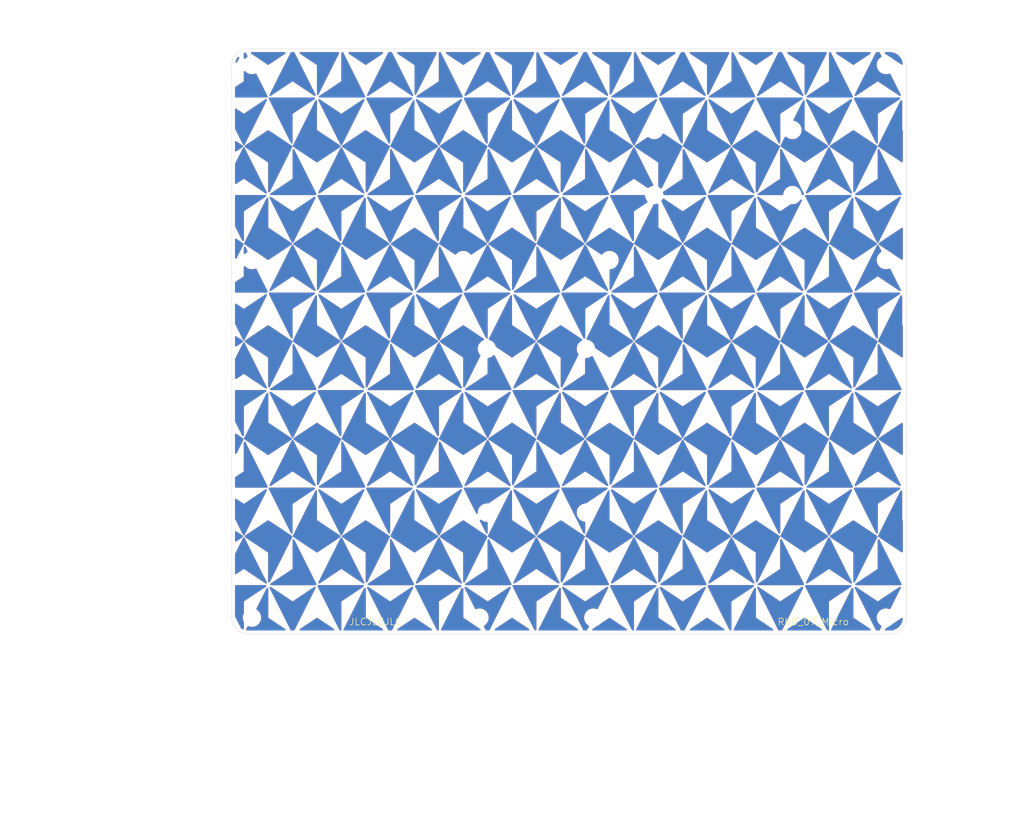
<source format=kicad_pcb>
(kicad_pcb (version 20241229) (generator "pcbnew") (generator_version "9.0")
  (layers (0 "F.Cu" signal) (2 "B.Cu" signal) (13 "F.Paste" user) (15 "B.Paste" user) (5 "F.SilkS" user "F.Silkscreen") (7 "B.SilkS" user "B.Silkscreen") (1 "F.Mask" user) (3 "B.Mask" user) (25 "Edge.Cuts" user))
  (net 0 "")
  (footprint "kbd_Hole:m2_Screw_Hole" (layer "F.Cu") (at 26.193772 50.00625)
    (property "Reference" "Ref**")
    (property "Value" "Val**")
    (pad "" np_thru_hole circle (at 0 0) (size 2.2 2.2) (drill 2.2) (layers "*.Cu" "*.Mask"))
  )
  (footprint "kbd_Hole:m2_Screw_Hole" (layer "F.Cu") (at 85.129599 40.481224)
    (property "Reference" "Ref**")
    (property "Value" "Val**")
    (pad "" np_thru_hole circle (at 0 0) (size 2.2 2.2) (drill 2.2) (layers "*.Cu" "*.Mask"))
  )
  (footprint "kbd_Hole:m2_Screw_Hole" (layer "F.Cu") (at 26.19375 21.43125)
    (property "Reference" "Ref**")
    (property "Value" "Val**")
    (pad "" np_thru_hole circle (at 0 0) (size 2.2 2.2) (drill 2.2) (layers "*.Cu" "*.Mask"))
  )
  (footprint "kbd_Hole:m2_Screw_Hole" (layer "F.Cu") (at 59.53125 102.39375)
    (property "Reference" "Ref**")
    (property "Value" "Val**")
    (pad "" np_thru_hole circle (at 0 0) (size 2.2 2.2) (drill 2.2) (layers "*.Cu" "*.Mask"))
  )
  (footprint "kbd_Hole:m2_Screw_Hole" (layer "F.Cu") (at 76.2 102.39375)
    (property "Reference" "Ref**")
    (property "Value" "Val**")
    (pad "" np_thru_hole circle (at 0 0) (size 2.2 2.2) (drill 2.2) (layers "*.Cu" "*.Mask"))
  )
  (footprint "kbd_Hole:m2_Screw_Hole" (layer "F.Cu") (at 26.19375 102.39375)
    (property "Reference" "Ref**" (hide yes))
    (property "Value" "Val**")
    (pad "" np_thru_hole circle (at 0 0) (size 2.2 2.2) (drill 2.2) (layers "*.Cu" "*.Mask"))
  )
  (footprint "Rikkodo_FootPrint:rkd_Point_Screw_Hall" (layer "F.Cu") (at 67.865625 75.009375)
    (property "Reference" "Point1" (hide yes))
    (property "Value" "PointScrewHall" (hide yes))
    (pad "" np_thru_hole circle (at -7.25 -12) (size 2.2 2.2) (drill 2.2) (layers "*.Cu" "*.Mask"))
    (pad "" np_thru_hole circle (at -7.25 12) (size 2.2 2.2) (drill 2.2) (layers "*.Cu" "*.Mask"))
    (pad "" np_thru_hole circle (at 7.25 -12) (size 2.2 2.2) (drill 2.2) (layers "*.Cu" "*.Mask"))
    (pad "" np_thru_hole circle (at 7.25 12) (size 2.2 2.2) (drill 2.2) (layers "*.Cu" "*.Mask"))
  )
  (footprint "kbd_Hole:m2_Screw_Hole" (layer "F.Cu") (at 85.129599 30.956216)
    (property "Reference" "Ref**")
    (property "Value" "Val**")
    (pad "" np_thru_hole circle (at 0 0) (size 2.2 2.2) (drill 2.2) (layers "*.Cu" "*.Mask"))
  )
  (footprint "kbd_Hole:m2_Screw_Hole" (layer "F.Cu") (at 78.58125 50.00625)
    (property "Reference" "Ref**")
    (property "Value" "Val**")
    (pad "" np_thru_hole circle (at 0 0) (size 2.2 2.2) (drill 2.2) (layers "*.Cu" "*.Mask"))
  )
  (footprint "kbd_Hole:m2_Screw_Hole" (layer "F.Cu") (at 119.0625 102.39375)
    (property "Reference" "Ref**" (hide yes))
    (property "Value" "Val**")
    (pad "" np_thru_hole circle (at 0 0) (size 2.2 2.2) (drill 2.2) (layers "*.Cu" "*.Mask"))
  )
  (footprint "kbd_Hole:m2_Screw_Hole" (layer "F.Cu") (at 105.370401 40.481284)
    (property "Reference" "Ref**")
    (property "Value" "Val**")
    (pad "" np_thru_hole circle (at 0 0) (size 2.2 2.2) (drill 2.2) (layers "*.Cu" "*.Mask"))
  )
  (footprint "kbd_Hole:m2_Screw_Hole" (layer "F.Cu") (at 57.15 50.00625)
    (property "Reference" "Ref**")
    (property "Value" "Val**")
    (pad "" np_thru_hole circle (at 0 0) (size 2.2 2.2) (drill 2.2) (layers "*.Cu" "*.Mask"))
  )
  (footprint "kbd_Hole:m2_Screw_Hole" (layer "F.Cu") (at 119.0625 21.43125)
    (property "Reference" "Ref**")
    (property "Value" "Val**")
    (pad "" np_thru_hole circle (at 0 0) (size 2.2 2.2) (drill 2.2) (layers "*.Cu" "*.Mask"))
  )
  (footprint "kbd_Hole:m2_Screw_Hole" (layer "F.Cu") (at 119.0625 50.00625)
    (property "Reference" "Ref**")
    (property "Value" "Val**")
    (pad "" np_thru_hole circle (at 0 0) (size 2.2 2.2) (drill 2.2) (layers "*.Cu" "*.Mask"))
  )
  (footprint "kbd_Hole:m2_Screw_Hole" (layer "F.Cu") (at 105.370401 30.956276)
    (property "Reference" "Ref**")
    (property "Value" "Val**")
    (pad "" np_thru_hole circle (at 0 0) (size 2.2 2.2) (drill 2.2) (layers "*.Cu" "*.Mask"))
  )
  (gr_line (start 23.217207 102.39375) (end 23.217207 21.43125) (stroke (width 0.05)) (layer "Edge.Cuts"))
  (gr_arc (start 25.598457 104.775086) (mid 23.914659 104.077634) (end 23.217207 102.393836) (stroke (width 0.05)) (layer "Edge.Cuts"))
  (gr_arc (start 119.657913 19.05) (mid 121.337035 19.742782) (end 122.039144 21.418026) (stroke (width 0.05)) (layer "Edge.Cuts"))
  (gr_arc (start 122.039165 102.393836) (mid 121.336213 104.083117) (end 119.642383 104.775037) (stroke (width 0.05)) (layer "Edge.Cuts"))
  (gr_line (start 122.039144 21.418026) (end 122.039165 102.393836) (stroke (width 0.05)) (layer "Edge.Cuts"))
  (gr_arc (start 23.217207 21.431268) (mid 23.914659 19.74747) (end 25.598457 19.050018) (stroke (width 0.05)) (layer "Edge.Cuts"))
  (gr_line (start 119.642383 104.775037) (end 25.598457 104.775085) (stroke (width 0.05)) (layer "Edge.Cuts"))
  (gr_line (start 25.598457 19.05) (end 119.657913 19.05) (stroke (width 0.05)) (layer "Edge.Cuts"))
  (gr_text "RKD_07_Micro" (at 113.704783 103.584462 0) (layer "F.SilkS") (effects (font (size 1 1) (thickness 0.1)) (justify right bottom)))
  (gr_text "JLCJLCJLC" (at 48.220353 103.584462 0) (layer "F.SilkS") (effects (font (size 1 1) (thickness 0.1)) (justify right bottom)))
  (zone (net 0) (net_name "") (layers "F.Cu" "B.Cu") (name "deco") (connect_pads (clearance 0)) (min_thickness 0.25)
    (keepout (tracks allowed) (vias allowed) (pads allowed) (copperpour not_allowed) (footprints allowed))
    (fill (thermal_gap 0.5) (thermal_bridge_width 0.5))
    (polygon (pts (xy 103.584375 90.4875) (xy 107.15625 92.86875) (xy 110.728125 90.4875) (xy 107.15625 97.63125)))
  )
  (zone (net 0) (net_name "") (layers "F.Cu" "B.Cu") (name "deco") (connect_pads (clearance 0)) (min_thickness 0.25)
    (keepout (tracks allowed) (vias allowed) (pads allowed) (copperpour not_allowed) (footprints allowed))
    (fill (thermal_gap 0.5) (thermal_bridge_width 0.5))
    (polygon (pts (xy 14.2875 97.63125) (xy 17.859375 100.0125) (xy 21.43125 97.63125)))
  )
  (zone (net 0) (net_name "") (layers "F.Cu" "B.Cu") (name "deco") (connect_pads (clearance 0)) (min_thickness 0.25)
    (keepout (tracks allowed) (vias allowed) (pads allowed) (copperpour not_allowed) (footprints allowed))
    (fill (thermal_gap 0.5) (thermal_bridge_width 0.5))
    (polygon (pts (xy 57.149999 64.29375) (xy 53.578124 61.9125) (xy 57.149999 69.05625)))
  )
  (zone (net 0) (net_name "") (layers "F.Cu" "B.Cu") (name "deco") (connect_pads (clearance 0)) (min_thickness 0.25)
    (keepout (tracks allowed) (vias allowed) (pads allowed) (copperpour not_allowed) (footprints allowed))
    (fill (thermal_gap 0.5) (thermal_bridge_width 0.5))
    (polygon (pts (xy 64.293749 50.00625) (xy 60.721874 47.625) (xy 64.293749 54.76875)))
  )
  (zone (net 0) (net_name "") (layers "F.Cu" "B.Cu") (name "deco") (connect_pads (clearance 0)) (min_thickness 0.25)
    (keepout (tracks allowed) (vias allowed) (pads allowed) (copperpour not_allowed) (footprints allowed))
    (fill (thermal_gap 0.5) (thermal_bridge_width 0.5))
    (polygon (pts (xy 28.574999 40.48125) (xy 32.146874 38.1) (xy 32.146874 33.3375)))
  )
  (zone (net 0) (net_name "") (layers "F.Cu" "B.Cu") (name "deco") (connect_pads (clearance 0)) (min_thickness 0.25)
    (keepout (tracks allowed) (vias allowed) (pads allowed) (copperpour not_allowed) (footprints allowed))
    (fill (thermal_gap 0.5) (thermal_bridge_width 0.5))
    (polygon (pts (xy 42.8625 126.20625) (xy 39.290625 123.825) (xy 35.71875 126.20625)))
  )
  (zone (net 0) (net_name "") (layers "F.Cu" "B.Cu") (name "deco") (connect_pads (clearance 0)) (min_thickness 0.25)
    (keepout (tracks allowed) (vias allowed) (pads allowed) (copperpour not_allowed) (footprints allowed))
    (fill (thermal_gap 0.5) (thermal_bridge_width 0.5))
    (polygon (pts (xy 85.725 130.96875) (xy 89.296875 133.35) (xy 85.725 126.20625)))
  )
  (zone (net 0) (net_name "") (layers "F.Cu" "B.Cu") (name "deco") (connect_pads (clearance 0)) (min_thickness 0.25)
    (keepout (tracks allowed) (vias allowed) (pads allowed) (copperpour not_allowed) (footprints allowed))
    (fill (thermal_gap 0.5) (thermal_bridge_width 0.5))
    (polygon (pts (xy 57.15 126.20625) (xy 53.578125 123.825) (xy 50.00625 126.20625)))
  )
  (zone (net 0) (net_name "") (layers "F.Cu" "B.Cu") (name "deco") (connect_pads (clearance 0)) (min_thickness 0.25)
    (keepout (tracks allowed) (vias allowed) (pads allowed) (copperpour not_allowed) (footprints allowed))
    (fill (thermal_gap 0.5) (thermal_bridge_width 0.5))
    (polygon (pts (xy 92.868749 54.76875) (xy 96.440624 52.3875) (xy 96.440624 47.625)))
  )
  (zone (net 0) (net_name "") (layers "F.Cu" "B.Cu") (name "deco") (connect_pads (clearance 0)) (min_thickness 0.25)
    (keepout (tracks allowed) (vias allowed) (pads allowed) (copperpour not_allowed) (footprints allowed))
    (fill (thermal_gap 0.5) (thermal_bridge_width 0.5))
    (polygon (pts (xy 7.143749 54.76875) (xy 3.571874 57.15) (xy 3.571874 61.9125)))
  )
  (zone (net 0) (net_name "") (layers "F.Cu" "B.Cu") (name "deco") (connect_pads (clearance 0)) (min_thickness 0.25)
    (keepout (tracks allowed) (vias allowed) (pads allowed) (copperpour not_allowed) (footprints allowed))
    (fill (thermal_gap 0.5) (thermal_bridge_width 0.5))
    (polygon (pts (xy 100.012499 35.71875) (xy 96.440624 33.3375) (xy 100.012499 40.48125)))
  )
  (zone (net 0) (net_name "") (layers "F.Cu" "B.Cu") (name "deco") (connect_pads (clearance 0)) (min_thickness 0.25)
    (keepout (tracks allowed) (vias allowed) (pads allowed) (copperpour not_allowed) (footprints allowed))
    (fill (thermal_gap 0.5) (thermal_bridge_width 0.5))
    (polygon (pts (xy 114.3 126.20625) (xy 110.728125 128.5875) (xy 110.728125 133.35)))
  )
  (zone (net 0) (net_name "") (layers "F.Cu" "B.Cu") (name "deco") (connect_pads (clearance 0)) (min_thickness 0.25)
    (keepout (tracks allowed) (vias allowed) (pads allowed) (copperpour not_allowed) (footprints allowed))
    (fill (thermal_gap 0.5) (thermal_bridge_width 0.5))
    (polygon (pts (xy 121.44375 111.91875) (xy 125.015625 114.3) (xy 128.5875 111.91875)))
  )
  (zone (net 0) (net_name "") (layers "F.Cu" "B.Cu") (name "deco") (connect_pads (clearance 0)) (min_thickness 0.25)
    (keepout (tracks allowed) (vias allowed) (pads allowed) (copperpour not_allowed) (footprints allowed))
    (fill (thermal_gap 0.5) (thermal_bridge_width 0.5))
    (polygon (pts (xy -3.571875 19.05) (xy -7.14375 16.66875) (xy -10.715624 19.05) (xy -7.14375 11.906251)))
  )
  (zone (net 0) (net_name "") (layers "F.Cu" "B.Cu") (name "deco") (connect_pads (clearance 0)) (min_thickness 0.25)
    (keepout (tracks allowed) (vias allowed) (pads allowed) (copperpour not_allowed) (footprints allowed))
    (fill (thermal_gap 0.5) (thermal_bridge_width 0.5))
    (polygon (pts (xy -0.000001 69.05625) (xy -3.571876 71.4375) (xy -3.571876 76.2)))
  )
  (zone (net 0) (net_name "") (layers "F.Cu" "B.Cu") (connect_pads yes (clearance 0.5)) (min_thickness 0.25) (fill yes (thermal_gap 0.5) (thermal_bridge_width 0.5))
    (polygon (pts (xy 122.634375 19.05) (xy 22.621875 19.05) (xy 22.621875 105.965625) (xy 122.634375 104.775)))
  )
  (zone (net 0) (net_name "") (layers "F.Cu" "B.Cu") (name "deco") (connect_pads (clearance 0)) (min_thickness 0.25)
    (keepout (tracks allowed) (vias allowed) (pads allowed) (copperpour not_allowed) (footprints allowed))
    (fill (thermal_gap 0.5) (thermal_bridge_width 0.5))
    (polygon (pts (xy 28.575 97.63125) (xy 32.146875 100.0125) (xy 35.71875 97.63125)))
  )
  (zone (net 0) (net_name "") (layers "F.Cu" "B.Cu") (name "deco") (connect_pads (clearance 0)) (min_thickness 0.25)
    (keepout (tracks allowed) (vias allowed) (pads allowed) (copperpour not_allowed) (footprints allowed))
    (fill (thermal_gap 0.5) (thermal_bridge_width 0.5))
    (polygon (pts (xy 7.143749 50.00625) (xy 3.571874 47.625) (xy 7.143749 54.76875)))
  )
  (zone (net 0) (net_name "") (layers "F.Cu" "B.Cu") (name "deco") (connect_pads (clearance 0)) (min_thickness 0.25)
    (keepout (tracks allowed) (vias allowed) (pads allowed) (copperpour not_allowed) (footprints allowed))
    (fill (thermal_gap 0.5) (thermal_bridge_width 0.5))
    (polygon (pts (xy 64.293749 26.19375) (xy 67.865624 23.8125) (xy 67.865624 19.05)))
  )
  (zone (net 0) (net_name "") (layers "F.Cu" "B.Cu") (name "deco") (connect_pads (clearance 0)) (min_thickness 0.25)
    (keepout (tracks allowed) (vias allowed) (pads allowed) (copperpour not_allowed) (footprints allowed))
    (fill (thermal_gap 0.5) (thermal_bridge_width 0.5))
    (polygon (pts (xy 100.012499 69.05625) (xy 103.584374 71.4375) (xy 107.156249 69.05625)))
  )
  (zone (net 0) (net_name "") (layers "F.Cu" "B.Cu") (name "deco") (connect_pads (clearance 0)) (min_thickness 0.25)
    (keepout (tracks allowed) (vias allowed) (pads allowed) (copperpour not_allowed) (footprints allowed))
    (fill (thermal_gap 0.5) (thermal_bridge_width 0.5))
    (polygon (pts (xy 110.728125 133.35) (xy 107.15625 130.96875) (xy 103.584376 133.35) (xy 107.15625 126.206251)))
  )
  (zone (net 0) (net_name "") (layers "F.Cu" "B.Cu") (name "deco") (connect_pads (clearance 0)) (min_thickness 0.25)
    (keepout (tracks allowed) (vias allowed) (pads allowed) (copperpour not_allowed) (footprints allowed))
    (fill (thermal_gap 0.5) (thermal_bridge_width 0.5))
    (polygon (pts (xy 35.718749 21.43125) (xy 32.146874 19.05) (xy 35.718749 26.19375)))
  )
  (zone (net 0) (net_name "") (layers "F.Cu" "B.Cu") (name "deco") (connect_pads (clearance 0)) (min_thickness 0.25)
    (keepout (tracks allowed) (vias allowed) (pads allowed) (copperpour not_allowed) (footprints allowed))
    (fill (thermal_gap 0.5) (thermal_bridge_width 0.5))
    (polygon (pts (xy 107.15625 88.10625) (xy 110.728125 90.4875) (xy 107.15625 83.34375)))
  )
  (zone (net 0) (net_name "") (layers "F.Cu" "B.Cu") (name "deco") (connect_pads (clearance 0)) (min_thickness 0.25)
    (keepout (tracks allowed) (vias allowed) (pads allowed) (copperpour not_allowed) (footprints allowed))
    (fill (thermal_gap 0.5) (thermal_bridge_width 0.5))
    (polygon (pts (xy 14.2875 102.39375) (xy 17.859375 104.775) (xy 14.2875 97.63125)))
  )
  (zone (net 0) (net_name "") (layers "F.Cu" "B.Cu") (name "deco") (connect_pads (clearance 0)) (min_thickness 0.25)
    (keepout (tracks allowed) (vias allowed) (pads allowed) (copperpour not_allowed) (footprints allowed))
    (fill (thermal_gap 0.5) (thermal_bridge_width 0.5))
    (polygon (pts (xy 89.296874 33.3375) (xy 85.724999 30.95625) (xy 82.153125 33.3375) (xy 85.724999 26.193751)))
  )
  (zone (net 0) (net_name "") (layers "F.Cu" "B.Cu") (name "deco") (connect_pads (clearance 0)) (min_thickness 0.25)
    (keepout (tracks allowed) (vias allowed) (pads allowed) (copperpour not_allowed) (footprints allowed))
    (fill (thermal_gap 0.5) (thermal_bridge_width 0.5))
    (polygon (pts (xy -10.715625 119.0625) (xy -7.14375 121.44375) (xy -3.571875 119.0625) (xy -7.14375 126.20625)))
  )
  (zone (net 0) (net_name "") (layers "F.Cu" "B.Cu") (name "deco") (connect_pads (clearance 0)) (min_thickness 0.25)
    (keepout (tracks allowed) (vias allowed) (pads allowed) (copperpour not_allowed) (footprints allowed))
    (fill (thermal_gap 0.5) (thermal_bridge_width 0.5))
    (polygon (pts (xy 125.015624 47.625) (xy 121.443749 45.24375) (xy 117.871875 47.625) (xy 121.443749 40.481251)))
  )
  (zone (net 0) (net_name "") (layers "F.Cu" "B.Cu") (name "deco") (connect_pads (clearance 0)) (min_thickness 0.25)
    (keepout (tracks allowed) (vias allowed) (pads allowed) (copperpour not_allowed) (footprints allowed))
    (fill (thermal_gap 0.5) (thermal_bridge_width 0.5))
    (polygon (pts (xy 96.440625 104.775) (xy 92.86875 102.39375) (xy 89.296876 104.775) (xy 92.86875 97.631251)))
  )
  (zone (net 0) (net_name "") (layers "F.Cu" "B.Cu") (name "deco") (connect_pads (clearance 0)) (min_thickness 0.25)
    (keepout (tracks allowed) (vias allowed) (pads allowed) (copperpour not_allowed) (footprints allowed))
    (fill (thermal_gap 0.5) (thermal_bridge_width 0.5))
    (polygon (pts (xy 14.2875 126.20625) (xy 10.715625 123.825) (xy 7.14375 126.20625)))
  )
  (zone (net 0) (net_name "") (layers "F.Cu" "B.Cu") (name "deco") (connect_pads (clearance 0)) (min_thickness 0.25)
    (keepout (tracks allowed) (vias allowed) (pads allowed) (copperpour not_allowed) (footprints allowed))
    (fill (thermal_gap 0.5) (thermal_bridge_width 0.5))
    (polygon (pts (xy 50.006249 54.76875) (xy 53.578124 52.3875) (xy 53.578124 47.625)))
  )
  (zone (net 0) (net_name "") (layers "F.Cu" "B.Cu") (name "deco") (connect_pads (clearance 0)) (min_thickness 0.25)
    (keepout (tracks allowed) (vias allowed) (pads allowed) (copperpour not_allowed) (footprints allowed))
    (fill (thermal_gap 0.5) (thermal_bridge_width 0.5))
    (polygon (pts (xy 89.296875 119.0625) (xy 92.86875 121.44375) (xy 96.440625 119.0625) (xy 92.86875 126.20625)))
  )
  (zone (net 0) (net_name "") (layers "F.Cu" "B.Cu") (name "deco") (connect_pads (clearance 0)) (min_thickness 0.25)
    (keepout (tracks allowed) (vias allowed) (pads allowed) (copperpour not_allowed) (footprints allowed))
    (fill (thermal_gap 0.5) (thermal_bridge_width 0.5))
    (polygon (pts (xy 39.290624 19.05) (xy 42.862499 21.43125) (xy 46.434374 19.05) (xy 42.862499 26.19375)))
  )
  (zone (net 0) (net_name "") (layers "F.Cu" "B.Cu") (name "deco") (connect_pads (clearance 0)) (min_thickness 0.25)
    (keepout (tracks allowed) (vias allowed) (pads allowed) (copperpour not_allowed) (footprints allowed))
    (fill (thermal_gap 0.5) (thermal_bridge_width 0.5))
    (polygon (pts (xy 100.0125 11.90625) (xy 96.440625 14.2875) (xy 96.440625 19.05)))
  )
  (zone (net 0) (net_name "") (layers "F.Cu" "B.Cu") (name "deco") (connect_pads (clearance 0)) (min_thickness 0.25)
    (keepout (tracks allowed) (vias allowed) (pads allowed) (copperpour not_allowed) (footprints allowed))
    (fill (thermal_gap 0.5) (thermal_bridge_width 0.5))
    (polygon (pts (xy 64.29375 83.34375) (xy 67.865625 85.725) (xy 71.4375 83.34375)))
  )
  (zone (net 0) (net_name "") (layers "F.Cu" "B.Cu") (name "deco") (connect_pads (clearance 0)) (min_thickness 0.25)
    (keepout (tracks allowed) (vias allowed) (pads allowed) (copperpour not_allowed) (footprints allowed))
    (fill (thermal_gap 0.5) (thermal_bridge_width 0.5))
    (polygon (pts (xy 28.574999 73.81875) (xy 32.146874 76.2) (xy 28.574999 69.05625)))
  )
  (zone (net 0) (net_name "") (layers "F.Cu" "B.Cu") (name "deco") (connect_pads (clearance 0)) (min_thickness 0.25)
    (keepout (tracks allowed) (vias allowed) (pads allowed) (copperpour not_allowed) (footprints allowed))
    (fill (thermal_gap 0.5) (thermal_bridge_width 0.5))
    (polygon (pts (xy 53.578124 76.2) (xy 50.006249 73.81875) (xy 46.434375 76.2) (xy 50.006249 69.056251)))
  )
  (zone (net 0) (net_name "") (layers "F.Cu" "B.Cu") (name "deco") (connect_pads (clearance 0)) (min_thickness 0.25)
    (keepout (tracks allowed) (vias allowed) (pads allowed) (copperpour not_allowed) (footprints allowed))
    (fill (thermal_gap 0.5) (thermal_bridge_width 0.5))
    (polygon (pts (xy 132.159375 119.0625) (xy 135.73125 121.44375) (xy 139.303125 119.0625) (xy 135.73125 126.20625)))
  )
  (zone (net 0) (net_name "") (layers "F.Cu" "B.Cu") (name "deco") (connect_pads (clearance 0)) (min_thickness 0.25)
    (keepout (tracks allowed) (vias allowed) (pads allowed) (copperpour not_allowed) (footprints allowed))
    (fill (thermal_gap 0.5) (thermal_bridge_width 0.5))
    (polygon (pts (xy 50.00625 107.15625) (xy 46.434375 104.775) (xy 50.00625 111.91875)))
  )
  (zone (net 0) (net_name "") (layers "F.Cu" "B.Cu") (name "deco") (connect_pads (clearance 0)) (min_thickness 0.25)
    (keepout (tracks allowed) (vias allowed) (pads allowed) (copperpour not_allowed) (footprints allowed))
    (fill (thermal_gap 0.5) (thermal_bridge_width 0.5))
    (polygon (pts (xy 28.574999 64.29375) (xy 25.003124 61.9125) (xy 28.574999 69.05625)))
  )
  (zone (net 0) (net_name "") (layers "F.Cu" "B.Cu") (name "deco") (connect_pads (clearance 0)) (min_thickness 0.25)
    (keepout (tracks allowed) (vias allowed) (pads allowed) (copperpour not_allowed) (footprints allowed))
    (fill (thermal_gap 0.5) (thermal_bridge_width 0.5))
    (polygon (pts (xy -3.571875 104.775) (xy 0 107.15625) (xy 3.571875 104.775) (xy 0 111.91875)))
  )
  (zone (net 0) (net_name "") (layers "F.Cu" "B.Cu") (name "deco") (connect_pads (clearance 0)) (min_thickness 0.25)
    (keepout (tracks allowed) (vias allowed) (pads allowed) (copperpour not_allowed) (footprints allowed))
    (fill (thermal_gap 0.5) (thermal_bridge_width 0.5))
    (polygon (pts (xy 64.29375 111.91875) (xy 67.865625 114.3) (xy 71.4375 111.91875)))
  )
  (zone (net 0) (net_name "") (layers "F.Cu" "B.Cu") (name "deco") (connect_pads (clearance 0)) (min_thickness 0.25)
    (keepout (tracks allowed) (vias allowed) (pads allowed) (copperpour not_allowed) (footprints allowed))
    (fill (thermal_gap 0.5) (thermal_bridge_width 0.5))
    (polygon (pts (xy 28.574999 40.48125) (xy 25.003124 38.1) (xy 21.431249 40.48125)))
  )
  (zone (net 0) (net_name "") (layers "F.Cu" "B.Cu") (name "deco") (connect_pads (clearance 0)) (min_thickness 0.25)
    (keepout (tracks allowed) (vias allowed) (pads allowed) (copperpour not_allowed) (footprints allowed))
    (fill (thermal_gap 0.5) (thermal_bridge_width 0.5))
    (polygon (pts (xy 17.859375 119.0625) (xy 14.2875 116.68125) (xy 10.715626 119.0625) (xy 14.2875 111.918751)))
  )
  (zone (net 0) (net_name "") (layers "F.Cu" "B.Cu") (name "deco") (connect_pads (clearance 0)) (min_thickness 0.25)
    (keepout (tracks allowed) (vias allowed) (pads allowed) (copperpour not_allowed) (footprints allowed))
    (fill (thermal_gap 0.5) (thermal_bridge_width 0.5))
    (polygon (pts (xy 50.00625 88.10625) (xy 53.578125 90.4875) (xy 50.00625 83.34375)))
  )
  (zone (net 0) (net_name "") (layers "F.Cu" "B.Cu") (name "deco") (connect_pads (clearance 0)) (min_thickness 0.25)
    (keepout (tracks allowed) (vias allowed) (pads allowed) (copperpour not_allowed) (footprints allowed))
    (fill (thermal_gap 0.5) (thermal_bridge_width 0.5))
    (polygon (pts (xy 3.571874 33.3375) (xy -0.000001 30.95625) (xy -3.571875 33.3375) (xy -0.000001 26.193751)))
  )
  (zone (net 0) (net_name "") (layers "F.Cu" "B.Cu") (name "deco") (connect_pads (clearance 0)) (min_thickness 0.25)
    (keepout (tracks allowed) (vias allowed) (pads allowed) (copperpour not_allowed) (footprints allowed))
    (fill (thermal_gap 0.5) (thermal_bridge_width 0.5))
    (polygon (pts (xy 3.571874 33.3375) (xy 7.143749 35.71875) (xy 10.715624 33.3375) (xy 7.143749 40.48125)))
  )
  (zone (net 0) (net_name "") (layers "F.Cu" "B.Cu") (name "deco") (connect_pads (clearance 0)) (min_thickness 0.25)
    (keepout (tracks allowed) (vias allowed) (pads allowed) (copperpour not_allowed) (footprints allowed))
    (fill (thermal_gap 0.5) (thermal_bridge_width 0.5))
    (polygon (pts (xy 35.71875 83.34375) (xy 32.146875 80.9625) (xy 28.575 83.34375)))
  )
  (zone (net 0) (net_name "") (layers "F.Cu" "B.Cu") (name "deco") (connect_pads (clearance 0)) (min_thickness 0.25)
    (keepout (tracks allowed) (vias allowed) (pads allowed) (copperpour not_allowed) (footprints allowed))
    (fill (thermal_gap 0.5) (thermal_bridge_width 0.5))
    (polygon (pts (xy 135.73125 111.91875) (xy 132.159375 114.3) (xy 132.159375 119.0625)))
  )
  (zone (net 0) (net_name "") (layers "F.Cu" "B.Cu") (name "deco") (connect_pads (clearance 0)) (min_thickness 0.25)
    (keepout (tracks allowed) (vias allowed) (pads allowed) (copperpour not_allowed) (footprints allowed))
    (fill (thermal_gap 0.5) (thermal_bridge_width 0.5))
    (polygon (pts (xy 46.434374 33.3375) (xy 42.862499 30.95625) (xy 39.290625 33.3375) (xy 42.862499 26.193751)))
  )
  (zone (net 0) (net_name "") (layers "F.Cu" "B.Cu") (name "deco") (connect_pads (clearance 0)) (min_thickness 0.25)
    (keepout (tracks allowed) (vias allowed) (pads allowed) (copperpour not_allowed) (footprints allowed))
    (fill (thermal_gap 0.5) (thermal_bridge_width 0.5))
    (polygon (pts (xy 128.5875 102.39375) (xy 132.159375 104.775) (xy 128.5875 97.63125)))
  )
  (zone (net 0) (net_name "") (layers "F.Cu" "B.Cu") (name "deco") (connect_pads (clearance 0)) (min_thickness 0.25)
    (keepout (tracks allowed) (vias allowed) (pads allowed) (copperpour not_allowed) (footprints allowed))
    (fill (thermal_gap 0.5) (thermal_bridge_width 0.5))
    (polygon (pts (xy 53.578125 104.775) (xy 50.00625 102.39375) (xy 46.434376 104.775) (xy 50.00625 97.631251)))
  )
  (zone (net 0) (net_name "") (layers "F.Cu" "B.Cu") (name "deco") (connect_pads (clearance 0)) (min_thickness 0.25)
    (keepout (tracks allowed) (vias allowed) (pads allowed) (copperpour not_allowed) (footprints allowed))
    (fill (thermal_gap 0.5) (thermal_bridge_width 0.5))
    (polygon (pts (xy 128.587499 35.71875) (xy 125.015624 33.3375) (xy 128.587499 40.48125)))
  )
  (zone (net 0) (net_name "") (layers "F.Cu" "B.Cu") (name "deco") (connect_pads (clearance 0)) (min_thickness 0.25)
    (keepout (tracks allowed) (vias allowed) (pads allowed) (copperpour not_allowed) (footprints allowed))
    (fill (thermal_gap 0.5) (thermal_bridge_width 0.5))
    (polygon (pts (xy -0.000001 40.48125) (xy -3.571876 38.1) (xy -7.143751 40.48125)))
  )
  (zone (net 0) (net_name "") (layers "F.Cu" "B.Cu") (name "deco") (connect_pads (clearance 0)) (min_thickness 0.25)
    (keepout (tracks allowed) (vias allowed) (pads allowed) (copperpour not_allowed) (footprints allowed))
    (fill (thermal_gap 0.5) (thermal_bridge_width 0.5))
    (polygon (pts (xy 71.437499 64.29375) (xy 67.865624 61.9125) (xy 71.437499 69.05625)))
  )
  (zone (net 0) (net_name "") (layers "F.Cu" "B.Cu") (name "deco") (connect_pads (clearance 0)) (min_thickness 0.25)
    (keepout (tracks allowed) (vias allowed) (pads allowed) (copperpour not_allowed) (footprints allowed))
    (fill (thermal_gap 0.5) (thermal_bridge_width 0.5))
    (polygon (pts (xy 78.581249 26.19375) (xy 75.009374 23.8125) (xy 71.437499 26.19375)))
  )
  (zone (net 0) (net_name "") (layers "F.Cu" "B.Cu") (name "deco") (connect_pads (clearance 0)) (min_thickness 0.25)
    (keepout (tracks allowed) (vias allowed) (pads allowed) (copperpour not_allowed) (footprints allowed))
    (fill (thermal_gap 0.5) (thermal_bridge_width 0.5))
    (polygon (pts (xy 35.71875 116.68125) (xy 39.290625 119.0625) (xy 35.71875 111.91875)))
  )
  (zone (net 0) (net_name "") (layers "F.Cu" "B.Cu") (name "deco") (connect_pads (clearance 0)) (min_thickness 0.25)
    (keepout (tracks allowed) (vias allowed) (pads allowed) (copperpour not_allowed) (footprints allowed))
    (fill (thermal_gap 0.5) (thermal_bridge_width 0.5))
    (polygon (pts (xy 57.15 97.63125) (xy 53.578125 100.0125) (xy 53.578125 104.775)))
  )
  (zone (net 0) (net_name "") (layers "F.Cu" "B.Cu") (name "deco") (connect_pads (clearance 0)) (min_thickness 0.25)
    (keepout (tracks allowed) (vias allowed) (pads allowed) (copperpour not_allowed) (footprints allowed))
    (fill (thermal_gap 0.5) (thermal_bridge_width 0.5))
    (polygon (pts (xy 114.3 126.20625) (xy 117.871875 128.5875) (xy 121.44375 126.20625)))
  )
  (zone (net 0) (net_name "") (layers "F.Cu" "B.Cu") (name "deco") (connect_pads (clearance 0)) (min_thickness 0.25)
    (keepout (tracks allowed) (vias allowed) (pads allowed) (copperpour not_allowed) (footprints allowed))
    (fill (thermal_gap 0.5) (thermal_bridge_width 0.5))
    (polygon (pts (xy 128.5875 97.63125) (xy 132.159375 95.25) (xy 132.159375 90.4875)))
  )
  (zone (net 0) (net_name "") (layers "F.Cu" "B.Cu") (name "deco") (connect_pads (clearance 0)) (min_thickness 0.25)
    (keepout (tracks allowed) (vias allowed) (pads allowed) (copperpour not_allowed) (footprints allowed))
    (fill (thermal_gap 0.5) (thermal_bridge_width 0.5))
    (polygon (pts (xy 39.290625 76.2) (xy 42.8625 78.58125) (xy 46.434375 76.2) (xy 42.8625 83.34375)))
  )
  (zone (net 0) (net_name "") (layers "F.Cu" "B.Cu") (name "deco") (connect_pads (clearance 0)) (min_thickness 0.25)
    (keepout (tracks allowed) (vias allowed) (pads allowed) (copperpour not_allowed) (footprints allowed))
    (fill (thermal_gap 0.5) (thermal_bridge_width 0.5))
    (polygon (pts (xy 132.159375 119.0625) (xy 128.5875 116.68125) (xy 125.015626 119.0625) (xy 128.5875 111.918751)))
  )
  (zone (net 0) (net_name "") (layers "F.Cu" "B.Cu") (name "deco") (connect_pads (clearance 0)) (min_thickness 0.25)
    (keepout (tracks allowed) (vias allowed) (pads allowed) (copperpour not_allowed) (footprints allowed))
    (fill (thermal_gap 0.5) (thermal_bridge_width 0.5))
    (polygon (pts (xy 100.012499 40.48125) (xy 103.584374 38.1) (xy 103.584374 33.3375)))
  )
  (zone (net 0) (net_name "") (layers "F.Cu" "B.Cu") (name "deco") (connect_pads (clearance 0)) (min_thickness 0.25)
    (keepout (tracks allowed) (vias allowed) (pads allowed) (copperpour not_allowed) (footprints allowed))
    (fill (thermal_gap 0.5) (thermal_bridge_width 0.5))
    (polygon (pts (xy 28.575 126.20625) (xy 32.146875 128.5875) (xy 35.71875 126.20625)))
  )
  (zone (net 0) (net_name "") (layers "F.Cu" "B.Cu") (name "deco") (connect_pads (clearance 0)) (min_thickness 0.25)
    (keepout (tracks allowed) (vias allowed) (pads allowed) (copperpour not_allowed) (footprints allowed))
    (fill (thermal_gap 0.5) (thermal_bridge_width 0.5))
    (polygon (pts (xy 117.871874 61.9125) (xy 114.299999 59.53125) (xy 110.728125 61.9125) (xy 114.299999 54.768751)))
  )
  (zone (net 0) (net_name "") (layers "F.Cu" "B.Cu") (name "deco") (connect_pads (clearance 0)) (min_thickness 0.25)
    (keepout (tracks allowed) (vias allowed) (pads allowed) (copperpour not_allowed) (footprints allowed))
    (fill (thermal_gap 0.5) (thermal_bridge_width 0.5))
    (polygon (pts (xy 14.287499 69.05625) (xy 10.715624 66.675) (xy 7.143749 69.05625)))
  )
  (zone (net 0) (net_name "") (layers "F.Cu" "B.Cu") (name "deco") (connect_pads (clearance 0)) (min_thickness 0.25)
    (keepout (tracks allowed) (vias allowed) (pads allowed) (copperpour not_allowed) (footprints allowed))
    (fill (thermal_gap 0.5) (thermal_bridge_width 0.5))
    (polygon (pts (xy 42.862499 69.05625) (xy 46.434374 66.675) (xy 46.434374 61.9125)))
  )
  (zone (net 0) (net_name "") (layers "F.Cu" "B.Cu") (name "deco") (connect_pads (clearance 0)) (min_thickness 0.25)
    (keepout (tracks allowed) (vias allowed) (pads allowed) (copperpour not_allowed) (footprints allowed))
    (fill (thermal_gap 0.5) (thermal_bridge_width 0.5))
    (polygon (pts (xy 46.434374 61.9125) (xy 42.862499 59.53125) (xy 39.290625 61.9125) (xy 42.862499 54.768751)))
  )
  (zone (net 0) (net_name "") (layers "F.Cu" "B.Cu") (name "deco") (connect_pads (clearance 0)) (min_thickness 0.25)
    (keepout (tracks allowed) (vias allowed) (pads allowed) (copperpour not_allowed) (footprints allowed))
    (fill (thermal_gap 0.5) (thermal_bridge_width 0.5))
    (polygon (pts (xy 64.293749 54.76875) (xy 67.865624 52.3875) (xy 67.865624 47.625)))
  )
  (zone (net 0) (net_name "") (layers "F.Cu" "B.Cu") (name "deco") (connect_pads (clearance 0)) (min_thickness 0.25)
    (keepout (tracks allowed) (vias allowed) (pads allowed) (copperpour not_allowed) (footprints allowed))
    (fill (thermal_gap 0.5) (thermal_bridge_width 0.5))
    (polygon (pts (xy 89.296874 33.3375) (xy 92.868749 35.71875) (xy 96.440624 33.3375) (xy 92.868749 40.48125)))
  )
  (zone (net 0) (net_name "") (layers "F.Cu" "B.Cu") (name "deco") (connect_pads (clearance 0)) (min_thickness 0.25)
    (keepout (tracks allowed) (vias allowed) (pads allowed) (copperpour not_allowed) (footprints allowed))
    (fill (thermal_gap 0.5) (thermal_bridge_width 0.5))
    (polygon (pts (xy 35.718749 59.53125) (xy 39.290624 61.9125) (xy 35.718749 54.76875)))
  )
  (zone (net 0) (net_name "") (layers "F.Cu" "B.Cu") (name "deco") (connect_pads (clearance 0)) (min_thickness 0.25)
    (keepout (tracks allowed) (vias allowed) (pads allowed) (copperpour not_allowed) (footprints allowed))
    (fill (thermal_gap 0.5) (thermal_bridge_width 0.5))
    (polygon (pts (xy 21.431249 26.19375) (xy 17.859374 23.8125) (xy 14.287499 26.19375)))
  )
  (zone (net 0) (net_name "") (layers "F.Cu" "B.Cu") (name "deco") (connect_pads (clearance 0)) (min_thickness 0.25)
    (keepout (tracks allowed) (vias allowed) (pads allowed) (copperpour not_allowed) (footprints allowed))
    (fill (thermal_gap 0.5) (thermal_bridge_width 0.5))
    (polygon (pts (xy 114.299999 35.71875) (xy 110.728124 33.3375) (xy 114.299999 40.48125)))
  )
  (zone (net 0) (net_name "") (layers "F.Cu" "B.Cu") (name "deco") (connect_pads (clearance 0)) (min_thickness 0.25)
    (keepout (tracks allowed) (vias allowed) (pads allowed) (copperpour not_allowed) (footprints allowed))
    (fill (thermal_gap 0.5) (thermal_bridge_width 0.5))
    (polygon (pts (xy 67.865624 47.625) (xy 64.293749 45.24375) (xy 60.721875 47.625) (xy 64.293749 40.481251)))
  )
  (zone (net 0) (net_name "") (layers "F.Cu" "B.Cu") (name "deco") (connect_pads (clearance 0)) (min_thickness 0.25)
    (keepout (tracks allowed) (vias allowed) (pads allowed) (copperpour not_allowed) (footprints allowed))
    (fill (thermal_gap 0.5) (thermal_bridge_width 0.5))
    (polygon (pts (xy 0 126.20625) (xy 3.571875 128.5875) (xy 7.14375 126.20625)))
  )
  (zone (net 0) (net_name "") (layers "F.Cu" "B.Cu") (name "deco") (connect_pads (clearance 0)) (min_thickness 0.25)
    (keepout (tracks allowed) (vias allowed) (pads allowed) (copperpour not_allowed) (footprints allowed))
    (fill (thermal_gap 0.5) (thermal_bridge_width 0.5))
    (polygon (pts (xy 42.8625 97.63125) (xy 39.290625 100.0125) (xy 39.290625 104.775)))
  )
  (zone (net 0) (net_name "") (layers "F.Cu" "B.Cu") (name "deco") (connect_pads (clearance 0)) (min_thickness 0.25)
    (keepout (tracks allowed) (vias allowed) (pads allowed) (copperpour not_allowed) (footprints allowed))
    (fill (thermal_gap 0.5) (thermal_bridge_width 0.5))
    (polygon (pts (xy 14.2875 97.63125) (xy 10.715625 95.25) (xy 7.14375 97.63125)))
  )
  (zone (net 0) (net_name "") (layers "F.Cu" "B.Cu") (name "deco") (connect_pads (clearance 0)) (min_thickness 0.25)
    (keepout (tracks allowed) (vias allowed) (pads allowed) (copperpour not_allowed) (footprints allowed))
    (fill (thermal_gap 0.5) (thermal_bridge_width 0.5))
    (polygon (pts (xy 0 92.86875) (xy -3.571875 90.4875) (xy 0 97.63125)))
  )
  (zone (net 0) (net_name "") (layers "F.Cu" "B.Cu") (name "deco") (connect_pads (clearance 0)) (min_thickness 0.25)
    (keepout (tracks allowed) (vias allowed) (pads allowed) (copperpour not_allowed) (footprints allowed))
    (fill (thermal_gap 0.5) (thermal_bridge_width 0.5))
    (polygon (pts (xy 71.437499 40.48125) (xy 67.865624 38.1) (xy 64.293749 40.48125)))
  )
  (zone (net 0) (net_name "") (layers "F.Cu" "B.Cu") (name "deco") (connect_pads (clearance 0)) (min_thickness 0.25)
    (keepout (tracks allowed) (vias allowed) (pads allowed) (copperpour not_allowed) (footprints allowed))
    (fill (thermal_gap 0.5) (thermal_bridge_width 0.5))
    (polygon (pts (xy 96.440625 19.05) (xy 92.86875 16.66875) (xy 89.296876 19.05) (xy 92.86875 11.906251)))
  )
  (zone (net 0) (net_name "") (layers "F.Cu" "B.Cu") (name "deco") (connect_pads (clearance 0)) (min_thickness 0.25)
    (keepout (tracks allowed) (vias allowed) (pads allowed) (copperpour not_allowed) (footprints allowed))
    (fill (thermal_gap 0.5) (thermal_bridge_width 0.5))
    (polygon (pts (xy 28.575 121.44375) (xy 25.003125 119.0625) (xy 28.575 126.20625)))
  )
  (zone (net 0) (net_name "") (layers "F.Cu" "B.Cu") (name "deco") (connect_pads (clearance 0)) (min_thickness 0.25)
    (keepout (tracks allowed) (vias allowed) (pads allowed) (copperpour not_allowed) (footprints allowed))
    (fill (thermal_gap 0.5) (thermal_bridge_width 0.5))
    (polygon (pts (xy -7.143751 54.76875) (xy -3.571876 57.15) (xy -0.000001 54.76875)))
  )
  (zone (net 0) (net_name "") (layers "F.Cu" "B.Cu") (name "deco") (connect_pads (clearance 0)) (min_thickness 0.25)
    (keepout (tracks allowed) (vias allowed) (pads allowed) (copperpour not_allowed) (footprints allowed))
    (fill (thermal_gap 0.5) (thermal_bridge_width 0.5))
    (polygon (pts (xy 42.862499 69.05625) (xy 39.290624 71.4375) (xy 39.290624 76.2)))
  )
  (zone (net 0) (net_name "") (layers "F.Cu" "B.Cu") (name "deco") (connect_pads (clearance 0)) (min_thickness 0.25)
    (keepout (tracks allowed) (vias allowed) (pads allowed) (copperpour not_allowed) (footprints allowed))
    (fill (thermal_gap 0.5) (thermal_bridge_width 0.5))
    (polygon (pts (xy -7.14375 83.34375) (xy -3.571875 80.9625) (xy -3.571875 76.2)))
  )
  (zone (net 0) (net_name "") (layers "F.Cu" "B.Cu") (name "deco") (connect_pads (clearance 0)) (min_thickness 0.25)
    (keepout (tracks allowed) (vias allowed) (pads allowed) (copperpour not_allowed) (footprints allowed))
    (fill (thermal_gap 0.5) (thermal_bridge_width 0.5))
    (polygon (pts (xy 64.293749 26.19375) (xy 60.721874 28.575) (xy 60.721874 33.3375)))
  )
  (zone (net 0) (net_name "") (layers "F.Cu" "B.Cu") (name "deco") (connect_pads (clearance 0)) (min_thickness 0.25)
    (keepout (tracks allowed) (vias allowed) (pads allowed) (copperpour not_allowed) (footprints allowed))
    (fill (thermal_gap 0.5) (thermal_bridge_width 0.5))
    (polygon (pts (xy 50.006249 30.95625) (xy 53.578124 33.3375) (xy 50.006249 26.19375)))
  )
  (zone (net 0) (net_name "") (layers "F.Cu" "B.Cu") (name "deco") (connect_pads (clearance 0)) (min_thickness 0.25)
    (keepout (tracks allowed) (vias allowed) (pads allowed) (copperpour not_allowed) (footprints allowed))
    (fill (thermal_gap 0.5) (thermal_bridge_width 0.5))
    (polygon (pts (xy 7.14375 78.58125) (xy 3.571875 76.2) (xy 7.14375 83.34375)))
  )
  (zone (net 0) (net_name "") (layers "F.Cu" "B.Cu") (name "deco") (connect_pads (clearance 0)) (min_thickness 0.25)
    (keepout (tracks allowed) (vias allowed) (pads allowed) (copperpour not_allowed) (footprints allowed))
    (fill (thermal_gap 0.5) (thermal_bridge_width 0.5))
    (polygon (pts (xy 85.725 102.39375) (xy 89.296875 104.775) (xy 85.725 97.63125)))
  )
  (zone (net 0) (net_name "") (layers "F.Cu" "B.Cu") (name "deco") (connect_pads (clearance 0)) (min_thickness 0.25)
    (keepout (tracks allowed) (vias allowed) (pads allowed) (copperpour not_allowed) (footprints allowed))
    (fill (thermal_gap 0.5) (thermal_bridge_width 0.5))
    (polygon (pts (xy 28.574999 69.05625) (xy 25.003124 66.675) (xy 21.431249 69.05625)))
  )
  (zone (net 0) (net_name "") (layers "F.Cu" "B.Cu") (name "deco") (connect_pads (clearance 0)) (min_thickness 0.25)
    (keepout (tracks allowed) (vias allowed) (pads allowed) (copperpour not_allowed) (footprints allowed))
    (fill (thermal_gap 0.5) (thermal_bridge_width 0.5))
    (polygon (pts (xy 85.724999 69.05625) (xy 82.153124 66.675) (xy 78.581249 69.05625)))
  )
  (zone (net 0) (net_name "") (layers "F.Cu" "B.Cu") (name "deco") (connect_pads (clearance 0)) (min_thickness 0.25)
    (keepout (tracks allowed) (vias allowed) (pads allowed) (copperpour not_allowed) (footprints allowed))
    (fill (thermal_gap 0.5) (thermal_bridge_width 0.5))
    (polygon (pts (xy 0 97.63125) (xy 3.571875 100.0125) (xy 7.14375 97.63125)))
  )
  (zone (net 0) (net_name "") (layers "F.Cu" "B.Cu") (name "deco") (connect_pads (clearance 0)) (min_thickness 0.25)
    (keepout (tracks allowed) (vias allowed) (pads allowed) (copperpour not_allowed) (footprints allowed))
    (fill (thermal_gap 0.5) (thermal_bridge_width 0.5))
    (polygon (pts (xy 3.571875 90.4875) (xy 7.14375 92.86875) (xy 10.715625 90.4875) (xy 7.14375 97.63125)))
  )
  (zone (net 0) (net_name "") (layers "F.Cu" "B.Cu") (name "deco") (connect_pads (clearance 0)) (min_thickness 0.25)
    (keepout (tracks allowed) (vias allowed) (pads allowed) (copperpour not_allowed) (footprints allowed))
    (fill (thermal_gap 0.5) (thermal_bridge_width 0.5))
    (polygon (pts (xy 117.871874 33.3375) (xy 121.443749 35.71875) (xy 125.015624 33.3375) (xy 121.443749 40.48125)))
  )
  (zone (net 0) (net_name "") (layers "F.Cu" "B.Cu") (name "deco") (connect_pads (clearance 0)) (min_thickness 0.25)
    (keepout (tracks allowed) (vias allowed) (pads allowed) (copperpour not_allowed) (footprints allowed))
    (fill (thermal_gap 0.5) (thermal_bridge_width 0.5))
    (polygon (pts (xy 25.003125 104.775) (xy 28.575 107.15625) (xy 32.146875 104.775) (xy 28.575 111.91875)))
  )
  (zone (net 0) (net_name "") (layers "F.Cu" "B.Cu") (name "deco") (connect_pads (clearance 0)) (min_thickness 0.25)
    (keepout (tracks allowed) (vias allowed) (pads allowed) (copperpour not_allowed) (footprints allowed))
    (fill (thermal_gap 0.5) (thermal_bridge_width 0.5))
    (polygon (pts (xy 7.14375 111.91875) (xy 3.571875 114.3) (xy 3.571875 119.0625)))
  )
  (zone (net 0) (net_name "") (layers "F.Cu" "B.Cu") (name "deco") (connect_pads (clearance 0)) (min_thickness 0.25)
    (keepout (tracks allowed) (vias allowed) (pads allowed) (copperpour not_allowed) (footprints allowed))
    (fill (thermal_gap 0.5) (thermal_bridge_width 0.5))
    (polygon (pts (xy 128.587499 45.24375) (xy 132.159374 47.625) (xy 128.587499 40.48125)))
  )
  (zone (net 0) (net_name "") (layers "F.Cu" "B.Cu") (name "deco") (connect_pads (clearance 0)) (min_thickness 0.25)
    (keepout (tracks allowed) (vias allowed) (pads allowed) (copperpour not_allowed) (footprints allowed))
    (fill (thermal_gap 0.5) (thermal_bridge_width 0.5))
    (polygon (pts (xy 64.29375 83.34375) (xy 60.721875 85.725) (xy 60.721875 90.4875)))
  )
  (zone (net 0) (net_name "") (layers "F.Cu" "B.Cu") (name "deco") (connect_pads (clearance 0)) (min_thickness 0.25)
    (keepout (tracks allowed) (vias allowed) (pads allowed) (copperpour not_allowed) (footprints allowed))
    (fill (thermal_gap 0.5) (thermal_bridge_width 0.5))
    (polygon (pts (xy 28.575 16.66875) (xy 32.146875 19.05) (xy 28.575 11.90625)))
  )
  (zone (net 0) (net_name "") (layers "F.Cu" "B.Cu") (name "deco") (connect_pads (clearance 0)) (min_thickness 0.25)
    (keepout (tracks allowed) (vias allowed) (pads allowed) (copperpour not_allowed) (footprints allowed))
    (fill (thermal_gap 0.5) (thermal_bridge_width 0.5))
    (polygon (pts (xy 50.00625 83.34375) (xy 53.578125 85.725) (xy 57.15 83.34375)))
  )
  (zone (net 0) (net_name "") (layers "F.Cu" "B.Cu") (name "deco") (connect_pads (clearance 0)) (min_thickness 0.25)
    (keepout (tracks allowed) (vias allowed) (pads allowed) (copperpour not_allowed) (footprints allowed))
    (fill (thermal_gap 0.5) (thermal_bridge_width 0.5))
    (polygon (pts (xy 42.862499 40.48125) (xy 46.434374 42.8625) (xy 50.006249 40.48125)))
  )
  (zone (net 0) (net_name "") (layers "F.Cu" "B.Cu") (name "deco") (connect_pads (clearance 0)) (min_thickness 0.25)
    (keepout (tracks allowed) (vias allowed) (pads allowed) (copperpour not_allowed) (footprints allowed))
    (fill (thermal_gap 0.5) (thermal_bridge_width 0.5))
    (polygon (pts (xy 64.29375 83.34375) (xy 67.865625 80.9625) (xy 67.865625 76.2)))
  )
  (zone (net 0) (net_name "") (layers "F.Cu" "B.Cu") (name "deco") (connect_pads (clearance 0)) (min_thickness 0.25)
    (keepout (tracks allowed) (vias allowed) (pads allowed) (copperpour not_allowed) (footprints allowed))
    (fill (thermal_gap 0.5) (thermal_bridge_width 0.5))
    (polygon (pts (xy 42.8625 92.86875) (xy 39.290625 90.4875) (xy 42.8625 97.63125)))
  )
  (zone (net 0) (net_name "") (layers "F.Cu" "B.Cu") (name "deco") (connect_pads (clearance 0)) (min_thickness 0.25)
    (keepout (tracks allowed) (vias allowed) (pads allowed) (copperpour not_allowed) (footprints allowed))
    (fill (thermal_gap 0.5) (thermal_bridge_width 0.5))
    (polygon (pts (xy 35.71875 111.91875) (xy 32.146875 114.3) (xy 32.146875 119.0625)))
  )
  (zone (net 0) (net_name "") (layers "F.Cu" "B.Cu") (name "deco") (connect_pads (clearance 0)) (min_thickness 0.25)
    (keepout (tracks allowed) (vias allowed) (pads allowed) (copperpour not_allowed) (footprints allowed))
    (fill (thermal_gap 0.5) (thermal_bridge_width 0.5))
    (polygon (pts (xy 64.29375 116.68125) (xy 67.865625 119.0625) (xy 64.29375 111.91875)))
  )
  (zone (net 0) (net_name "") (layers "F.Cu" "B.Cu") (name "deco") (connect_pads (clearance 0)) (min_thickness 0.25)
    (keepout (tracks allowed) (vias allowed) (pads allowed) (copperpour not_allowed) (footprints allowed))
    (fill (thermal_gap 0.5) (thermal_bridge_width 0.5))
    (polygon (pts (xy 35.718749 54.76875) (xy 32.146874 57.15) (xy 32.146874 61.9125)))
  )
  (zone (net 0) (net_name "") (layers "F.Cu" "B.Cu") (name "deco") (connect_pads (clearance 0)) (min_thickness 0.25)
    (keepout (tracks allowed) (vias allowed) (pads allowed) (copperpour not_allowed) (footprints allowed))
    (fill (thermal_gap 0.5) (thermal_bridge_width 0.5))
    (polygon (pts (xy 85.725 121.44375) (xy 82.153125 119.0625) (xy 85.725 126.20625)))
  )
  (zone (net 0) (net_name "") (layers "F.Cu" "B.Cu") (name "deco") (connect_pads (clearance 0)) (min_thickness 0.25)
    (keepout (tracks allowed) (vias allowed) (pads allowed) (copperpour not_allowed) (footprints allowed))
    (fill (thermal_gap 0.5) (thermal_bridge_width 0.5))
    (polygon (pts (xy 114.3 11.90625) (xy 110.728125 14.2875) (xy 110.728125 19.05)))
  )
  (zone (net 0) (net_name "") (layers "F.Cu" "B.Cu") (name "deco") (connect_pads (clearance 0)) (min_thickness 0.25)
    (keepout (tracks allowed) (vias allowed) (pads allowed) (copperpour not_allowed) (footprints allowed))
    (fill (thermal_gap 0.5) (thermal_bridge_width 0.5))
    (polygon (pts (xy 135.73125 83.34375) (xy 132.159375 85.725) (xy 132.159375 90.4875)))
  )
  (zone (net 0) (net_name "") (layers "F.Cu" "B.Cu") (name "deco") (connect_pads (clearance 0)) (min_thickness 0.25)
    (keepout (tracks allowed) (vias allowed) (pads allowed) (copperpour not_allowed) (footprints allowed))
    (fill (thermal_gap 0.5) (thermal_bridge_width 0.5))
    (polygon (pts (xy 57.15 121.44375) (xy 53.578125 119.0625) (xy 57.15 126.20625)))
  )
  (zone (net 0) (net_name "") (layers "F.Cu" "B.Cu") (name "deco") (connect_pads (clearance 0)) (min_thickness 0.25)
    (keepout (tracks allowed) (vias allowed) (pads allowed) (copperpour not_allowed) (footprints allowed))
    (fill (thermal_gap 0.5) (thermal_bridge_width 0.5))
    (polygon (pts (xy 64.293749 59.53125) (xy 67.865624 61.9125) (xy 64.293749 54.76875)))
  )
  (zone (net 0) (net_name "") (layers "F.Cu" "B.Cu") (name "deco") (connect_pads (clearance 0)) (min_thickness 0.25)
    (keepout (tracks allowed) (vias allowed) (pads allowed) (copperpour not_allowed) (footprints allowed))
    (fill (thermal_gap 0.5) (thermal_bridge_width 0.5))
    (polygon (pts (xy 71.4375 97.63125) (xy 67.865625 100.0125) (xy 67.865625 104.775)))
  )
  (zone (net 0) (net_name "") (layers "F.Cu" "B.Cu") (name "deco") (connect_pads (clearance 0)) (min_thickness 0.25)
    (keepout (tracks allowed) (vias allowed) (pads allowed) (copperpour not_allowed) (footprints allowed))
    (fill (thermal_gap 0.5) (thermal_bridge_width 0.5))
    (polygon (pts (xy 42.8625 16.66875) (xy 46.434375 19.05) (xy 42.8625 11.90625)))
  )
  (zone (net 0) (net_name "") (layers "F.Cu" "B.Cu") (name "deco") (connect_pads (clearance 0)) (min_thickness 0.25)
    (keepout (tracks allowed) (vias allowed) (pads allowed) (copperpour not_allowed) (footprints allowed))
    (fill (thermal_gap 0.5) (thermal_bridge_width 0.5))
    (polygon (pts (xy 57.15 102.39375) (xy 60.721875 104.775) (xy 57.15 97.63125)))
  )
  (zone (net 0) (net_name "") (layers "F.Cu" "B.Cu") (name "deco") (connect_pads (clearance 0)) (min_thickness 0.25)
    (keepout (tracks allowed) (vias allowed) (pads allowed) (copperpour not_allowed) (footprints allowed))
    (fill (thermal_gap 0.5) (thermal_bridge_width 0.5))
    (polygon (pts (xy 92.868749 59.53125) (xy 96.440624 61.9125) (xy 92.868749 54.76875)))
  )
  (zone (net 0) (net_name "") (layers "F.Cu" "B.Cu") (name "deco") (connect_pads (clearance 0)) (min_thickness 0.25)
    (keepout (tracks allowed) (vias allowed) (pads allowed) (copperpour not_allowed) (footprints allowed))
    (fill (thermal_gap 0.5) (thermal_bridge_width 0.5))
    (polygon (pts (xy 46.434375 90.4875) (xy 42.8625 88.10625) (xy 39.290626 90.4875) (xy 42.8625 83.343751)))
  )
  (zone (net 0) (net_name "") (layers "F.Cu" "B.Cu") (name "deco") (connect_pads (clearance 0)) (min_thickness 0.25)
    (keepout (tracks allowed) (vias allowed) (pads allowed) (copperpour not_allowed) (footprints allowed))
    (fill (thermal_gap 0.5) (thermal_bridge_width 0.5))
    (polygon (pts (xy 121.443749 21.43125) (xy 117.871874 19.05) (xy 121.443749 26.19375)))
  )
  (zone (net 0) (net_name "") (layers "F.Cu" "B.Cu") (name "deco") (connect_pads (clearance 0)) (min_thickness 0.25)
    (keepout (tracks allowed) (vias allowed) (pads allowed) (copperpour not_allowed) (footprints allowed))
    (fill (thermal_gap 0.5) (thermal_bridge_width 0.5))
    (polygon (pts (xy 7.14375 111.91875) (xy 10.715625 109.5375) (xy 10.715625 104.775)))
  )
  (zone (net 0) (net_name "") (layers "F.Cu" "B.Cu") (name "deco") (connect_pads (clearance 0)) (min_thickness 0.25)
    (keepout (tracks allowed) (vias allowed) (pads allowed) (copperpour not_allowed) (footprints allowed))
    (fill (thermal_gap 0.5) (thermal_bridge_width 0.5))
    (polygon (pts (xy 10.715624 19.05) (xy 14.287499 21.43125) (xy 17.859374 19.05) (xy 14.287499 26.19375)))
  )
  (zone (net 0) (net_name "") (layers "F.Cu" "B.Cu") (name "deco") (connect_pads (clearance 0)) (min_thickness 0.25)
    (keepout (tracks allowed) (vias allowed) (pads allowed) (copperpour not_allowed) (footprints allowed))
    (fill (thermal_gap 0.5) (thermal_bridge_width 0.5))
    (polygon (pts (xy 114.3 126.20625) (xy 110.728125 123.825) (xy 107.15625 126.20625)))
  )
  (zone (net 0) (net_name "") (layers "F.Cu" "B.Cu") (name "deco") (connect_pads (clearance 0)) (min_thickness 0.25)
    (keepout (tracks allowed) (vias allowed) (pads allowed) (copperpour not_allowed) (footprints allowed))
    (fill (thermal_gap 0.5) (thermal_bridge_width 0.5))
    (polygon (pts (xy 35.71875 111.91875) (xy 39.290625 114.3) (xy 42.8625 111.91875)))
  )
  (zone (net 0) (net_name "") (layers "F.Cu" "B.Cu") (name "deco") (connect_pads (clearance 0)) (min_thickness 0.25)
    (keepout (tracks allowed) (vias allowed) (pads allowed) (copperpour not_allowed) (footprints allowed))
    (fill (thermal_gap 0.5) (thermal_bridge_width 0.5))
    (polygon (pts (xy 78.58125 83.34375) (xy 82.153125 80.9625) (xy 82.153125 76.2)))
  )
  (zone (net 0) (net_name "") (layers "F.Cu" "B.Cu") (name "deco") (connect_pads (clearance 0)) (min_thickness 0.25)
    (keepout (tracks allowed) (vias allowed) (pads allowed) (copperpour not_allowed) (footprints allowed))
    (fill (thermal_gap 0.5) (thermal_bridge_width 0.5))
    (polygon (pts (xy 107.156249 26.19375) (xy 103.584374 23.8125) (xy 100.012499 26.19375)))
  )
  (zone (net 0) (net_name "") (layers "F.Cu" "B.Cu") (name "deco") (connect_pads (clearance 0)) (min_thickness 0.25)
    (keepout (tracks allowed) (vias allowed) (pads allowed) (copperpour not_allowed) (footprints allowed))
    (fill (thermal_gap 0.5) (thermal_bridge_width 0.5))
    (polygon (pts (xy 114.299999 69.05625) (xy 117.871874 66.675) (xy 117.871874 61.9125)))
  )
  (zone (net 0) (net_name "") (layers "F.Cu" "B.Cu") (name "deco") (connect_pads (clearance 0)) (min_thickness 0.25)
    (keepout (tracks allowed) (vias allowed) (pads allowed) (copperpour not_allowed) (footprints allowed))
    (fill (thermal_gap 0.5) (thermal_bridge_width 0.5))
    (polygon (pts (xy 21.43125 78.58125) (xy 17.859375 76.2) (xy 21.43125 83.34375)))
  )
  (zone (net 0) (net_name "") (layers "F.Cu" "B.Cu") (name "deco") (connect_pads (clearance 0)) (min_thickness 0.25)
    (keepout (tracks allowed) (vias allowed) (pads allowed) (copperpour not_allowed) (footprints allowed))
    (fill (thermal_gap 0.5) (thermal_bridge_width 0.5))
    (polygon (pts (xy 42.862499 45.24375) (xy 46.434374 47.625) (xy 42.862499 40.48125)))
  )
  (zone (net 0) (net_name "") (layers "F.Cu" "B.Cu") (name "deco") (connect_pads (clearance 0)) (min_thickness 0.25)
    (keepout (tracks allowed) (vias allowed) (pads allowed) (copperpour not_allowed) (footprints allowed))
    (fill (thermal_gap 0.5) (thermal_bridge_width 0.5))
    (polygon (pts (xy 7.143749 26.19375) (xy 10.715624 23.8125) (xy 10.715624 19.05)))
  )
  (zone (net 0) (net_name "") (layers "F.Cu" "B.Cu") (name "deco") (connect_pads (clearance 0)) (min_thickness 0.25)
    (keepout (tracks allowed) (vias allowed) (pads allowed) (copperpour not_allowed) (footprints allowed))
    (fill (thermal_gap 0.5) (thermal_bridge_width 0.5))
    (polygon (pts (xy 92.86875 111.91875) (xy 89.296875 109.5375) (xy 85.725 111.91875)))
  )
  (zone (net 0) (net_name "") (layers "F.Cu" "B.Cu") (name "deco") (connect_pads (clearance 0)) (min_thickness 0.25)
    (keepout (tracks allowed) (vias allowed) (pads allowed) (copperpour not_allowed) (footprints allowed))
    (fill (thermal_gap 0.5) (thermal_bridge_width 0.5))
    (polygon (pts (xy 0 130.96875) (xy 3.571875 133.35) (xy 0 126.20625)))
  )
  (zone (net 0) (net_name "") (layers "F.Cu" "B.Cu") (name "deco") (connect_pads (clearance 0)) (min_thickness 0.25)
    (keepout (tracks allowed) (vias allowed) (pads allowed) (copperpour not_allowed) (footprints allowed))
    (fill (thermal_gap 0.5) (thermal_bridge_width 0.5))
    (polygon (pts (xy 117.871874 61.9125) (xy 121.443749 64.29375) (xy 125.015624 61.9125) (xy 121.443749 69.05625)))
  )
  (zone (net 0) (net_name "") (layers "F.Cu" "B.Cu") (name "deco") (connect_pads (clearance 0)) (min_thickness 0.25)
    (keepout (tracks allowed) (vias allowed) (pads allowed) (copperpour not_allowed) (footprints allowed))
    (fill (thermal_gap 0.5) (thermal_bridge_width 0.5))
    (polygon (pts (xy 42.862499 64.29375) (xy 39.290624 61.9125) (xy 42.862499 69.05625)))
  )
  (zone (net 0) (net_name "") (layers "F.Cu" "B.Cu") (name "deco") (connect_pads (clearance 0)) (min_thickness 0.25)
    (keepout (tracks allowed) (vias allowed) (pads allowed) (copperpour not_allowed) (footprints allowed))
    (fill (thermal_gap 0.5) (thermal_bridge_width 0.5))
    (polygon (pts (xy 21.43125 83.34375) (xy 25.003125 80.9625) (xy 25.003125 76.2)))
  )
  (zone (net 0) (net_name "") (layers "F.Cu" "B.Cu") (name "deco") (connect_pads (clearance 0)) (min_thickness 0.25)
    (keepout (tracks allowed) (vias allowed) (pads allowed) (copperpour not_allowed) (footprints allowed))
    (fill (thermal_gap 0.5) (thermal_bridge_width 0.5))
    (polygon (pts (xy 114.299999 69.05625) (xy 117.871874 71.4375) (xy 121.443749 69.05625)))
  )
  (zone (net 0) (net_name "") (layers "F.Cu" "B.Cu") (name "deco") (connect_pads (clearance 0)) (min_thickness 0.25)
    (keepout (tracks allowed) (vias allowed) (pads allowed) (copperpour not_allowed) (footprints allowed))
    (fill (thermal_gap 0.5) (thermal_bridge_width 0.5))
    (polygon (pts (xy 85.725 126.20625) (xy 89.296875 123.825) (xy 89.296875 119.0625)))
  )
  (zone (net 0) (net_name "") (layers "F.Cu" "B.Cu") (name "deco") (connect_pads (clearance 0)) (min_thickness 0.25)
    (keepout (tracks allowed) (vias allowed) (pads allowed) (copperpour not_allowed) (footprints allowed))
    (fill (thermal_gap 0.5) (thermal_bridge_width 0.5))
    (polygon (pts (xy 7.14375 83.34375) (xy 10.715625 85.725) (xy 14.2875 83.34375)))
  )
  (zone (net 0) (net_name "") (layers "F.Cu" "B.Cu") (name "deco") (connect_pads (clearance 0)) (min_thickness 0.25)
    (keepout (tracks allowed) (vias allowed) (pads allowed) (copperpour not_allowed) (footprints allowed))
    (fill (thermal_gap 0.5) (thermal_bridge_width 0.5))
    (polygon (pts (xy 60.721875 119.0625) (xy 64.29375 121.44375) (xy 67.865625 119.0625) (xy 64.29375 126.20625)))
  )
  (zone (net 0) (net_name "") (layers "F.Cu" "B.Cu") (name "deco") (connect_pads (clearance 0)) (min_thickness 0.25)
    (keepout (tracks allowed) (vias allowed) (pads allowed) (copperpour not_allowed) (footprints allowed))
    (fill (thermal_gap 0.5) (thermal_bridge_width 0.5))
    (polygon (pts (xy 135.731249 26.19375) (xy 132.159374 23.8125) (xy 128.587499 26.19375)))
  )
  (zone (net 0) (net_name "") (layers "F.Cu" "B.Cu") (name "deco") (connect_pads (clearance 0)) (min_thickness 0.25)
    (keepout (tracks allowed) (vias allowed) (pads allowed) (copperpour not_allowed) (footprints allowed))
    (fill (thermal_gap 0.5) (thermal_bridge_width 0.5))
    (polygon (pts (xy 60.721874 33.3375) (xy 57.149999 30.95625) (xy 53.578125 33.3375) (xy 57.149999 26.193751)))
  )
  (zone (net 0) (net_name "") (layers "F.Cu" "B.Cu") (name "deco") (connect_pads (clearance 0)) (min_thickness 0.25)
    (keepout (tracks allowed) (vias allowed) (pads allowed) (copperpour not_allowed) (footprints allowed))
    (fill (thermal_gap 0.5) (thermal_bridge_width 0.5))
    (polygon (pts (xy 25.003124 19.05) (xy 28.574999 21.43125) (xy 32.146874 19.05) (xy 28.574999 26.19375)))
  )
  (zone (net 0) (net_name "") (layers "F.Cu" "B.Cu") (name "deco") (connect_pads (clearance 0)) (min_thickness 0.25)
    (keepout (tracks allowed) (vias allowed) (pads allowed) (copperpour not_allowed) (footprints allowed))
    (fill (thermal_gap 0.5) (thermal_bridge_width 0.5))
    (polygon (pts (xy 35.718749 30.95625) (xy 39.290624 33.3375) (xy 35.718749 26.19375)))
  )
  (zone (net 0) (net_name "") (layers "F.Cu" "B.Cu") (name "deco") (connect_pads (clearance 0)) (min_thickness 0.25)
    (keepout (tracks allowed) (vias allowed) (pads allowed) (copperpour not_allowed) (footprints allowed))
    (fill (thermal_gap 0.5) (thermal_bridge_width 0.5))
    (polygon (pts (xy 92.868749 54.76875) (xy 89.296874 52.3875) (xy 85.724999 54.76875)))
  )
  (zone (net 0) (net_name "") (layers "F.Cu" "B.Cu") (name "deco") (connect_pads (clearance 0)) (min_thickness 0.25)
    (keepout (tracks allowed) (vias allowed) (pads allowed) (copperpour not_allowed) (footprints allowed))
    (fill (thermal_gap 0.5) (thermal_bridge_width 0.5))
    (polygon (pts (xy 42.8625 126.20625) (xy 46.434375 123.825) (xy 46.434375 119.0625)))
  )
  (zone (net 0) (net_name "") (layers "F.Cu" "B.Cu") (name "deco") (connect_pads (clearance 0)) (min_thickness 0.25)
    (keepout (tracks allowed) (vias allowed) (pads allowed) (copperpour not_allowed) (footprints allowed))
    (fill (thermal_gap 0.5) (thermal_bridge_width 0.5))
    (polygon (pts (xy 78.58125 111.91875) (xy 82.153125 114.3) (xy 85.725 111.91875)))
  )
  (zone (net 0) (net_name "") (layers "F.Cu" "B.Cu") (name "deco") (connect_pads (clearance 0)) (min_thickness 0.25)
    (keepout (tracks allowed) (vias allowed) (pads allowed) (copperpour not_allowed) (footprints allowed))
    (fill (thermal_gap 0.5) (thermal_bridge_width 0.5))
    (polygon (pts (xy 114.3 97.63125) (xy 117.871875 95.25) (xy 117.871875 90.4875)))
  )
  (zone (net 0) (net_name "") (layers "F.Cu" "B.Cu") (name "deco") (connect_pads (clearance 0)) (min_thickness 0.25)
    (keepout (tracks allowed) (vias allowed) (pads allowed) (copperpour not_allowed) (footprints allowed))
    (fill (thermal_gap 0.5) (thermal_bridge_width 0.5))
    (polygon (pts (xy 114.299999 40.48125) (xy 110.728124 42.8625) (xy 110.728124 47.625)))
  )
  (zone (net 0) (net_name "") (layers "F.Cu" "B.Cu") (name "deco") (connect_pads (clearance 0)) (min_thickness 0.25)
    (keepout (tracks allowed) (vias allowed) (pads allowed) (copperpour not_allowed) (footprints allowed))
    (fill (thermal_gap 0.5) (thermal_bridge_width 0.5))
    (polygon (pts (xy 28.575 97.63125) (xy 25.003125 95.25) (xy 21.43125 97.63125)))
  )
  (zone (net 0) (net_name "") (layers "F.Cu" "B.Cu") (name "deco") (connect_pads (clearance 0)) (min_thickness 0.25)
    (keepout (tracks allowed) (vias allowed) (pads allowed) (copperpour not_allowed) (footprints allowed))
    (fill (thermal_gap 0.5) (thermal_bridge_width 0.5))
    (polygon (pts (xy 78.581249 50.00625) (xy 75.009374 47.625) (xy 78.581249 54.76875)))
  )
  (zone (net 0) (net_name "") (layers "F.Cu" "B.Cu") (name "deco") (connect_pads (clearance 0)) (min_thickness 0.25)
    (keepout (tracks allowed) (vias allowed) (pads allowed) (copperpour not_allowed) (footprints allowed))
    (fill (thermal_gap 0.5) (thermal_bridge_width 0.5))
    (polygon (pts (xy -7.14375 88.10625) (xy -3.571875 90.4875) (xy -7.14375 83.34375)))
  )
  (zone (net 0) (net_name "") (layers "F.Cu" "B.Cu") (name "deco") (connect_pads (clearance 0)) (min_thickness 0.25)
    (keepout (tracks allowed) (vias allowed) (pads allowed) (copperpour not_allowed) (footprints allowed))
    (fill (thermal_gap 0.5) (thermal_bridge_width 0.5))
    (polygon (pts (xy 42.862499 73.81875) (xy 46.434374 76.2) (xy 42.862499 69.05625)))
  )
  (zone (net 0) (net_name "") (layers "F.Cu" "B.Cu") (name "deco") (connect_pads (clearance 0)) (min_thickness 0.25)
    (keepout (tracks allowed) (vias allowed) (pads allowed) (copperpour not_allowed) (footprints allowed))
    (fill (thermal_gap 0.5) (thermal_bridge_width 0.5))
    (polygon (pts (xy 32.146874 61.9125) (xy 35.718749 64.29375) (xy 39.290624 61.9125) (xy 35.718749 69.05625)))
  )
  (zone (net 0) (net_name "") (layers "F.Cu" "B.Cu") (name "deco") (connect_pads (clearance 0)) (min_thickness 0.25)
    (keepout (tracks allowed) (vias allowed) (pads allowed) (copperpour not_allowed) (footprints allowed))
    (fill (thermal_gap 0.5) (thermal_bridge_width 0.5))
    (polygon (pts (xy 14.287499 73.81875) (xy 17.859374 76.2) (xy 14.287499 69.05625)))
  )
  (zone (net 0) (net_name "") (layers "F.Cu" "B.Cu") (name "deco") (connect_pads (clearance 0)) (min_thickness 0.25)
    (keepout (tracks allowed) (vias allowed) (pads allowed) (copperpour not_allowed) (footprints allowed))
    (fill (thermal_gap 0.5) (thermal_bridge_width 0.5))
    (polygon (pts (xy 17.859374 61.9125) (xy 14.287499 59.53125) (xy 10.715625 61.9125) (xy 14.287499 54.768751)))
  )
  (zone (net 0) (net_name "") (layers "F.Cu" "B.Cu") (name "deco") (connect_pads (clearance 0)) (min_thickness 0.25)
    (keepout (tracks allowed) (vias allowed) (pads allowed) (copperpour not_allowed) (footprints allowed))
    (fill (thermal_gap 0.5) (thermal_bridge_width 0.5))
    (polygon (pts (xy 71.4375 97.63125) (xy 75.009375 100.0125) (xy 78.58125 97.63125)))
  )
  (zone (net 0) (net_name "") (layers "F.Cu" "B.Cu") (name "deco") (connect_pads (clearance 0)) (min_thickness 0.25)
    (keepout (tracks allowed) (vias allowed) (pads allowed) (copperpour not_allowed) (footprints allowed))
    (fill (thermal_gap 0.5) (thermal_bridge_width 0.5))
    (polygon (pts (xy 107.156249 54.76875) (xy 103.584374 52.3875) (xy 100.012499 54.76875)))
  )
  (zone (net 0) (net_name "") (layers "F.Cu" "B.Cu") (name "deco") (connect_pads (clearance 0)) (min_thickness 0.25)
    (keepout (tracks allowed) (vias allowed) (pads allowed) (copperpour not_allowed) (footprints allowed))
    (fill (thermal_gap 0.5) (thermal_bridge_width 0.5))
    (polygon (pts (xy 35.718749 54.76875) (xy 39.290624 52.3875) (xy 39.290624 47.625)))
  )
  (zone (net 0) (net_name "") (layers "F.Cu" "B.Cu") (name "deco") (connect_pads (clearance 0)) (min_thickness 0.25)
    (keepout (tracks allowed) (vias allowed) (pads allowed) (copperpour not_allowed) (footprints allowed))
    (fill (thermal_gap 0.5) (thermal_bridge_width 0.5))
    (polygon (pts (xy 60.721874 61.9125) (xy 64.293749 64.29375) (xy 67.865624 61.9125) (xy 64.293749 69.05625)))
  )
  (zone (net 0) (net_name "") (layers "F.Cu" "B.Cu") (name "deco") (connect_pads (clearance 0)) (min_thickness 0.25)
    (keepout (tracks allowed) (vias allowed) (pads allowed) (copperpour not_allowed) (footprints allowed))
    (fill (thermal_gap 0.5) (thermal_bridge_width 0.5))
    (polygon (pts (xy 92.86875 107.15625) (xy 89.296875 104.775) (xy 92.86875 111.91875)))
  )
  (zone (net 0) (net_name "") (layers "F.Cu" "B.Cu") (name "deco") (connect_pads (clearance 0)) (min_thickness 0.25)
    (keepout (tracks allowed) (vias allowed) (pads allowed) (copperpour not_allowed) (footprints allowed))
    (fill (thermal_gap 0.5) (thermal_bridge_width 0.5))
    (polygon (pts (xy 32.146875 119.0625) (xy 28.575 116.68125) (xy 25.003126 119.0625) (xy 28.575 111.918751)))
  )
  (zone (net 0) (net_name "") (layers "F.Cu" "B.Cu") (name "deco") (connect_pads (clearance 0)) (min_thickness 0.25)
    (keepout (tracks allowed) (vias allowed) (pads allowed) (copperpour not_allowed) (footprints allowed))
    (fill (thermal_gap 0.5) (thermal_bridge_width 0.5))
    (polygon (pts (xy 71.4375 97.63125) (xy 67.865625 95.25) (xy 64.29375 97.63125)))
  )
  (zone (net 0) (net_name "") (layers "F.Cu" "B.Cu") (name "deco") (connect_pads (clearance 0)) (min_thickness 0.25)
    (keepout (tracks allowed) (vias allowed) (pads allowed) (copperpour not_allowed) (footprints allowed))
    (fill (thermal_gap 0.5) (thermal_bridge_width 0.5))
    (polygon (pts (xy 50.006249 26.19375) (xy 46.434374 23.8125) (xy 42.862499 26.19375)))
  )
  (zone (net 0) (net_name "") (layers "F.Cu" "B.Cu") (name "deco") (connect_pads (clearance 0)) (min_thickness 0.25)
    (keepout (tracks allowed) (vias allowed) (pads allowed) (copperpour not_allowed) (footprints allowed))
    (fill (thermal_gap 0.5) (thermal_bridge_width 0.5))
    (polygon (pts (xy 42.862499 40.48125) (xy 46.434374 38.1) (xy 46.434374 33.3375)))
  )
  (zone (net 0) (net_name "") (layers "F.Cu" "B.Cu") (name "deco") (connect_pads (clearance 0)) (min_thickness 0.25)
    (keepout (tracks allowed) (vias allowed) (pads allowed) (copperpour not_allowed) (footprints allowed))
    (fill (thermal_gap 0.5) (thermal_bridge_width 0.5))
    (polygon (pts (xy 28.575 126.20625) (xy 25.003125 128.5875) (xy 25.003125 133.35)))
  )
  (zone (net 0) (net_name "") (layers "F.Cu" "B.Cu") (name "deco") (connect_pads (clearance 0)) (min_thickness 0.25)
    (keepout (tracks allowed) (vias allowed) (pads allowed) (copperpour not_allowed) (footprints allowed))
    (fill (thermal_gap 0.5) (thermal_bridge_width 0.5))
    (polygon (pts (xy 114.299999 45.24375) (xy 117.871874 47.625) (xy 114.299999 40.48125)))
  )
  (zone (net 0) (net_name "") (layers "F.Cu" "B.Cu") (name "deco") (connect_pads (clearance 0)) (min_thickness 0.25)
    (keepout (tracks allowed) (vias allowed) (pads allowed) (copperpour not_allowed) (footprints allowed))
    (fill (thermal_gap 0.5) (thermal_bridge_width 0.5))
    (polygon (pts (xy 35.718749 26.19375) (xy 32.146874 28.575) (xy 32.146874 33.3375)))
  )
  (zone (net 0) (net_name "") (layers "F.Cu" "B.Cu") (name "deco") (connect_pads (clearance 0)) (min_thickness 0.25)
    (keepout (tracks allowed) (vias allowed) (pads allowed) (copperpour not_allowed) (footprints allowed))
    (fill (thermal_gap 0.5) (thermal_bridge_width 0.5))
    (polygon (pts (xy 21.43125 111.91875) (xy 25.003125 114.3) (xy 28.575 111.91875)))
  )
  (zone (net 0) (net_name "") (layers "F.Cu" "B.Cu") (name "deco") (connect_pads (clearance 0)) (min_thickness 0.25)
    (keepout (tracks allowed) (vias allowed) (pads allowed) (copperpour not_allowed) (footprints allowed))
    (fill (thermal_gap 0.5) (thermal_bridge_width 0.5))
    (polygon (pts (xy 75.009375 119.0625) (xy 78.58125 121.44375) (xy 82.153125 119.0625) (xy 78.58125 126.20625)))
  )
  (zone (net 0) (net_name "") (layers "F.Cu" "B.Cu") (name "deco") (connect_pads (clearance 0)) (min_thickness 0.25)
    (keepout (tracks allowed) (vias allowed) (pads allowed) (copperpour not_allowed) (footprints allowed))
    (fill (thermal_gap 0.5) (thermal_bridge_width 0.5))
    (polygon (pts (xy 25.003125 19.05) (xy 21.43125 16.66875) (xy 17.859376 19.05) (xy 21.43125 11.906251)))
  )
  (zone (net 0) (net_name "") (layers "F.Cu" "B.Cu") (name "deco") (connect_pads (clearance 0)) (min_thickness 0.25)
    (keepout (tracks allowed) (vias allowed) (pads allowed) (copperpour not_allowed) (footprints allowed))
    (fill (thermal_gap 0.5) (thermal_bridge_width 0.5))
    (polygon (pts (xy 121.44375 107.15625) (xy 117.871875 104.775) (xy 121.44375 111.91875)))
  )
  (zone (net 0) (net_name "") (layers "F.Cu" "B.Cu") (name "deco") (connect_pads (clearance 0)) (min_thickness 0.25)
    (keepout (tracks allowed) (vias allowed) (pads allowed) (copperpour not_allowed) (footprints allowed))
    (fill (thermal_gap 0.5) (thermal_bridge_width 0.5))
    (polygon (pts (xy 57.15 92.86875) (xy 53.578125 90.4875) (xy 57.15 97.63125)))
  )
  (zone (net 0) (net_name "") (layers "F.Cu" "B.Cu") (name "deco") (connect_pads (clearance 0)) (min_thickness 0.25)
    (keepout (tracks allowed) (vias allowed) (pads allowed) (copperpour not_allowed) (footprints allowed))
    (fill (thermal_gap 0.5) (thermal_bridge_width 0.5))
    (polygon (pts (xy 28.575 97.63125) (xy 32.146875 95.25) (xy 32.146875 90.4875)))
  )
  (zone (net 0) (net_name "") (layers "F.Cu" "B.Cu") (name "deco") (connect_pads (clearance 0)) (min_thickness 0.25)
    (keepout (tracks allowed) (vias allowed) (pads allowed) (copperpour not_allowed) (footprints allowed))
    (fill (thermal_gap 0.5) (thermal_bridge_width 0.5))
    (polygon (pts (xy 46.434375 119.0625) (xy 42.8625 116.68125) (xy 39.290626 119.0625) (xy 42.8625 111.918751)))
  )
  (zone (net 0) (net_name "") (layers "F.Cu" "B.Cu") (name "deco") (connect_pads (clearance 0)) (min_thickness 0.25)
    (keepout (tracks allowed) (vias allowed) (pads allowed) (copperpour not_allowed) (footprints allowed))
    (fill (thermal_gap 0.5) (thermal_bridge_width 0.5))
    (polygon (pts (xy 107.15625 111.91875) (xy 110.728125 109.5375) (xy 110.728125 104.775)))
  )
  (zone (net 0) (net_name "") (layers "F.Cu" "B.Cu") (name "deco") (connect_pads (clearance 0)) (min_thickness 0.25)
    (keepout (tracks allowed) (vias allowed) (pads allowed) (copperpour not_allowed) (footprints allowed))
    (fill (thermal_gap 0.5) (thermal_bridge_width 0.5))
    (polygon (pts (xy 14.2875 126.20625) (xy 10.715625 128.5875) (xy 10.715625 133.35)))
  )
  (zone (net 0) (net_name "") (layers "F.Cu" "B.Cu") (name "deco") (connect_pads (clearance 0)) (min_thickness 0.25)
    (keepout (tracks allowed) (vias allowed) (pads allowed) (copperpour not_allowed) (footprints allowed))
    (fill (thermal_gap 0.5) (thermal_bridge_width 0.5))
    (polygon (pts (xy 128.587499 40.48125) (xy 125.015624 38.1) (xy 121.443749 40.48125)))
  )
  (zone (net 0) (net_name "") (layers "F.Cu" "B.Cu") (name "deco") (connect_pads (clearance 0)) (min_thickness 0.25)
    (keepout (tracks allowed) (vias allowed) (pads allowed) (copperpour not_allowed) (footprints allowed))
    (fill (thermal_gap 0.5) (thermal_bridge_width 0.5))
    (polygon (pts (xy -10.715625 90.4875) (xy -7.14375 92.86875) (xy -3.571875 90.4875) (xy -7.14375 97.63125)))
  )
  (zone (net 0) (net_name "") (layers "F.Cu" "B.Cu") (name "deco") (connect_pads (clearance 0)) (min_thickness 0.25)
    (keepout (tracks allowed) (vias allowed) (pads allowed) (copperpour not_allowed) (footprints allowed))
    (fill (thermal_gap 0.5) (thermal_bridge_width 0.5))
    (polygon (pts (xy 57.15 97.63125) (xy 53.578125 95.25) (xy 50.00625 97.63125)))
  )
  (zone (net 0) (net_name "") (layers "F.Cu" "B.Cu") (name "deco") (connect_pads (clearance 0)) (min_thickness 0.25)
    (keepout (tracks allowed) (vias allowed) (pads allowed) (copperpour not_allowed) (footprints allowed))
    (fill (thermal_gap 0.5) (thermal_bridge_width 0.5))
    (polygon (pts (xy 35.718749 54.76875) (xy 32.146874 52.3875) (xy 28.574999 54.76875)))
  )
  (zone (net 0) (net_name "") (layers "F.Cu" "B.Cu") (name "deco") (connect_pads (clearance 0)) (min_thickness 0.25)
    (keepout (tracks allowed) (vias allowed) (pads allowed) (copperpour not_allowed) (footprints allowed))
    (fill (thermal_gap 0.5) (thermal_bridge_width 0.5))
    (polygon (pts (xy 103.584375 90.4875) (xy 100.0125 88.10625) (xy 96.440626 90.4875) (xy 100.0125 83.343751)))
  )
  (zone (net 0) (net_name "") (layers "F.Cu" "B.Cu") (name "deco") (connect_pads (clearance 0)) (min_thickness 0.25)
    (keepout (tracks allowed) (vias allowed) (pads allowed) (copperpour not_allowed) (footprints allowed))
    (fill (thermal_gap 0.5) (thermal_bridge_width 0.5))
    (polygon (pts (xy 121.443749 26.19375) (xy 125.015624 23.8125) (xy 125.015624 19.05)))
  )
  (zone (net 0) (net_name "") (layers "F.Cu" "B.Cu") (name "deco") (connect_pads (clearance 0)) (min_thickness 0.25)
    (keepout (tracks allowed) (vias allowed) (pads allowed) (copperpour not_allowed) (footprints allowed))
    (fill (thermal_gap 0.5) (thermal_bridge_width 0.5))
    (polygon (pts (xy 114.3 130.96875) (xy 117.871875 133.35) (xy 114.3 126.20625)))
  )
  (zone (net 0) (net_name "") (layers "F.Cu" "B.Cu") (name "deco") (connect_pads (clearance 0)) (min_thickness 0.25)
    (keepout (tracks allowed) (vias allowed) (pads allowed) (copperpour not_allowed) (footprints allowed))
    (fill (thermal_gap 0.5) (thermal_bridge_width 0.5))
    (polygon (pts (xy 50.006249 26.19375) (xy 53.578124 23.8125) (xy 53.578124 19.05)))
  )
  (zone (net 0) (net_name "") (layers "F.Cu" "B.Cu") (name "deco") (connect_pads (clearance 0)) (min_thickness 0.25)
    (keepout (tracks allowed) (vias allowed) (pads allowed) (copperpour not_allowed) (footprints allowed))
    (fill (thermal_gap 0.5) (thermal_bridge_width 0.5))
    (polygon (pts (xy 71.437499 69.05625) (xy 67.865624 66.675) (xy 64.293749 69.05625)))
  )
  (zone (net 0) (net_name "") (layers "F.Cu" "B.Cu") (name "deco") (connect_pads (clearance 0)) (min_thickness 0.25)
    (keepout (tracks allowed) (vias allowed) (pads allowed) (copperpour not_allowed) (footprints allowed))
    (fill (thermal_gap 0.5) (thermal_bridge_width 0.5))
    (polygon (pts (xy 42.8625 97.63125) (xy 46.434375 95.25) (xy 46.434375 90.4875)))
  )
  (zone (net 0) (net_name "") (layers "F.Cu" "B.Cu") (name "deco") (connect_pads (clearance 0)) (min_thickness 0.25)
    (keepout (tracks allowed) (vias allowed) (pads allowed) (copperpour not_allowed) (footprints allowed))
    (fill (thermal_gap 0.5) (thermal_bridge_width 0.5))
    (polygon (pts (xy 128.5875 121.44375) (xy 125.015625 119.0625) (xy 128.5875 126.20625)))
  )
  (zone (net 0) (net_name "") (layers "F.Cu" "B.Cu") (name "deco") (connect_pads (clearance 0)) (min_thickness 0.25)
    (keepout (tracks allowed) (vias allowed) (pads allowed) (copperpour not_allowed) (footprints allowed))
    (fill (thermal_gap 0.5) (thermal_bridge_width 0.5))
    (polygon (pts (xy 92.868749 30.95625) (xy 96.440624 33.3375) (xy 92.868749 26.19375)))
  )
  (zone (net 0) (net_name "") (layers "F.Cu" "B.Cu") (name "deco") (connect_pads (clearance 0)) (min_thickness 0.25)
    (keepout (tracks allowed) (vias allowed) (pads allowed) (copperpour not_allowed) (footprints allowed))
    (fill (thermal_gap 0.5) (thermal_bridge_width 0.5))
    (polygon (pts (xy 121.44375 111.91875) (xy 117.871875 109.5375) (xy 114.3 111.91875)))
  )
  (zone (net 0) (net_name "") (layers "F.Cu" "B.Cu") (name "deco") (connect_pads (clearance 0)) (min_thickness 0.25)
    (keepout (tracks allowed) (vias allowed) (pads allowed) (copperpour not_allowed) (footprints allowed))
    (fill (thermal_gap 0.5) (thermal_bridge_width 0.5))
    (polygon (pts (xy 139.303125 104.775) (xy 135.73125 102.39375) (xy 132.159376 104.775) (xy 135.73125 97.631251)))
  )
  (zone (net 0) (net_name "") (layers "F.Cu" "B.Cu") (name "deco") (connect_pads (clearance 0)) (min_thickness 0.25)
    (keepout (tracks allowed) (vias allowed) (pads allowed) (copperpour not_allowed) (footprints allowed))
    (fill (thermal_gap 0.5) (thermal_bridge_width 0.5))
    (polygon (pts (xy 82.153125 76.2) (xy 85.725 78.58125) (xy 89.296875 76.2) (xy 85.725 83.34375)))
  )
  (zone (net 0) (net_name "") (layers "F.Cu" "B.Cu") (name "deco") (connect_pads (clearance 0)) (min_thickness 0.25)
    (keepout (tracks allowed) (vias allowed) (pads allowed) (copperpour not_allowed) (footprints allowed))
    (fill (thermal_gap 0.5) (thermal_bridge_width 0.5))
    (polygon (pts (xy 42.8625 126.20625) (xy 39.290625 128.5875) (xy 39.290625 133.35)))
  )
  (zone (net 0) (net_name "") (layers "F.Cu" "B.Cu") (name "deco") (connect_pads (clearance 0)) (min_thickness 0.25)
    (keepout (tracks allowed) (vias allowed) (pads allowed) (copperpour not_allowed) (footprints allowed))
    (fill (thermal_gap 0.5) (thermal_bridge_width 0.5))
    (polygon (pts (xy 89.296875 90.4875) (xy 85.725 88.10625) (xy 82.153126 90.4875) (xy 85.725 83.343751)))
  )
  (zone (net 0) (net_name "") (layers "F.Cu" "B.Cu") (name "deco") (connect_pads (clearance 0)) (min_thickness 0.25)
    (keepout (tracks allowed) (vias allowed) (pads allowed) (copperpour not_allowed) (footprints allowed))
    (fill (thermal_gap 0.5) (thermal_bridge_width 0.5))
    (polygon (pts (xy 57.15 11.90625) (xy 53.578125 14.2875) (xy 53.578125 19.05)))
  )
  (zone (net 0) (net_name "") (layers "F.Cu" "B.Cu") (name "deco") (connect_pads (clearance 0)) (min_thickness 0.25)
    (keepout (tracks allowed) (vias allowed) (pads allowed) (copperpour not_allowed) (footprints allowed))
    (fill (thermal_gap 0.5) (thermal_bridge_width 0.5))
    (polygon (pts (xy 100.012499 45.24375) (xy 103.584374 47.625) (xy 100.012499 40.48125)))
  )
  (zone (net 0) (net_name "") (layers "F.Cu" "B.Cu") (name "deco") (connect_pads (clearance 0)) (min_thickness 0.25)
    (keepout (tracks allowed) (vias allowed) (pads allowed) (copperpour not_allowed) (footprints allowed))
    (fill (thermal_gap 0.5) (thermal_bridge_width 0.5))
    (polygon (pts (xy 50.006249 54.76875) (xy 53.578124 57.15) (xy 57.149999 54.76875)))
  )
  (zone (net 0) (net_name "") (layers "F.Cu" "B.Cu") (name "deco") (connect_pads (clearance 0)) (min_thickness 0.25)
    (keepout (tracks allowed) (vias allowed) (pads allowed) (copperpour not_allowed) (footprints allowed))
    (fill (thermal_gap 0.5) (thermal_bridge_width 0.5))
    (polygon (pts (xy 71.437499 35.71875) (xy 67.865624 33.3375) (xy 71.437499 40.48125)))
  )
  (zone (net 0) (net_name "") (layers "F.Cu" "B.Cu") (name "deco") (connect_pads (clearance 0)) (min_thickness 0.25)
    (keepout (tracks allowed) (vias allowed) (pads allowed) (copperpour not_allowed) (footprints allowed))
    (fill (thermal_gap 0.5) (thermal_bridge_width 0.5))
    (polygon (pts (xy 57.149999 35.71875) (xy 53.578124 33.3375) (xy 57.149999 40.48125)))
  )
  (zone (net 0) (net_name "") (layers "F.Cu" "B.Cu") (name "deco") (connect_pads (clearance 0)) (min_thickness 0.25)
    (keepout (tracks allowed) (vias allowed) (pads allowed) (copperpour not_allowed) (footprints allowed))
    (fill (thermal_gap 0.5) (thermal_bridge_width 0.5))
    (polygon (pts (xy 107.156249 26.19375) (xy 110.728124 23.8125) (xy 110.728124 19.05)))
  )
  (zone (net 0) (net_name "") (layers "F.Cu" "B.Cu") (name "deco") (connect_pads (clearance 0)) (min_thickness 0.25)
    (keepout (tracks allowed) (vias allowed) (pads allowed) (copperpour not_allowed) (footprints allowed))
    (fill (thermal_gap 0.5) (thermal_bridge_width 0.5))
    (polygon (pts (xy 103.584374 61.9125) (xy 100.012499 59.53125) (xy 96.440625 61.9125) (xy 100.012499 54.768751)))
  )
  (zone (net 0) (net_name "") (layers "F.Cu" "B.Cu") (name "deco") (connect_pads (clearance 0)) (min_thickness 0.25)
    (keepout (tracks allowed) (vias allowed) (pads allowed) (copperpour not_allowed) (footprints allowed))
    (fill (thermal_gap 0.5) (thermal_bridge_width 0.5))
    (polygon (pts (xy 0 126.20625) (xy -3.571875 123.825) (xy -7.14375 126.20625)))
  )
  (zone (net 0) (net_name "") (layers "F.Cu" "B.Cu") (name "deco") (connect_pads (clearance 0)) (min_thickness 0.25)
    (keepout (tracks allowed) (vias allowed) (pads allowed) (copperpour not_allowed) (footprints allowed))
    (fill (thermal_gap 0.5) (thermal_bridge_width 0.5))
    (polygon (pts (xy 100.0125 97.63125) (xy 96.440625 100.0125) (xy 96.440625 104.775)))
  )
  (zone (net 0) (net_name "") (layers "F.Cu" "B.Cu") (name "deco") (connect_pads (clearance 0)) (min_thickness 0.25)
    (keepout (tracks allowed) (vias allowed) (pads allowed) (copperpour not_allowed) (footprints allowed))
    (fill (thermal_gap 0.5) (thermal_bridge_width 0.5))
    (polygon (pts (xy 14.2875 126.20625) (xy 17.859375 128.5875) (xy 21.43125 126.20625)))
  )
  (zone (net 0) (net_name "") (layers "F.Cu" "B.Cu") (name "deco") (connect_pads (clearance 0)) (min_thickness 0.25)
    (keepout (tracks allowed) (vias allowed) (pads allowed) (copperpour not_allowed) (footprints allowed))
    (fill (thermal_gap 0.5) (thermal_bridge_width 0.5))
    (polygon (pts (xy 71.4375 97.63125) (xy 75.009375 95.25) (xy 75.009375 90.4875)))
  )
  (zone (net 0) (net_name "") (layers "F.Cu" "B.Cu") (name "deco") (connect_pads (clearance 0)) (min_thickness 0.25)
    (keepout (tracks allowed) (vias allowed) (pads allowed) (copperpour not_allowed) (footprints allowed))
    (fill (thermal_gap 0.5) (thermal_bridge_width 0.5))
    (polygon (pts (xy 50.00625 111.91875) (xy 46.434375 114.3) (xy 46.434375 119.0625)))
  )
  (zone (net 0) (net_name "") (layers "F.Cu" "B.Cu") (name "deco") (connect_pads (clearance 0)) (min_thickness 0.25)
    (keepout (tracks allowed) (vias allowed) (pads allowed) (copperpour not_allowed) (footprints allowed))
    (fill (thermal_gap 0.5) (thermal_bridge_width 0.5))
    (polygon (pts (xy 25.003125 104.775) (xy 21.43125 102.39375) (xy 17.859376 104.775) (xy 21.43125 97.631251)))
  )
  (zone (net 0) (net_name "") (layers "F.Cu" "B.Cu") (name "deco") (connect_pads (clearance 0)) (min_thickness 0.25)
    (keepout (tracks allowed) (vias allowed) (pads allowed) (copperpour not_allowed) (footprints allowed))
    (fill (thermal_gap 0.5) (thermal_bridge_width 0.5))
    (polygon (pts (xy 10.715625 19.05) (xy 7.14375 16.66875) (xy 3.571876 19.05) (xy 7.14375 11.906251)))
  )
  (zone (net 0) (net_name "") (layers "F.Cu" "B.Cu") (name "deco") (connect_pads (clearance 0)) (min_thickness 0.25)
    (keepout (tracks allowed) (vias allowed) (pads allowed) (copperpour not_allowed) (footprints allowed))
    (fill (thermal_gap 0.5) (thermal_bridge_width 0.5))
    (polygon (pts (xy 78.581249 26.19375) (xy 82.153124 23.8125) (xy 82.153124 19.05)))
  )
  (zone (net 0) (net_name "") (layers "F.Cu" "B.Cu") (name "deco") (connect_pads (clearance 0)) (min_thickness 0.25)
    (keepout (tracks allowed) (vias allowed) (pads allowed) (copperpour not_allowed) (footprints allowed))
    (fill (thermal_gap 0.5) (thermal_bridge_width 0.5))
    (polygon (pts (xy 10.715624 47.625) (xy 7.143749 45.24375) (xy 3.571875 47.625) (xy 7.143749 40.481251)))
  )
  (zone (net 0) (net_name "") (layers "F.Cu" "B.Cu") (name "deco") (connect_pads (clearance 0)) (min_thickness 0.25)
    (keepout (tracks allowed) (vias allowed) (pads allowed) (copperpour not_allowed) (footprints allowed))
    (fill (thermal_gap 0.5) (thermal_bridge_width 0.5))
    (polygon (pts (xy 132.159374 61.9125) (xy 128.587499 59.53125) (xy 125.015625 61.9125) (xy 128.587499 54.768751)))
  )
  (zone (net 0) (net_name "") (layers "F.Cu" "B.Cu") (name "deco") (connect_pads (clearance 0)) (min_thickness 0.25)
    (keepout (tracks allowed) (vias allowed) (pads allowed) (copperpour not_allowed) (footprints allowed))
    (fill (thermal_gap 0.5) (thermal_bridge_width 0.5))
    (polygon (pts (xy 7.14375 107.15625) (xy 3.571875 104.775) (xy 7.14375 111.91875)))
  )
  (zone (net 0) (net_name "") (layers "F.Cu" "B.Cu") (name "deco") (connect_pads (clearance 0)) (min_thickness 0.25)
    (keepout (tracks allowed) (vias allowed) (pads allowed) (copperpour not_allowed) (footprints allowed))
    (fill (thermal_gap 0.5) (thermal_bridge_width 0.5))
    (polygon (pts (xy 7.14375 83.34375) (xy 3.571875 80.9625) (xy 0 83.34375)))
  )
  (zone (net 0) (net_name "") (layers "F.Cu" "B.Cu") (name "deco") (connect_pads (clearance 0)) (min_thickness 0.25)
    (keepout (tracks allowed) (vias allowed) (pads allowed) (copperpour not_allowed) (footprints allowed))
    (fill (thermal_gap 0.5) (thermal_bridge_width 0.5))
    (polygon (pts (xy 64.293749 26.19375) (xy 67.865624 28.575) (xy 71.437499 26.19375)))
  )
  (zone (net 0) (net_name "") (layers "F.Cu" "B.Cu") (name "deco") (connect_pads (clearance 0)) (min_thickness 0.25)
    (keepout (tracks allowed) (vias allowed) (pads allowed) (copperpour not_allowed) (footprints allowed))
    (fill (thermal_gap 0.5) (thermal_bridge_width 0.5))
    (polygon (pts (xy 67.865624 76.2) (xy 64.293749 73.81875) (xy 60.721875 76.2) (xy 64.293749 69.056251)))
  )
  (zone (net 0) (net_name "") (layers "F.Cu" "B.Cu") (name "deco") (connect_pads (clearance 0)) (min_thickness 0.25)
    (keepout (tracks allowed) (vias allowed) (pads allowed) (copperpour not_allowed) (footprints allowed))
    (fill (thermal_gap 0.5) (thermal_bridge_width 0.5))
    (polygon (pts (xy 14.2875 16.66875) (xy 17.859375 19.05) (xy 14.2875 11.90625)))
  )
  (zone (net 0) (net_name "") (layers "F.Cu" "B.Cu") (name "deco") (connect_pads (clearance 0)) (min_thickness 0.25)
    (keepout (tracks allowed) (vias allowed) (pads allowed) (copperpour not_allowed) (footprints allowed))
    (fill (thermal_gap 0.5) (thermal_bridge_width 0.5))
    (polygon (pts (xy 85.724999 69.05625) (xy 82.153124 71.4375) (xy 82.153124 76.2)))
  )
  (zone (net 0) (net_name "") (layers "F.Cu" "B.Cu") (name "deco") (connect_pads (clearance 0)) (min_thickness 0.25)
    (keepout (tracks allowed) (vias allowed) (pads allowed) (copperpour not_allowed) (footprints allowed))
    (fill (thermal_gap 0.5) (thermal_bridge_width 0.5))
    (polygon (pts (xy 7.143749 30.95625) (xy 10.715624 33.3375) (xy 7.143749 26.19375)))
  )
  (zone (net 0) (net_name "") (layers "F.Cu" "B.Cu") (name "deco") (connect_pads (clearance 0)) (min_thickness 0.25)
    (keepout (tracks allowed) (vias allowed) (pads allowed) (copperpour not_allowed) (footprints allowed))
    (fill (thermal_gap 0.5) (thermal_bridge_width 0.5))
    (polygon (pts (xy 14.2875 97.63125) (xy 17.859375 95.25) (xy 17.859375 90.4875)))
  )
  (zone (net 0) (net_name "") (layers "F.Cu" "B.Cu") (name "deco") (connect_pads (clearance 0)) (min_thickness 0.25)
    (keepout (tracks allowed) (vias allowed) (pads allowed) (copperpour not_allowed) (footprints allowed))
    (fill (thermal_gap 0.5) (thermal_bridge_width 0.5))
    (polygon (pts (xy 82.153125 133.35) (xy 78.58125 130.96875) (xy 75.009376 133.35) (xy 78.58125 126.206251)))
  )
  (zone (net 0) (net_name "") (layers "F.Cu" "B.Cu") (name "deco") (connect_pads (clearance 0)) (min_thickness 0.25)
    (keepout (tracks allowed) (vias allowed) (pads allowed) (copperpour not_allowed) (footprints allowed))
    (fill (thermal_gap 0.5) (thermal_bridge_width 0.5))
    (polygon (pts (xy 107.156249 26.19375) (xy 103.584374 28.575) (xy 103.584374 33.3375)))
  )
  (zone (net 0) (net_name "") (layers "F.Cu" "B.Cu") (name "deco") (connect_pads (clearance 0)) (min_thickness 0.25)
    (keepout (tracks allowed) (vias allowed) (pads allowed) (copperpour not_allowed) (footprints allowed))
    (fill (thermal_gap 0.5) (thermal_bridge_width 0.5))
    (polygon (pts (xy 96.440625 76.2) (xy 100.0125 78.58125) (xy 103.584375 76.2) (xy 100.0125 83.34375)))
  )
  (zone (net 0) (net_name "") (layers "F.Cu" "B.Cu") (name "deco") (connect_pads (clearance 0)) (min_thickness 0.25)
    (keepout (tracks allowed) (vias allowed) (pads allowed) (copperpour not_allowed) (footprints allowed))
    (fill (thermal_gap 0.5) (thermal_bridge_width 0.5))
    (polygon (pts (xy 107.156249 59.53125) (xy 110.728124 61.9125) (xy 107.156249 54.76875)))
  )
  (zone (net 0) (net_name "") (layers "F.Cu" "B.Cu") (name "deco") (connect_pads (clearance 0)) (min_thickness 0.25)
    (keepout (tracks allowed) (vias allowed) (pads allowed) (copperpour not_allowed) (footprints allowed))
    (fill (thermal_gap 0.5) (thermal_bridge_width 0.5))
    (polygon (pts (xy 3.571875 119.0625) (xy 7.14375 121.44375) (xy 10.715625 119.0625) (xy 7.14375 126.20625)))
  )
  (zone (net 0) (net_name "") (layers "F.Cu" "B.Cu") (name "deco") (connect_pads (clearance 0)) (min_thickness 0.25)
    (keepout (tracks allowed) (vias allowed) (pads allowed) (copperpour not_allowed) (footprints allowed))
    (fill (thermal_gap 0.5) (thermal_bridge_width 0.5))
    (polygon (pts (xy 100.0125 121.44375) (xy 96.440625 119.0625) (xy 100.0125 126.20625)))
  )
  (zone (net 0) (net_name "") (layers "F.Cu" "B.Cu") (name "deco") (connect_pads (clearance 0)) (min_thickness 0.25)
    (keepout (tracks allowed) (vias allowed) (pads allowed) (copperpour not_allowed) (footprints allowed))
    (fill (thermal_gap 0.5) (thermal_bridge_width 0.5))
    (polygon (pts (xy 92.868749 21.43125) (xy 89.296874 19.05) (xy 92.868749 26.19375)))
  )
  (zone (net 0) (net_name "") (layers "F.Cu" "B.Cu") (name "deco") (connect_pads (clearance 0)) (min_thickness 0.25)
    (keepout (tracks allowed) (vias allowed) (pads allowed) (copperpour not_allowed) (footprints allowed))
    (fill (thermal_gap 0.5) (thermal_bridge_width 0.5))
    (polygon (pts (xy 114.299999 64.29375) (xy 110.728124 61.9125) (xy 114.299999 69.05625)))
  )
  (zone (net 0) (net_name "") (layers "F.Cu" "B.Cu") (name "deco") (connect_pads (clearance 0)) (min_thickness 0.25)
    (keepout (tracks allowed) (vias allowed) (pads allowed) (copperpour not_allowed) (footprints allowed))
    (fill (thermal_gap 0.5) (thermal_bridge_width 0.5))
    (polygon (pts (xy 17.859375 90.4875) (xy 21.43125 92.86875) (xy 25.003125 90.4875) (xy 21.43125 97.63125)))
  )
  (zone (net 0) (net_name "") (layers "F.Cu" "B.Cu") (name "deco") (connect_pads (clearance 0)) (min_thickness 0.25)
    (keepout (tracks allowed) (vias allowed) (pads allowed) (copperpour not_allowed) (footprints allowed))
    (fill (thermal_gap 0.5) (thermal_bridge_width 0.5))
    (polygon (pts (xy 67.865625 76.2) (xy 71.4375 78.58125) (xy 75.009375 76.2) (xy 71.4375 83.34375)))
  )
  (zone (net 0) (net_name "") (layers "F.Cu" "B.Cu") (name "deco") (connect_pads (clearance 0)) (min_thickness 0.25)
    (keepout (tracks allowed) (vias allowed) (pads allowed) (copperpour not_allowed) (footprints allowed))
    (fill (thermal_gap 0.5) (thermal_bridge_width 0.5))
    (polygon (pts (xy 21.43125 107.15625) (xy 17.859375 104.775) (xy 21.43125 111.91875)))
  )
  (zone (net 0) (net_name "") (layers "F.Cu" "B.Cu") (name "deco") (connect_pads (clearance 0)) (min_thickness 0.25)
    (keepout (tracks allowed) (vias allowed) (pads allowed) (copperpour not_allowed) (footprints allowed))
    (fill (thermal_gap 0.5) (thermal_bridge_width 0.5))
    (polygon (pts (xy 114.3 102.39375) (xy 117.871875 104.775) (xy 114.3 97.63125)))
  )
  (zone (net 0) (net_name "") (layers "F.Cu" "B.Cu") (name "deco") (connect_pads (clearance 0)) (min_thickness 0.25)
    (keepout (tracks allowed) (vias allowed) (pads allowed) (copperpour not_allowed) (footprints allowed))
    (fill (thermal_gap 0.5) (thermal_bridge_width 0.5))
    (polygon (pts (xy 78.58125 78.58125) (xy 75.009375 76.2) (xy 78.58125 83.34375)))
  )
  (zone (net 0) (net_name "") (layers "F.Cu" "B.Cu") (name "deco") (connect_pads (clearance 0)) (min_thickness 0.25)
    (keepout (tracks allowed) (vias allowed) (pads allowed) (copperpour not_allowed) (footprints allowed))
    (fill (thermal_gap 0.5) (thermal_bridge_width 0.5))
    (polygon (pts (xy 28.574999 69.05625) (xy 32.146874 66.675) (xy 32.146874 61.9125)))
  )
  (zone (net 0) (net_name "") (layers "F.Cu" "B.Cu") (name "deco") (connect_pads (clearance 0)) (min_thickness 0.25)
    (keepout (tracks allowed) (vias allowed) (pads allowed) (copperpour not_allowed) (footprints allowed))
    (fill (thermal_gap 0.5) (thermal_bridge_width 0.5))
    (polygon (pts (xy 71.4375 126.20625) (xy 75.009375 128.5875) (xy 78.58125 126.20625)))
  )
  (zone (net 0) (net_name "") (layers "F.Cu" "B.Cu") (name "deco") (connect_pads (clearance 0)) (min_thickness 0.25)
    (keepout (tracks allowed) (vias allowed) (pads allowed) (copperpour not_allowed) (footprints allowed))
    (fill (thermal_gap 0.5) (thermal_bridge_width 0.5))
    (polygon (pts (xy 42.8625 11.90625) (xy 39.290625 14.2875) (xy 39.290625 19.05)))
  )
  (zone (net 0) (net_name "") (layers "F.Cu" "B.Cu") (name "deco") (connect_pads (clearance 0)) (min_thickness 0.25)
    (keepout (tracks allowed) (vias allowed) (pads allowed) (copperpour not_allowed) (footprints allowed))
    (fill (thermal_gap 0.5) (thermal_bridge_width 0.5))
    (polygon (pts (xy 107.15625 111.91875) (xy 110.728125 114.3) (xy 114.3 111.91875)))
  )
  (zone (net 0) (net_name "") (layers "F.Cu" "B.Cu") (name "deco") (connect_pads (clearance 0)) (min_thickness 0.25)
    (keepout (tracks allowed) (vias allowed) (pads allowed) (copperpour not_allowed) (footprints allowed))
    (fill (thermal_gap 0.5) (thermal_bridge_width 0.5))
    (polygon (pts (xy 64.293749 30.95625) (xy 67.865624 33.3375) (xy 64.293749 26.19375)))
  )
  (zone (net 0) (net_name "") (layers "F.Cu" "B.Cu") (name "deco") (connect_pads (clearance 0)) (min_thickness 0.25)
    (keepout (tracks allowed) (vias allowed) (pads allowed) (copperpour not_allowed) (footprints allowed))
    (fill (thermal_gap 0.5) (thermal_bridge_width 0.5))
    (polygon (pts (xy -10.715626 61.9125) (xy -7.143751 64.29375) (xy -3.571876 61.9125) (xy -7.143751 69.05625)))
  )
  (zone (net 0) (net_name "") (layers "F.Cu" "B.Cu") (name "deco") (connect_pads (clearance 0)) (min_thickness 0.25)
    (keepout (tracks allowed) (vias allowed) (pads allowed) (copperpour not_allowed) (footprints allowed))
    (fill (thermal_gap 0.5) (thermal_bridge_width 0.5))
    (polygon (pts (xy 42.8625 97.63125) (xy 46.434375 100.0125) (xy 50.00625 97.63125)))
  )
  (zone (net 0) (net_name "") (layers "F.Cu" "B.Cu") (name "deco") (connect_pads (clearance 0)) (min_thickness 0.25)
    (keepout (tracks allowed) (vias allowed) (pads allowed) (copperpour not_allowed) (footprints allowed))
    (fill (thermal_gap 0.5) (thermal_bridge_width 0.5))
    (polygon (pts (xy 110.728124 76.2) (xy 107.156249 73.81875) (xy 103.584375 76.2) (xy 107.156249 69.056251)))
  )
  (zone (net 0) (net_name "") (layers "F.Cu" "B.Cu") (name "deco") (connect_pads (clearance 0)) (min_thickness 0.25)
    (keepout (tracks allowed) (vias allowed) (pads allowed) (copperpour not_allowed) (footprints allowed))
    (fill (thermal_gap 0.5) (thermal_bridge_width 0.5))
    (polygon (pts (xy 85.724999 69.05625) (xy 89.296874 66.675) (xy 89.296874 61.9125)))
  )
  (zone (net 0) (net_name "") (layers "F.Cu" "B.Cu") (name "deco") (connect_pads (clearance 0)) (min_thickness 0.25)
    (keepout (tracks allowed) (vias allowed) (pads allowed) (copperpour not_allowed) (footprints allowed))
    (fill (thermal_gap 0.5) (thermal_bridge_width 0.5))
    (polygon (pts (xy 89.296874 61.9125) (xy 85.724999 59.53125) (xy 82.153125 61.9125) (xy 85.724999 54.768751)))
  )
  (zone (net 0) (net_name "") (layers "F.Cu" "B.Cu") (name "deco") (connect_pads (clearance 0)) (min_thickness 0.25)
    (keepout (tracks allowed) (vias allowed) (pads allowed) (copperpour not_allowed) (footprints allowed))
    (fill (thermal_gap 0.5) (thermal_bridge_width 0.5))
    (polygon (pts (xy 121.44375 83.34375) (xy 125.015625 80.9625) (xy 125.015625 76.2)))
  )
  (zone (net 0) (net_name "") (layers "F.Cu" "B.Cu") (name "deco") (connect_pads (clearance 0)) (min_thickness 0.25)
    (keepout (tracks allowed) (vias allowed) (pads allowed) (copperpour not_allowed) (footprints allowed))
    (fill (thermal_gap 0.5) (thermal_bridge_width 0.5))
    (polygon (pts (xy 60.721875 90.4875) (xy 57.15 88.10625) (xy 53.578126 90.4875) (xy 57.15 83.343751)))
  )
  (zone (net 0) (net_name "") (layers "F.Cu" "B.Cu") (name "deco") (connect_pads (clearance 0)) (min_thickness 0.25)
    (keepout (tracks allowed) (vias allowed) (pads allowed) (copperpour not_allowed) (footprints allowed))
    (fill (thermal_gap 0.5) (thermal_bridge_width 0.5))
    (polygon (pts (xy 14.287499 40.48125) (xy 10.715624 38.1) (xy 7.143749 40.48125)))
  )
  (zone (net 0) (net_name "") (layers "F.Cu" "B.Cu") (name "deco") (connect_pads (clearance 0)) (min_thickness 0.25)
    (keepout (tracks allowed) (vias allowed) (pads allowed) (copperpour not_allowed) (footprints allowed))
    (fill (thermal_gap 0.5) (thermal_bridge_width 0.5))
    (polygon (pts (xy 21.431249 54.76875) (xy 25.003124 52.3875) (xy 25.003124 47.625)))
  )
  (zone (net 0) (net_name "") (layers "F.Cu" "B.Cu") (name "deco") (connect_pads (clearance 0)) (min_thickness 0.25)
    (keepout (tracks allowed) (vias allowed) (pads allowed) (copperpour not_allowed) (footprints allowed))
    (fill (thermal_gap 0.5) (thermal_bridge_width 0.5))
    (polygon (pts (xy 50.00625 111.91875) (xy 53.578125 114.3) (xy 57.15 111.91875)))
  )
  (zone (net 0) (net_name "") (layers "F.Cu" "B.Cu") (name "deco") (connect_pads (clearance 0)) (min_thickness 0.25)
    (keepout (tracks allowed) (vias allowed) (pads allowed) (copperpour not_allowed) (footprints allowed))
    (fill (thermal_gap 0.5) (thermal_bridge_width 0.5))
    (polygon (pts (xy 117.871875 90.4875) (xy 121.44375 92.86875) (xy 125.015625 90.4875) (xy 121.44375 97.63125)))
  )
  (zone (net 0) (net_name "") (layers "F.Cu" "B.Cu") (name "deco") (connect_pads (clearance 0)) (min_thickness 0.25)
    (keepout (tracks allowed) (vias allowed) (pads allowed) (copperpour not_allowed) (footprints allowed))
    (fill (thermal_gap 0.5) (thermal_bridge_width 0.5))
    (polygon (pts (xy 28.574999 35.71875) (xy 25.003124 33.3375) (xy 28.574999 40.48125)))
  )
  (zone (net 0) (net_name "") (layers "F.Cu" "B.Cu") (name "deco") (connect_pads (clearance 0)) (min_thickness 0.25)
    (keepout (tracks allowed) (vias allowed) (pads allowed) (copperpour not_allowed) (footprints allowed))
    (fill (thermal_gap 0.5) (thermal_bridge_width 0.5))
    (polygon (pts (xy 50.006249 26.19375) (xy 53.578124 28.575) (xy 57.149999 26.19375)))
  )
  (zone (net 0) (net_name "") (layers "F.Cu" "B.Cu") (name "deco") (connect_pads (clearance 0)) (min_thickness 0.25)
    (keepout (tracks allowed) (vias allowed) (pads allowed) (copperpour not_allowed) (footprints allowed))
    (fill (thermal_gap 0.5) (thermal_bridge_width 0.5))
    (polygon (pts (xy -3.571876 47.625) (xy -0.000001 50.00625) (xy 3.571874 47.625) (xy -0.000001 54.76875)))
  )
  (zone (net 0) (net_name "") (layers "F.Cu" "B.Cu") (name "deco") (connect_pads (clearance 0)) (min_thickness 0.25)
    (keepout (tracks allowed) (vias allowed) (pads allowed) (copperpour not_allowed) (footprints allowed))
    (fill (thermal_gap 0.5) (thermal_bridge_width 0.5))
    (polygon (pts (xy 100.0125 16.66875) (xy 103.584375 19.05) (xy 100.0125 11.90625)))
  )
  (zone (net 0) (net_name "") (layers "F.Cu" "B.Cu") (name "deco") (connect_pads (clearance 0)) (min_thickness 0.25)
    (keepout (tracks allowed) (vias allowed) (pads allowed) (copperpour not_allowed) (footprints allowed))
    (fill (thermal_gap 0.5) (thermal_bridge_width 0.5))
    (polygon (pts (xy 78.58125 83.34375) (xy 75.009375 85.725) (xy 75.009375 90.4875)))
  )
  (zone (net 0) (net_name "") (layers "F.Cu" "B.Cu") (name "deco") (connect_pads (clearance 0)) (min_thickness 0.25)
    (keepout (tracks allowed) (vias allowed) (pads allowed) (copperpour not_allowed) (footprints allowed))
    (fill (thermal_gap 0.5) (thermal_bridge_width 0.5))
    (polygon (pts (xy 42.862499 69.05625) (xy 46.434374 71.4375) (xy 50.006249 69.05625)))
  )
  (zone (net 0) (net_name "") (layers "F.Cu" "B.Cu") (name "deco") (connect_pads (clearance 0)) (min_thickness 0.25)
    (keepout (tracks allowed) (vias allowed) (pads allowed) (copperpour not_allowed) (footprints allowed))
    (fill (thermal_gap 0.5) (thermal_bridge_width 0.5))
    (polygon (pts (xy 0 11.90625) (xy -3.571875 14.2875) (xy -3.571875 19.05)))
  )
  (zone (net 0) (net_name "") (layers "F.Cu" "B.Cu") (name "deco") (connect_pads (clearance 0)) (min_thickness 0.25)
    (keepout (tracks allowed) (vias allowed) (pads allowed) (copperpour not_allowed) (footprints allowed))
    (fill (thermal_gap 0.5) (thermal_bridge_width 0.5))
    (polygon (pts (xy 128.5875 92.86875) (xy 125.015625 90.4875) (xy 128.5875 97.63125)))
  )
  (zone (net 0) (net_name "") (layers "F.Cu" "B.Cu") (name "deco") (connect_pads (clearance 0)) (min_thickness 0.25)
    (keepout (tracks allowed) (vias allowed) (pads allowed) (copperpour not_allowed) (footprints allowed))
    (fill (thermal_gap 0.5) (thermal_bridge_width 0.5))
    (polygon (pts (xy 0 126.20625) (xy -3.571875 128.5875) (xy -3.571875 133.35)))
  )
  (zone (net 0) (net_name "") (layers "F.Cu" "B.Cu") (name "deco") (connect_pads (clearance 0)) (min_thickness 0.25)
    (keepout (tracks allowed) (vias allowed) (pads allowed) (copperpour not_allowed) (footprints allowed))
    (fill (thermal_gap 0.5) (thermal_bridge_width 0.5))
    (polygon (pts (xy 117.871874 33.3375) (xy 114.299999 30.95625) (xy 110.728125 33.3375) (xy 114.299999 26.193751)))
  )
  (zone (net 0) (net_name "") (layers "F.Cu" "B.Cu") (name "deco") (connect_pads (clearance 0)) (min_thickness 0.25)
    (keepout (tracks allowed) (vias allowed) (pads allowed) (copperpour not_allowed) (footprints allowed))
    (fill (thermal_gap 0.5) (thermal_bridge_width 0.5))
    (polygon (pts (xy 28.575 130.96875) (xy 32.146875 133.35) (xy 28.575 126.20625)))
  )
  (zone (net 0) (net_name "") (layers "F.Cu" "B.Cu") (name "deco") (connect_pads (clearance 0)) (min_thickness 0.25)
    (keepout (tracks allowed) (vias allowed) (pads allowed) (copperpour not_allowed) (footprints allowed))
    (fill (thermal_gap 0.5) (thermal_bridge_width 0.5))
    (polygon (pts (xy 135.731249 50.00625) (xy 132.159374 47.625) (xy 135.731249 54.76875)))
  )
  (zone (net 0) (net_name "") (layers "F.Cu" "B.Cu") (name "deco") (connect_pads (clearance 0)) (min_thickness 0.25)
    (keepout (tracks allowed) (vias allowed) (pads allowed) (copperpour not_allowed) (footprints allowed))
    (fill (thermal_gap 0.5) (thermal_bridge_width 0.5))
    (polygon (pts (xy 60.721875 119.0625) (xy 57.15 116.68125) (xy 53.578126 119.0625) (xy 57.15 111.918751)))
  )
  (zone (net 0) (net_name "") (layers "F.Cu" "B.Cu") (name "deco") (connect_pads (clearance 0)) (min_thickness 0.25)
    (keepout (tracks allowed) (vias allowed) (pads allowed) (copperpour not_allowed) (footprints allowed))
    (fill (thermal_gap 0.5) (thermal_bridge_width 0.5))
    (polygon (pts (xy 75.009375 90.4875) (xy 78.58125 92.86875) (xy 82.153125 90.4875) (xy 78.58125 97.63125)))
  )
  (zone (net 0) (net_name "") (layers "F.Cu" "B.Cu") (name "deco") (connect_pads (clearance 0)) (min_thickness 0.25)
    (keepout (tracks allowed) (vias allowed) (pads allowed) (copperpour not_allowed) (footprints allowed))
    (fill (thermal_gap 0.5) (thermal_bridge_width 0.5))
    (polygon (pts (xy 64.293749 26.19375) (xy 60.721874 23.8125) (xy 57.149999 26.19375)))
  )
  (zone (net 0) (net_name "") (layers "F.Cu" "B.Cu") (name "deco") (connect_pads (clearance 0)) (min_thickness 0.25)
    (keepout (tracks allowed) (vias allowed) (pads allowed) (copperpour not_allowed) (footprints allowed))
    (fill (thermal_gap 0.5) (thermal_bridge_width 0.5))
    (polygon (pts (xy 125.015624 47.625) (xy 128.587499 50.00625) (xy 132.159374 47.625) (xy 128.587499 54.76875)))
  )
  (zone (net 0) (net_name "") (layers "F.Cu" "B.Cu") (name "deco") (connect_pads (clearance 0)) (min_thickness 0.25)
    (keepout (tracks allowed) (vias allowed) (pads allowed) (copperpour not_allowed) (footprints allowed))
    (fill (thermal_gap 0.5) (thermal_bridge_width 0.5))
    (polygon (pts (xy 53.578124 47.625) (xy 50.006249 45.24375) (xy 46.434375 47.625) (xy 50.006249 40.481251)))
  )
  (zone (net 0) (net_name "") (layers "F.Cu" "B.Cu") (name "deco") (connect_pads (clearance 0)) (min_thickness 0.25)
    (keepout (tracks allowed) (vias allowed) (pads allowed) (copperpour not_allowed) (footprints allowed))
    (fill (thermal_gap 0.5) (thermal_bridge_width 0.5))
    (polygon (pts (xy 35.71875 83.34375) (xy 39.290625 80.9625) (xy 39.290625 76.2)))
  )
  (zone (net 0) (net_name "") (layers "F.Cu" "B.Cu") (name "deco") (connect_pads (clearance 0)) (min_thickness 0.25)
    (keepout (tracks allowed) (vias allowed) (pads allowed) (copperpour not_allowed) (footprints allowed))
    (fill (thermal_gap 0.5) (thermal_bridge_width 0.5))
    (polygon (pts (xy 42.8625 97.63125) (xy 39.290625 95.25) (xy 35.71875 97.63125)))
  )
  (zone (net 0) (net_name "") (layers "F.Cu" "B.Cu") (name "deco") (connect_pads (clearance 0)) (min_thickness 0.25)
    (keepout (tracks allowed) (vias allowed) (pads allowed) (copperpour not_allowed) (footprints allowed))
    (fill (thermal_gap 0.5) (thermal_bridge_width 0.5))
    (polygon (pts (xy 121.443749 26.19375) (xy 117.871874 23.8125) (xy 114.299999 26.19375)))
  )
  (zone (net 0) (net_name "") (layers "F.Cu" "B.Cu") (name "deco") (connect_pads (clearance 0)) (min_thickness 0.25)
    (keepout (tracks allowed) (vias allowed) (pads allowed) (copperpour not_allowed) (footprints allowed))
    (fill (thermal_gap 0.5) (thermal_bridge_width 0.5))
    (polygon (pts (xy 107.15625 83.34375) (xy 110.728125 80.9625) (xy 110.728125 76.2)))
  )
  (zone (net 0) (net_name "") (layers "F.Cu" "B.Cu") (name "deco") (connect_pads (clearance 0)) (min_thickness 0.25)
    (keepout (tracks allowed) (vias allowed) (pads allowed) (copperpour not_allowed) (footprints allowed))
    (fill (thermal_gap 0.5) (thermal_bridge_width 0.5))
    (polygon (pts (xy 100.012499 40.48125) (xy 96.440624 42.8625) (xy 96.440624 47.625)))
  )
  (zone (net 0) (net_name "") (layers "F.Cu" "B.Cu") (name "deco") (connect_pads (clearance 0)) (min_thickness 0.25)
    (keepout (tracks allowed) (vias allowed) (pads allowed) (copperpour not_allowed) (footprints allowed))
    (fill (thermal_gap 0.5) (thermal_bridge_width 0.5))
    (polygon (pts (xy 125.015625 133.35) (xy 121.44375 130.96875) (xy 117.871876 133.35) (xy 121.44375 126.206251)))
  )
  (zone (net 0) (net_name "") (layers "F.Cu" "B.Cu") (name "deco") (connect_pads (clearance 0)) (min_thickness 0.25)
    (keepout (tracks allowed) (vias allowed) (pads allowed) (copperpour not_allowed) (footprints allowed))
    (fill (thermal_gap 0.5) (thermal_bridge_width 0.5))
    (polygon (pts (xy -0.000001 45.24375) (xy 3.571874 47.625) (xy -0.000001 40.48125)))
  )
  (zone (net 0) (net_name "") (layers "F.Cu" "B.Cu") (name "deco") (connect_pads (clearance 0)) (min_thickness 0.25)
    (keepout (tracks allowed) (vias allowed) (pads allowed) (copperpour not_allowed) (footprints allowed))
    (fill (thermal_gap 0.5) (thermal_bridge_width 0.5))
    (polygon (pts (xy 50.00625 83.34375) (xy 46.434375 80.9625) (xy 42.8625 83.34375)))
  )
  (zone (net 0) (net_name "") (layers "F.Cu" "B.Cu") (name "deco") (connect_pads (clearance 0)) (min_thickness 0.25)
    (keepout (tracks allowed) (vias allowed) (pads allowed) (copperpour not_allowed) (footprints allowed))
    (fill (thermal_gap 0.5) (thermal_bridge_width 0.5))
    (polygon (pts (xy 17.859375 90.4875) (xy 14.2875 88.10625) (xy 10.715626 90.4875) (xy 14.2875 83.343751)))
  )
  (zone (net 0) (net_name "") (layers "F.Cu" "B.Cu") (name "deco") (connect_pads (clearance 0)) (min_thickness 0.25)
    (keepout (tracks allowed) (vias allowed) (pads allowed) (copperpour not_allowed) (footprints allowed))
    (fill (thermal_gap 0.5) (thermal_bridge_width 0.5))
    (polygon (pts (xy -0.000001 64.29375) (xy -3.571876 61.9125) (xy -0.000001 69.05625)))
  )
  (zone (net 0) (net_name "") (layers "F.Cu" "B.Cu") (name "deco") (connect_pads (clearance 0)) (min_thickness 0.25)
    (keepout (tracks allowed) (vias allowed) (pads allowed) (copperpour not_allowed) (footprints allowed))
    (fill (thermal_gap 0.5) (thermal_bridge_width 0.5))
    (polygon (pts (xy 82.153124 47.625) (xy 85.724999 50.00625) (xy 89.296874 47.625) (xy 85.724999 54.76875)))
  )
  (zone (net 0) (net_name "") (layers "F.Cu" "B.Cu") (name "deco") (connect_pads (clearance 0)) (min_thickness 0.25)
    (keepout (tracks allowed) (vias allowed) (pads allowed) (copperpour not_allowed) (footprints allowed))
    (fill (thermal_gap 0.5) (thermal_bridge_width 0.5))
    (polygon (pts (xy 21.431249 54.76875) (xy 17.859374 52.3875) (xy 14.287499 54.76875)))
  )
  (zone (net 0) (net_name "") (layers "F.Cu" "B.Cu") (name "deco") (connect_pads (clearance 0)) (min_thickness 0.25)
    (keepout (tracks allowed) (vias allowed) (pads allowed) (copperpour not_allowed) (footprints allowed))
    (fill (thermal_gap 0.5) (thermal_bridge_width 0.5))
    (polygon (pts (xy 21.431249 59.53125) (xy 25.003124 61.9125) (xy 21.431249 54.76875)))
  )
  (zone (net 0) (net_name "") (layers "F.Cu" "B.Cu") (name "deco") (connect_pads (clearance 0)) (min_thickness 0.25)
    (keepout (tracks allowed) (vias allowed) (pads allowed) (copperpour not_allowed) (footprints allowed))
    (fill (thermal_gap 0.5) (thermal_bridge_width 0.5))
    (polygon (pts (xy 39.290625 19.05) (xy 35.71875 16.66875) (xy 32.146876 19.05) (xy 35.71875 11.906251)))
  )
  (zone (net 0) (net_name "") (layers "F.Cu" "B.Cu") (name "deco") (connect_pads (clearance 0)) (min_thickness 0.25)
    (keepout (tracks allowed) (vias allowed) (pads allowed) (copperpour not_allowed) (footprints allowed))
    (fill (thermal_gap 0.5) (thermal_bridge_width 0.5))
    (polygon (pts (xy 14.2875 92.86875) (xy 10.715625 90.4875) (xy 14.2875 97.63125)))
  )
  (zone (net 0) (net_name "") (layers "F.Cu" "B.Cu") (name "deco") (connect_pads (clearance 0)) (min_thickness 0.25)
    (keepout (tracks allowed) (vias allowed) (pads allowed) (copperpour not_allowed) (footprints allowed))
    (fill (thermal_gap 0.5) (thermal_bridge_width 0.5))
    (polygon (pts (xy 78.58125 83.34375) (xy 75.009375 80.9625) (xy 71.4375 83.34375)))
  )
  (zone (net 0) (net_name "") (layers "F.Cu" "B.Cu") (name "deco") (connect_pads (clearance 0)) (min_thickness 0.25)
    (keepout (tracks allowed) (vias allowed) (pads allowed) (copperpour not_allowed) (footprints allowed))
    (fill (thermal_gap 0.5) (thermal_bridge_width 0.5))
    (polygon (pts (xy 0 102.39375) (xy 3.571875 104.775) (xy 0 97.63125)))
  )
  (zone (net 0) (net_name "") (layers "F.Cu" "B.Cu") (name "deco") (connect_pads (clearance 0)) (min_thickness 0.25)
    (keepout (tracks allowed) (vias allowed) (pads allowed) (copperpour not_allowed) (footprints allowed))
    (fill (thermal_gap 0.5) (thermal_bridge_width 0.5))
    (polygon (pts (xy 25.003124 47.625) (xy 21.431249 45.24375) (xy 17.859375 47.625) (xy 21.431249 40.481251)))
  )
  (zone (net 0) (net_name "") (layers "F.Cu" "B.Cu") (name "deco") (connect_pads (clearance 0)) (min_thickness 0.25)
    (keepout (tracks allowed) (vias allowed) (pads allowed) (copperpour not_allowed) (footprints allowed))
    (fill (thermal_gap 0.5) (thermal_bridge_width 0.5))
    (polygon (pts (xy 103.584375 119.0625) (xy 107.15625 121.44375) (xy 110.728125 119.0625) (xy 107.15625 126.20625)))
  )
  (zone (net 0) (net_name "") (layers "F.Cu" "B.Cu") (name "deco") (connect_pads (clearance 0)) (min_thickness 0.25)
    (keepout (tracks allowed) (vias allowed) (pads allowed) (copperpour not_allowed) (footprints allowed))
    (fill (thermal_gap 0.5) (thermal_bridge_width 0.5))
    (polygon (pts (xy 128.587499 69.05625) (xy 125.015624 66.675) (xy 121.443749 69.05625)))
  )
  (zone (net 0) (net_name "") (layers "F.Cu" "B.Cu") (name "deco") (connect_pads (clearance 0)) (min_thickness 0.25)
    (keepout (tracks allowed) (vias allowed) (pads allowed) (copperpour not_allowed) (footprints allowed))
    (fill (thermal_gap 0.5) (thermal_bridge_width 0.5))
    (polygon (pts (xy 114.299999 69.05625) (xy 110.728124 71.4375) (xy 110.728124 76.2)))
  )
  (zone (net 0) (net_name "") (layers "F.Cu" "B.Cu") (name "deco") (connect_pads (clearance 0)) (min_thickness 0.25)
    (keepout (tracks allowed) (vias allowed) (pads allowed) (copperpour not_allowed) (footprints allowed))
    (fill (thermal_gap 0.5) (thermal_bridge_width 0.5))
    (polygon (pts (xy 117.871875 90.4875) (xy 114.3 88.10625) (xy 110.728126 90.4875) (xy 114.3 83.343751)))
  )
  (zone (net 0) (net_name "") (layers "F.Cu" "B.Cu") (name "deco") (connect_pads (clearance 0)) (min_thickness 0.25)
    (keepout (tracks allowed) (vias allowed) (pads allowed) (copperpour not_allowed) (footprints allowed))
    (fill (thermal_gap 0.5) (thermal_bridge_width 0.5))
    (polygon (pts (xy 3.571875 90.4875) (xy 0 88.10625) (xy -3.571874 90.4875) (xy 0 83.343751)))
  )
  (zone (net 0) (net_name "") (layers "F.Cu" "B.Cu") (name "deco") (connect_pads (clearance 0)) (min_thickness 0.25)
    (keepout (tracks allowed) (vias allowed) (pads allowed) (copperpour not_allowed) (footprints allowed))
    (fill (thermal_gap 0.5) (thermal_bridge_width 0.5))
    (polygon (pts (xy 78.581249 21.43125) (xy 75.009374 19.05) (xy 78.581249 26.19375)))
  )
  (zone (net 0) (net_name "") (layers "F.Cu" "B.Cu") (name "deco") (connect_pads (clearance 0)) (min_thickness 0.25)
    (keepout (tracks allowed) (vias allowed) (pads allowed) (copperpour not_allowed) (footprints allowed))
    (fill (thermal_gap 0.5) (thermal_bridge_width 0.5))
    (polygon (pts (xy 128.5875 97.63125) (xy 125.015625 100.0125) (xy 125.015625 104.775)))
  )
  (zone (net 0) (net_name "") (layers "F.Cu" "B.Cu") (name "deco") (connect_pads (clearance 0)) (min_thickness 0.25)
    (keepout (tracks allowed) (vias allowed) (pads allowed) (copperpour not_allowed) (footprints allowed))
    (fill (thermal_gap 0.5) (thermal_bridge_width 0.5))
    (polygon (pts (xy 132.159375 90.4875) (xy 135.73125 92.86875) (xy 139.303125 90.4875) (xy 135.73125 97.63125)))
  )
  (zone (net 0) (net_name "") (layers "F.Cu" "B.Cu") (name "deco") (connect_pads (clearance 0)) (min_thickness 0.25)
    (keepout (tracks allowed) (vias allowed) (pads allowed) (copperpour not_allowed) (footprints allowed))
    (fill (thermal_gap 0.5) (thermal_bridge_width 0.5))
    (polygon (pts (xy 139.303124 47.625) (xy 135.731249 45.24375) (xy 132.159375 47.625) (xy 135.731249 40.481251)))
  )
  (zone (net 0) (net_name "") (layers "F.Cu" "B.Cu") (name "deco") (connect_pads (clearance 0)) (min_thickness 0.25)
    (keepout (tracks allowed) (vias allowed) (pads allowed) (copperpour not_allowed) (footprints allowed))
    (fill (thermal_gap 0.5) (thermal_bridge_width 0.5))
    (polygon (pts (xy 121.443749 54.76875) (xy 125.015624 52.3875) (xy 125.015624 47.625)))
  )
  (zone (net 0) (net_name "") (layers "F.Cu" "B.Cu") (name "deco") (connect_pads (clearance 0)) (min_thickness 0.25)
    (keepout (tracks allowed) (vias allowed) (pads allowed) (copperpour not_allowed) (footprints allowed))
    (fill (thermal_gap 0.5) (thermal_bridge_width 0.5))
    (polygon (pts (xy 14.287499 64.29375) (xy 10.715624 61.9125) (xy 14.287499 69.05625)))
  )
  (zone (net 0) (net_name "") (layers "F.Cu" "B.Cu") (name "deco") (connect_pads (clearance 0)) (min_thickness 0.25)
    (keepout (tracks allowed) (vias allowed) (pads allowed) (copperpour not_allowed) (footprints allowed))
    (fill (thermal_gap 0.5) (thermal_bridge_width 0.5))
    (polygon (pts (xy 85.724999 69.05625) (xy 89.296874 71.4375) (xy 92.868749 69.05625)))
  )
  (zone (net 0) (net_name "") (layers "F.Cu" "B.Cu") (name "deco") (connect_pads (clearance 0)) (min_thickness 0.25)
    (keepout (tracks allowed) (vias allowed) (pads allowed) (copperpour not_allowed) (footprints allowed))
    (fill (thermal_gap 0.5) (thermal_bridge_width 0.5))
    (polygon (pts (xy 57.15 126.20625) (xy 53.578125 128.5875) (xy 53.578125 133.35)))
  )
  (zone (net 0) (net_name "") (layers "F.Cu" "B.Cu") (name "deco") (connect_pads (clearance 0)) (min_thickness 0.25)
    (keepout (tracks allowed) (vias allowed) (pads allowed) (copperpour not_allowed) (footprints allowed))
    (fill (thermal_gap 0.5) (thermal_bridge_width 0.5))
    (polygon (pts (xy 57.15 126.20625) (xy 60.721875 123.825) (xy 60.721875 119.0625)))
  )
  (zone (net 0) (net_name "") (layers "F.Cu" "B.Cu") (name "deco") (connect_pads (clearance 0)) (min_thickness 0.25)
    (keepout (tracks allowed) (vias allowed) (pads allowed) (copperpour not_allowed) (footprints allowed))
    (fill (thermal_gap 0.5) (thermal_bridge_width 0.5))
    (polygon (pts (xy 64.29375 88.10625) (xy 67.865625 90.4875) (xy 64.29375 83.34375)))
  )
  (zone (net 0) (net_name "") (layers "F.Cu" "B.Cu") (name "deco") (connect_pads (clearance 0)) (min_thickness 0.25)
    (keepout (tracks allowed) (vias allowed) (pads allowed) (copperpour not_allowed) (footprints allowed))
    (fill (thermal_gap 0.5) (thermal_bridge_width 0.5))
    (polygon (pts (xy 132.159374 33.3375) (xy 128.587499 30.95625) (xy 125.015625 33.3375) (xy 128.587499 26.193751)))
  )
  (zone (net 0) (net_name "") (layers "F.Cu" "B.Cu") (name "deco") (connect_pads (clearance 0)) (min_thickness 0.25)
    (keepout (tracks allowed) (vias allowed) (pads allowed) (copperpour not_allowed) (footprints allowed))
    (fill (thermal_gap 0.5) (thermal_bridge_width 0.5))
    (polygon (pts (xy -3.571875 76.2) (xy 0 78.58125) (xy 3.571875 76.2) (xy 0 83.34375)))
  )
  (zone (net 0) (net_name "") (layers "F.Cu" "B.Cu") (name "deco") (connect_pads (clearance 0)) (min_thickness 0.25)
    (keepout (tracks allowed) (vias allowed) (pads allowed) (copperpour not_allowed) (footprints allowed))
    (fill (thermal_gap 0.5) (thermal_bridge_width 0.5))
    (polygon (pts (xy 10.715624 47.625) (xy 14.287499 50.00625) (xy 17.859374 47.625) (xy 14.287499 54.76875)))
  )
  (zone (net 0) (net_name "") (layers "F.Cu" "B.Cu") (name "deco") (connect_pads (clearance 0)) (min_thickness 0.25)
    (keepout (tracks allowed) (vias allowed) (pads allowed) (copperpour not_allowed) (footprints allowed))
    (fill (thermal_gap 0.5) (thermal_bridge_width 0.5))
    (polygon (pts (xy 71.4375 16.66875) (xy 75.009375 19.05) (xy 71.4375 11.90625)))
  )
  (zone (net 0) (net_name "") (layers "F.Cu" "B.Cu") (name "deco") (connect_pads (clearance 0)) (min_thickness 0.25)
    (keepout (tracks allowed) (vias allowed) (pads allowed) (copperpour not_allowed) (footprints allowed))
    (fill (thermal_gap 0.5) (thermal_bridge_width 0.5))
    (polygon (pts (xy 78.581249 54.76875) (xy 82.153124 57.15) (xy 85.724999 54.76875)))
  )
  (zone (net 0) (net_name "") (layers "F.Cu" "B.Cu") (name "deco") (connect_pads (clearance 0)) (min_thickness 0.25)
    (keepout (tracks allowed) (vias allowed) (pads allowed) (copperpour not_allowed) (footprints allowed))
    (fill (thermal_gap 0.5) (thermal_bridge_width 0.5))
    (polygon (pts (xy 75.009375 90.4875) (xy 71.4375 88.10625) (xy 67.865626 90.4875) (xy 71.4375 83.343751)))
  )
  (zone (net 0) (net_name "") (layers "F.Cu" "B.Cu") (name "deco") (connect_pads (clearance 0)) (min_thickness 0.25)
    (keepout (tracks allowed) (vias allowed) (pads allowed) (copperpour not_allowed) (footprints allowed))
    (fill (thermal_gap 0.5) (thermal_bridge_width 0.5))
    (polygon (pts (xy 125.015625 104.775) (xy 128.5875 107.15625) (xy 132.159375 104.775) (xy 128.5875 111.91875)))
  )
  (zone (net 0) (net_name "") (layers "F.Cu" "B.Cu") (name "deco") (connect_pads (clearance 0)) (min_thickness 0.25)
    (keepout (tracks allowed) (vias allowed) (pads allowed) (copperpour not_allowed) (footprints allowed))
    (fill (thermal_gap 0.5) (thermal_bridge_width 0.5))
    (polygon (pts (xy 100.012499 64.29375) (xy 96.440624 61.9125) (xy 100.012499 69.05625)))
  )
  (zone (net 0) (net_name "") (layers "F.Cu" "B.Cu") (name "deco") (connect_pads (clearance 0)) (min_thickness 0.25)
    (keepout (tracks allowed) (vias allowed) (pads allowed) (copperpour not_allowed) (footprints allowed))
    (fill (thermal_gap 0.5) (thermal_bridge_width 0.5))
    (polygon (pts (xy 14.287499 45.24375) (xy 17.859374 47.625) (xy 14.287499 40.48125)))
  )
  (zone (net 0) (net_name "") (layers "F.Cu" "B.Cu") (name "deco") (connect_pads (clearance 0)) (min_thickness 0.25)
    (keepout (tracks allowed) (vias allowed) (pads allowed) (copperpour not_allowed) (footprints allowed))
    (fill (thermal_gap 0.5) (thermal_bridge_width 0.5))
    (polygon (pts (xy 21.43125 83.34375) (xy 17.859375 85.725) (xy 17.859375 90.4875)))
  )
  (zone (net 0) (net_name "") (layers "F.Cu" "B.Cu") (name "deco") (connect_pads (clearance 0)) (min_thickness 0.25)
    (keepout (tracks allowed) (vias allowed) (pads allowed) (copperpour not_allowed) (footprints allowed))
    (fill (thermal_gap 0.5) (thermal_bridge_width 0.5))
    (polygon (pts (xy 114.3 97.63125) (xy 110.728125 100.0125) (xy 110.728125 104.775)))
  )
  (zone (net 0) (net_name "") (layers "F.Cu" "B.Cu") (name "deco") (connect_pads (clearance 0)) (min_thickness 0.25)
    (keepout (tracks allowed) (vias allowed) (pads allowed) (copperpour not_allowed) (footprints allowed))
    (fill (thermal_gap 0.5) (thermal_bridge_width 0.5))
    (polygon (pts (xy 57.149999 69.05625) (xy 53.578124 71.4375) (xy 53.578124 76.2)))
  )
  (zone (net 0) (net_name "") (layers "F.Cu" "B.Cu") (name "deco") (connect_pads (clearance 0)) (min_thickness 0.25)
    (keepout (tracks allowed) (vias allowed) (pads allowed) (copperpour not_allowed) (footprints allowed))
    (fill (thermal_gap 0.5) (thermal_bridge_width 0.5))
    (polygon (pts (xy 85.724999 45.24375) (xy 89.296874 47.625) (xy 85.724999 40.48125)))
  )
  (zone (net 0) (net_name "") (layers "F.Cu" "B.Cu") (name "deco") (connect_pads (clearance 0)) (min_thickness 0.25)
    (keepout (tracks allowed) (vias allowed) (pads allowed) (copperpour not_allowed) (footprints allowed))
    (fill (thermal_gap 0.5) (thermal_bridge_width 0.5))
    (polygon (pts (xy 17.859375 119.0625) (xy 21.43125 121.44375) (xy 25.003125 119.0625) (xy 21.43125 126.20625)))
  )
  (zone (net 0) (net_name "") (layers "F.Cu" "B.Cu") (name "deco") (connect_pads (clearance 0)) (min_thickness 0.25)
    (keepout (tracks allowed) (vias allowed) (pads allowed) (copperpour not_allowed) (footprints allowed))
    (fill (thermal_gap 0.5) (thermal_bridge_width 0.5))
    (polygon (pts (xy 100.012499 73.81875) (xy 103.584374 76.2) (xy 100.012499 69.05625)))
  )
  (zone (net 0) (net_name "") (layers "F.Cu" "B.Cu") (name "deco") (connect_pads (clearance 0)) (min_thickness 0.25)
    (keepout (tracks allowed) (vias allowed) (pads allowed) (copperpour not_allowed) (footprints allowed))
    (fill (thermal_gap 0.5) (thermal_bridge_width 0.5))
    (polygon (pts (xy 103.584375 119.0625) (xy 100.0125 116.68125) (xy 96.440626 119.0625) (xy 100.0125 111.918751)))
  )
  (zone (net 0) (net_name "") (layers "F.Cu" "B.Cu") (name "deco") (connect_pads (clearance 0)) (min_thickness 0.25)
    (keepout (tracks allowed) (vias allowed) (pads allowed) (copperpour not_allowed) (footprints allowed))
    (fill (thermal_gap 0.5) (thermal_bridge_width 0.5))
    (polygon (pts (xy 139.303124 76.2) (xy 135.731249 73.81875) (xy 132.159375 76.2) (xy 135.731249 69.056251)))
  )
  (zone (net 0) (net_name "") (layers "F.Cu" "B.Cu") (name "deco") (connect_pads (clearance 0)) (min_thickness 0.25)
    (keepout (tracks allowed) (vias allowed) (pads allowed) (copperpour not_allowed) (footprints allowed))
    (fill (thermal_gap 0.5) (thermal_bridge_width 0.5))
    (polygon (pts (xy 46.434374 33.3375) (xy 50.006249 35.71875) (xy 53.578124 33.3375) (xy 50.006249 40.48125)))
  )
  (zone (net 0) (net_name "") (layers "F.Cu" "B.Cu") (name "deco") (connect_pads (clearance 0)) (min_thickness 0.25)
    (keepout (tracks allowed) (vias allowed) (pads allowed) (copperpour not_allowed) (footprints allowed))
    (fill (thermal_gap 0.5) (thermal_bridge_width 0.5))
    (polygon (pts (xy 42.8625 126.20625) (xy 46.434375 128.5875) (xy 50.00625 126.20625)))
  )
  (zone (net 0) (net_name "") (layers "F.Cu" "B.Cu") (name "deco") (connect_pads (clearance 0)) (min_thickness 0.25)
    (keepout (tracks allowed) (vias allowed) (pads allowed) (copperpour not_allowed) (footprints allowed))
    (fill (thermal_gap 0.5) (thermal_bridge_width 0.5))
    (polygon (pts (xy -7.143751 59.53125) (xy -3.571876 61.9125) (xy -7.143751 54.76875)))
  )
  (zone (net 0) (net_name "") (layers "F.Cu" "B.Cu") (name "deco") (connect_pads (clearance 0)) (min_thickness 0.25)
    (keepout (tracks allowed) (vias allowed) (pads allowed) (copperpour not_allowed) (footprints allowed))
    (fill (thermal_gap 0.5) (thermal_bridge_width 0.5))
    (polygon (pts (xy 100.0125 126.20625) (xy 96.440625 128.5875) (xy 96.440625 133.35)))
  )
  (zone (net 0) (net_name "") (layers "F.Cu" "B.Cu") (name "deco") (connect_pads (clearance 0)) (min_thickness 0.25)
    (keepout (tracks allowed) (vias allowed) (pads allowed) (copperpour not_allowed) (footprints allowed))
    (fill (thermal_gap 0.5) (thermal_bridge_width 0.5))
    (polygon (pts (xy 107.156249 26.19375) (xy 110.728124 28.575) (xy 114.299999 26.19375)))
  )
  (zone (net 0) (net_name "") (layers "F.Cu" "B.Cu") (name "deco") (connect_pads (clearance 0)) (min_thickness 0.25)
    (keepout (tracks allowed) (vias allowed) (pads allowed) (copperpour not_allowed) (footprints allowed))
    (fill (thermal_gap 0.5) (thermal_bridge_width 0.5))
    (polygon (pts (xy 28.574999 45.24375) (xy 32.146874 47.625) (xy 28.574999 40.48125)))
  )
  (zone (net 0) (net_name "") (layers "F.Cu" "B.Cu") (name "deco") (connect_pads (clearance 0)) (min_thickness 0.25)
    (keepout (tracks allowed) (vias allowed) (pads allowed) (copperpour not_allowed) (footprints allowed))
    (fill (thermal_gap 0.5) (thermal_bridge_width 0.5))
    (polygon (pts (xy 78.581249 26.19375) (xy 82.153124 28.575) (xy 85.724999 26.19375)))
  )
  (zone (net 0) (net_name "") (layers "F.Cu" "B.Cu") (name "deco") (connect_pads (clearance 0)) (min_thickness 0.25)
    (keepout (tracks allowed) (vias allowed) (pads allowed) (copperpour not_allowed) (footprints allowed))
    (fill (thermal_gap 0.5) (thermal_bridge_width 0.5))
    (polygon (pts (xy 28.575 102.39375) (xy 32.146875 104.775) (xy 28.575 97.63125)))
  )
  (zone (net 0) (net_name "") (layers "F.Cu" "B.Cu") (name "deco") (connect_pads (clearance 0)) (min_thickness 0.25)
    (keepout (tracks allowed) (vias allowed) (pads allowed) (copperpour not_allowed) (footprints allowed))
    (fill (thermal_gap 0.5) (thermal_bridge_width 0.5))
    (polygon (pts (xy 28.575 97.63125) (xy 25.003125 100.0125) (xy 25.003125 104.775)))
  )
  (zone (net 0) (net_name "") (layers "F.Cu" "B.Cu") (name "deco") (connect_pads (clearance 0)) (min_thickness 0.25)
    (keepout (tracks allowed) (vias allowed) (pads allowed) (copperpour not_allowed) (footprints allowed))
    (fill (thermal_gap 0.5) (thermal_bridge_width 0.5))
    (polygon (pts (xy 78.58125 111.91875) (xy 75.009375 109.5375) (xy 71.4375 111.91875)))
  )
  (zone (net 0) (net_name "") (layers "F.Cu" "B.Cu") (name "deco") (connect_pads (clearance 0)) (min_thickness 0.25)
    (keepout (tracks allowed) (vias allowed) (pads allowed) (copperpour not_allowed) (footprints allowed))
    (fill (thermal_gap 0.5) (thermal_bridge_width 0.5))
    (polygon (pts (xy 96.440625 104.775) (xy 100.0125 107.15625) (xy 103.584375 104.775) (xy 100.0125 111.91875)))
  )
  (zone (net 0) (net_name "") (layers "F.Cu" "B.Cu") (name "deco") (connect_pads (clearance 0)) (min_thickness 0.25)
    (keepout (tracks allowed) (vias allowed) (pads allowed) (copperpour not_allowed) (footprints allowed))
    (fill (thermal_gap 0.5) (thermal_bridge_width 0.5))
    (polygon (pts (xy 7.143749 26.19375) (xy 10.715624 28.575) (xy 14.287499 26.19375)))
  )
  (zone (net 0) (net_name "") (layers "F.Cu" "B.Cu") (name "deco") (connect_pads (clearance 0)) (min_thickness 0.25)
    (keepout (tracks allowed) (vias allowed) (pads allowed) (copperpour not_allowed) (footprints allowed))
    (fill (thermal_gap 0.5) (thermal_bridge_width 0.5))
    (polygon (pts (xy 28.575 11.90625) (xy 25.003125 14.2875) (xy 25.003125 19.05)))
  )
  (zone (net 0) (net_name "") (layers "F.Cu" "B.Cu") (name "deco") (connect_pads (clearance 0)) (min_thickness 0.25)
    (keepout (tracks allowed) (vias allowed) (pads allowed) (copperpour not_allowed) (footprints allowed))
    (fill (thermal_gap 0.5) (thermal_bridge_width 0.5))
    (polygon (pts (xy 50.00625 116.68125) (xy 53.578125 119.0625) (xy 50.00625 111.91875)))
  )
  (zone (net 0) (net_name "") (layers "F.Cu" "B.Cu") (name "deco") (connect_pads (clearance 0)) (min_thickness 0.25)
    (keepout (tracks allowed) (vias allowed) (pads allowed) (copperpour not_allowed) (footprints allowed))
    (fill (thermal_gap 0.5) (thermal_bridge_width 0.5))
    (polygon (pts (xy 78.58125 116.68125) (xy 82.153125 119.0625) (xy 78.58125 111.91875)))
  )
  (zone (net 0) (net_name "") (layers "F.Cu" "B.Cu") (name "deco") (connect_pads (clearance 0)) (min_thickness 0.25)
    (keepout (tracks allowed) (vias allowed) (pads allowed) (copperpour not_allowed) (footprints allowed))
    (fill (thermal_gap 0.5) (thermal_bridge_width 0.5))
    (polygon (pts (xy 100.0125 126.20625) (xy 103.584375 123.825) (xy 103.584375 119.0625)))
  )
  (zone (net 0) (net_name "") (layers "F.Cu" "B.Cu") (name "deco") (connect_pads (clearance 0)) (min_thickness 0.25)
    (keepout (tracks allowed) (vias allowed) (pads allowed) (copperpour not_allowed) (footprints allowed))
    (fill (thermal_gap 0.5) (thermal_bridge_width 0.5))
    (polygon (pts (xy 132.159374 61.9125) (xy 135.731249 64.29375) (xy 139.303124 61.9125) (xy 135.731249 69.05625)))
  )
  (zone (net 0) (net_name "") (layers "F.Cu" "B.Cu") (name "deco") (connect_pads (clearance 0)) (min_thickness 0.25)
    (keepout (tracks allowed) (vias allowed) (pads allowed) (copperpour not_allowed) (footprints allowed))
    (fill (thermal_gap 0.5) (thermal_bridge_width 0.5))
    (polygon (pts (xy 57.149999 40.48125) (xy 60.721874 38.1) (xy 60.721874 33.3375)))
  )
  (zone (net 0) (net_name "") (layers "F.Cu" "B.Cu") (name "deco") (connect_pads (clearance 0)) (min_thickness 0.25)
    (keepout (tracks allowed) (vias allowed) (pads allowed) (copperpour not_allowed) (footprints allowed))
    (fill (thermal_gap 0.5) (thermal_bridge_width 0.5))
    (polygon (pts (xy 64.29375 83.34375) (xy 60.721875 80.9625) (xy 57.15 83.34375)))
  )
  (zone (net 0) (net_name "") (layers "F.Cu" "B.Cu") (name "deco") (connect_pads (clearance 0)) (min_thickness 0.25)
    (keepout (tracks allowed) (vias allowed) (pads allowed) (copperpour not_allowed) (footprints allowed))
    (fill (thermal_gap 0.5) (thermal_bridge_width 0.5))
    (polygon (pts (xy 21.431249 21.43125) (xy 17.859374 19.05) (xy 21.431249 26.19375)))
  )
  (zone (net 0) (net_name "") (layers "F.Cu" "B.Cu") (name "deco") (connect_pads (clearance 0)) (min_thickness 0.25)
    (keepout (tracks allowed) (vias allowed) (pads allowed) (copperpour not_allowed) (footprints allowed))
    (fill (thermal_gap 0.5) (thermal_bridge_width 0.5))
    (polygon (pts (xy 14.287499 40.48125) (xy 17.859374 38.1) (xy 17.859374 33.3375)))
  )
  (zone (net 0) (net_name "") (layers "F.Cu" "B.Cu") (name "deco") (connect_pads (clearance 0)) (min_thickness 0.25)
    (keepout (tracks allowed) (vias allowed) (pads allowed) (copperpour not_allowed) (footprints allowed))
    (fill (thermal_gap 0.5) (thermal_bridge_width 0.5))
    (polygon (pts (xy 128.5875 130.96875) (xy 132.159375 133.35) (xy 128.5875 126.20625)))
  )
  (zone (net 0) (net_name "") (layers "F.Cu" "B.Cu") (name "deco") (connect_pads (clearance 0)) (min_thickness 0.25)
    (keepout (tracks allowed) (vias allowed) (pads allowed) (copperpour not_allowed) (footprints allowed))
    (fill (thermal_gap 0.5) (thermal_bridge_width 0.5))
    (polygon (pts (xy 53.578125 76.2) (xy 57.15 78.58125) (xy 60.721875 76.2) (xy 57.15 83.34375)))
  )
  (zone (net 0) (net_name "") (layers "F.Cu" "B.Cu") (name "deco") (connect_pads (clearance 0)) (min_thickness 0.25)
    (keepout (tracks allowed) (vias allowed) (pads allowed) (copperpour not_allowed) (footprints allowed))
    (fill (thermal_gap 0.5) (thermal_bridge_width 0.5))
    (polygon (pts (xy 78.58125 83.34375) (xy 82.153125 85.725) (xy 85.725 83.34375)))
  )
  (zone (net 0) (net_name "") (layers "F.Cu" "B.Cu") (name "deco") (connect_pads (clearance 0)) (min_thickness 0.25)
    (keepout (tracks allowed) (vias allowed) (pads allowed) (copperpour not_allowed) (footprints allowed))
    (fill (thermal_gap 0.5) (thermal_bridge_width 0.5))
    (polygon (pts (xy 92.868749 54.76875) (xy 96.440624 57.15) (xy 100.012499 54.76875)))
  )
  (zone (net 0) (net_name "") (layers "F.Cu" "B.Cu") (name "deco") (connect_pads (clearance 0)) (min_thickness 0.25)
    (keepout (tracks allowed) (vias allowed) (pads allowed) (copperpour not_allowed) (footprints allowed))
    (fill (thermal_gap 0.5) (thermal_bridge_width 0.5))
    (polygon (pts (xy 71.4375 126.20625) (xy 75.009375 123.825) (xy 75.009375 119.0625)))
  )
  (zone (net 0) (net_name "") (layers "F.Cu" "B.Cu") (name "deco") (connect_pads (clearance 0)) (min_thickness 0.25)
    (keepout (tracks allowed) (vias allowed) (pads allowed) (copperpour not_allowed) (footprints allowed))
    (fill (thermal_gap 0.5) (thermal_bridge_width 0.5))
    (polygon (pts (xy 50.00625 78.58125) (xy 46.434375 76.2) (xy 50.00625 83.34375)))
  )
  (zone (net 0) (net_name "") (layers "F.Cu" "B.Cu") (name "deco") (connect_pads (clearance 0)) (min_thickness 0.25)
    (keepout (tracks allowed) (vias allowed) (pads allowed) (copperpour not_allowed) (footprints allowed))
    (fill (thermal_gap 0.5) (thermal_bridge_width 0.5))
    (polygon (pts (xy -0.000001 69.05625) (xy 3.571874 71.4375) (xy 7.143749 69.05625)))
  )
  (zone (net 0) (net_name "") (layers "F.Cu" "B.Cu") (name "deco") (connect_pads (clearance 0)) (min_thickness 0.25)
    (keepout (tracks allowed) (vias allowed) (pads allowed) (copperpour not_allowed) (footprints allowed))
    (fill (thermal_gap 0.5) (thermal_bridge_width 0.5))
    (polygon (pts (xy 132.159375 90.4875) (xy 128.5875 88.10625) (xy 125.015626 90.4875) (xy 128.5875 83.343751)))
  )
  (zone (net 0) (net_name "") (layers "F.Cu" "B.Cu") (name "deco") (connect_pads (clearance 0)) (min_thickness 0.25)
    (keepout (tracks allowed) (vias allowed) (pads allowed) (copperpour not_allowed) (footprints allowed))
    (fill (thermal_gap 0.5) (thermal_bridge_width 0.5))
    (polygon (pts (xy 96.440624 47.625) (xy 92.868749 45.24375) (xy 89.296875 47.625) (xy 92.868749 40.481251)))
  )
  (zone (net 0) (net_name "") (layers "F.Cu" "B.Cu") (name "deco") (connect_pads (clearance 0)) (min_thickness 0.25)
    (keepout (tracks allowed) (vias allowed) (pads allowed) (copperpour not_allowed) (footprints allowed))
    (fill (thermal_gap 0.5) (thermal_bridge_width 0.5))
    (polygon (pts (xy 110.728125 76.2) (xy 114.3 78.58125) (xy 117.871875 76.2) (xy 114.3 83.34375)))
  )
  (zone (net 0) (net_name "") (layers "F.Cu" "B.Cu") (name "deco") (connect_pads (clearance 0)) (min_thickness 0.25)
    (keepout (tracks allowed) (vias allowed) (pads allowed) (copperpour not_allowed) (footprints allowed))
    (fill (thermal_gap 0.5) (thermal_bridge_width 0.5))
    (polygon (pts (xy 107.156249 21.43125) (xy 103.584374 19.05) (xy 107.156249 26.19375)))
  )
  (zone (net 0) (net_name "") (layers "F.Cu" "B.Cu") (name "deco") (connect_pads (clearance 0)) (min_thickness 0.25)
    (keepout (tracks allowed) (vias allowed) (pads allowed) (copperpour not_allowed) (footprints allowed))
    (fill (thermal_gap 0.5) (thermal_bridge_width 0.5))
    (polygon (pts (xy 71.437499 69.05625) (xy 67.865624 71.4375) (xy 67.865624 76.2)))
  )
  (zone (net 0) (net_name "") (layers "F.Cu" "B.Cu") (name "deco") (connect_pads (clearance 0)) (min_thickness 0.25)
    (keepout (tracks allowed) (vias allowed) (pads allowed) (copperpour not_allowed) (footprints allowed))
    (fill (thermal_gap 0.5) (thermal_bridge_width 0.5))
    (polygon (pts (xy 10.715624 76.2) (xy 7.143749 73.81875) (xy 3.571875 76.2) (xy 7.143749 69.056251)))
  )
  (zone (net 0) (net_name "") (layers "F.Cu" "B.Cu") (name "deco") (connect_pads (clearance 0)) (min_thickness 0.25)
    (keepout (tracks allowed) (vias allowed) (pads allowed) (copperpour not_allowed) (footprints allowed))
    (fill (thermal_gap 0.5) (thermal_bridge_width 0.5))
    (polygon (pts (xy 85.725 97.63125) (xy 82.153125 100.0125) (xy 82.153125 104.775)))
  )
  (zone (net 0) (net_name "") (layers "F.Cu" "B.Cu") (name "deco") (connect_pads (clearance 0)) (min_thickness 0.25)
    (keepout (tracks allowed) (vias allowed) (pads allowed) (copperpour not_allowed) (footprints allowed))
    (fill (thermal_gap 0.5) (thermal_bridge_width 0.5))
    (polygon (pts (xy 35.71875 88.10625) (xy 39.290625 90.4875) (xy 35.71875 83.34375)))
  )
  (zone (net 0) (net_name "") (layers "F.Cu" "B.Cu") (name "deco") (connect_pads (clearance 0)) (min_thickness 0.25)
    (keepout (tracks allowed) (vias allowed) (pads allowed) (copperpour not_allowed) (footprints allowed))
    (fill (thermal_gap 0.5) (thermal_bridge_width 0.5))
    (polygon (pts (xy 53.578125 104.775) (xy 57.15 107.15625) (xy 60.721875 104.775) (xy 57.15 111.91875)))
  )
  (zone (net 0) (net_name "") (layers "F.Cu" "B.Cu") (name "deco") (connect_pads (clearance 0)) (min_thickness 0.25)
    (keepout (tracks allowed) (vias allowed) (pads allowed) (copperpour not_allowed) (footprints allowed))
    (fill (thermal_gap 0.5) (thermal_bridge_width 0.5))
    (polygon (pts (xy 0 121.44375) (xy -3.571875 119.0625) (xy 0 126.20625)))
  )
  (zone (net 0) (net_name "") (layers "F.Cu" "B.Cu") (name "deco") (connect_pads (clearance 0)) (min_thickness 0.25)
    (keepout (tracks allowed) (vias allowed) (pads allowed) (copperpour not_allowed) (footprints allowed))
    (fill (thermal_gap 0.5) (thermal_bridge_width 0.5))
    (polygon (pts (xy 35.718749 26.19375) (xy 39.290624 23.8125) (xy 39.290624 19.05)))
  )
  (zone (net 0) (net_name "") (layers "F.Cu" "B.Cu") (name "deco") (connect_pads (clearance 0)) (min_thickness 0.25)
    (keepout (tracks allowed) (vias allowed) (pads allowed) (copperpour not_allowed) (footprints allowed))
    (fill (thermal_gap 0.5) (thermal_bridge_width 0.5))
    (polygon (pts (xy 110.728125 19.05) (xy 107.15625 16.66875) (xy 103.584376 19.05) (xy 107.15625 11.906251)))
  )
  (zone (net 0) (net_name "") (layers "F.Cu" "B.Cu") (name "deco") (connect_pads (clearance 0)) (min_thickness 0.25)
    (keepout (tracks allowed) (vias allowed) (pads allowed) (copperpour not_allowed) (footprints allowed))
    (fill (thermal_gap 0.5) (thermal_bridge_width 0.5))
    (polygon (pts (xy 110.728124 47.625) (xy 107.156249 45.24375) (xy 103.584375 47.625) (xy 107.156249 40.481251)))
  )
  (zone (net 0) (net_name "") (layers "F.Cu" "B.Cu") (name "deco") (connect_pads (clearance 0)) (min_thickness 0.25)
    (keepout (tracks allowed) (vias allowed) (pads allowed) (copperpour not_allowed) (footprints allowed))
    (fill (thermal_gap 0.5) (thermal_bridge_width 0.5))
    (polygon (pts (xy -0.000001 40.48125) (xy 3.571874 38.1) (xy 3.571874 33.3375)))
  )
  (zone (net 0) (net_name "") (layers "F.Cu" "B.Cu") (name "deco") (connect_pads (clearance 0)) (min_thickness 0.25)
    (keepout (tracks allowed) (vias allowed) (pads allowed) (copperpour not_allowed) (footprints allowed))
    (fill (thermal_gap 0.5) (thermal_bridge_width 0.5))
    (polygon (pts (xy -10.715626 33.3375) (xy -7.143751 35.71875) (xy -3.571876 33.3375) (xy -7.143751 40.48125)))
  )
  (zone (net 0) (net_name "") (layers "F.Cu" "B.Cu") (name "deco") (connect_pads (clearance 0)) (min_thickness 0.25)
    (keepout (tracks allowed) (vias allowed) (pads allowed) (copperpour not_allowed) (footprints allowed))
    (fill (thermal_gap 0.5) (thermal_bridge_width 0.5))
    (polygon (pts (xy 7.14375 88.10625) (xy 10.715625 90.4875) (xy 7.14375 83.34375)))
  )
  (zone (net 0) (net_name "") (layers "F.Cu" "B.Cu") (name "deco") (connect_pads (clearance 0)) (min_thickness 0.25)
    (keepout (tracks allowed) (vias allowed) (pads allowed) (copperpour not_allowed) (footprints allowed))
    (fill (thermal_gap 0.5) (thermal_bridge_width 0.5))
    (polygon (pts (xy -0.000001 40.48125) (xy -3.571876 42.8625) (xy -3.571876 47.625)))
  )
  (zone (net 0) (net_name "") (layers "F.Cu" "B.Cu") (name "deco") (connect_pads (clearance 0)) (min_thickness 0.25)
    (keepout (tracks allowed) (vias allowed) (pads allowed) (copperpour not_allowed) (footprints allowed))
    (fill (thermal_gap 0.5) (thermal_bridge_width 0.5))
    (polygon (pts (xy 50.00625 83.34375) (xy 46.434375 85.725) (xy 46.434375 90.4875)))
  )
  (zone (net 0) (net_name "") (layers "F.Cu" "B.Cu") (name "deco") (connect_pads (clearance 0)) (min_thickness 0.25)
    (keepout (tracks allowed) (vias allowed) (pads allowed) (copperpour not_allowed) (footprints allowed))
    (fill (thermal_gap 0.5) (thermal_bridge_width 0.5))
    (polygon (pts (xy 57.149999 45.24375) (xy 60.721874 47.625) (xy 57.149999 40.48125)))
  )
  (zone (net 0) (net_name "") (layers "F.Cu" "B.Cu") (name "deco") (connect_pads (clearance 0)) (min_thickness 0.25)
    (keepout (tracks allowed) (vias allowed) (pads allowed) (copperpour not_allowed) (footprints allowed))
    (fill (thermal_gap 0.5) (thermal_bridge_width 0.5))
    (polygon (pts (xy 50.00625 83.34375) (xy 53.578125 80.9625) (xy 53.578125 76.2)))
  )
  (zone (net 0) (net_name "") (layers "F.Cu" "B.Cu") (name "deco") (connect_pads (clearance 0)) (min_thickness 0.25)
    (keepout (tracks allowed) (vias allowed) (pads allowed) (copperpour not_allowed) (footprints allowed))
    (fill (thermal_gap 0.5) (thermal_bridge_width 0.5))
    (polygon (pts (xy 28.575 126.20625) (xy 25.003125 123.825) (xy 21.43125 126.20625)))
  )
  (zone (net 0) (net_name "") (layers "F.Cu" "B.Cu") (name "deco") (connect_pads (clearance 0)) (min_thickness 0.25)
    (keepout (tracks allowed) (vias allowed) (pads allowed) (copperpour not_allowed) (footprints allowed))
    (fill (thermal_gap 0.5) (thermal_bridge_width 0.5))
    (polygon (pts (xy 14.287499 35.71875) (xy 10.715624 33.3375) (xy 14.287499 40.48125)))
  )
  (zone (net 0) (net_name "") (layers "F.Cu" "B.Cu") (name "deco") (connect_pads (clearance 0)) (min_thickness 0.25)
    (keepout (tracks allowed) (vias allowed) (pads allowed) (copperpour not_allowed) (footprints allowed))
    (fill (thermal_gap 0.5) (thermal_bridge_width 0.5))
    (polygon (pts (xy 82.153124 19.05) (xy 85.724999 21.43125) (xy 89.296874 19.05) (xy 85.724999 26.19375)))
  )
  (zone (net 0) (net_name "") (layers "F.Cu" "B.Cu") (name "deco") (connect_pads (clearance 0)) (min_thickness 0.25)
    (keepout (tracks allowed) (vias allowed) (pads allowed) (copperpour not_allowed) (footprints allowed))
    (fill (thermal_gap 0.5) (thermal_bridge_width 0.5))
    (polygon (pts (xy 100.012499 40.48125) (xy 103.584374 42.8625) (xy 107.156249 40.48125)))
  )
  (zone (net 0) (net_name "") (layers "F.Cu" "B.Cu") (name "deco") (connect_pads (clearance 0)) (min_thickness 0.25)
    (keepout (tracks allowed) (vias allowed) (pads allowed) (copperpour not_allowed) (footprints allowed))
    (fill (thermal_gap 0.5) (thermal_bridge_width 0.5))
    (polygon (pts (xy 128.587499 64.29375) (xy 125.015624 61.9125) (xy 128.587499 69.05625)))
  )
  (zone (net 0) (net_name "") (layers "F.Cu" "B.Cu") (name "deco") (connect_pads (clearance 0)) (min_thickness 0.25)
    (keepout (tracks allowed) (vias allowed) (pads allowed) (copperpour not_allowed) (footprints allowed))
    (fill (thermal_gap 0.5) (thermal_bridge_width 0.5))
    (polygon (pts (xy 107.15625 83.34375) (xy 110.728125 85.725) (xy 114.3 83.34375)))
  )
  (zone (net 0) (net_name "") (layers "F.Cu" "B.Cu") (name "deco") (connect_pads (clearance 0)) (min_thickness 0.25)
    (keepout (tracks allowed) (vias allowed) (pads allowed) (copperpour not_allowed) (footprints allowed))
    (fill (thermal_gap 0.5) (thermal_bridge_width 0.5))
    (polygon (pts (xy 121.443749 54.76875) (xy 125.015624 57.15) (xy 128.587499 54.76875)))
  )
  (zone (net 0) (net_name "") (layers "F.Cu" "B.Cu") (name "deco") (connect_pads (clearance 0)) (min_thickness 0.25)
    (keepout (tracks allowed) (vias allowed) (pads allowed) (copperpour not_allowed) (footprints allowed))
    (fill (thermal_gap 0.5) (thermal_bridge_width 0.5))
    (polygon (pts (xy 121.44375 83.34375) (xy 125.015625 85.725) (xy 128.5875 83.34375)))
  )
  (zone (net 0) (net_name "") (layers "F.Cu" "B.Cu") (name "deco") (connect_pads (clearance 0)) (min_thickness 0.25)
    (keepout (tracks allowed) (vias allowed) (pads allowed) (copperpour not_allowed) (footprints allowed))
    (fill (thermal_gap 0.5) (thermal_bridge_width 0.5))
    (polygon (pts (xy 96.440624 76.2) (xy 92.868749 73.81875) (xy 89.296875 76.2) (xy 92.868749 69.056251)))
  )
  (zone (net 0) (net_name "") (layers "F.Cu" "B.Cu") (name "deco") (connect_pads (clearance 0)) (min_thickness 0.25)
    (keepout (tracks allowed) (vias allowed) (pads allowed) (copperpour not_allowed) (footprints allowed))
    (fill (thermal_gap 0.5) (thermal_bridge_width 0.5))
    (polygon (pts (xy 107.15625 78.58125) (xy 103.584375 76.2) (xy 107.15625 83.34375)))
  )
  (zone (net 0) (net_name "") (layers "F.Cu" "B.Cu") (name "deco") (connect_pads (clearance 0)) (min_thickness 0.25)
    (keepout (tracks allowed) (vias allowed) (pads allowed) (copperpour not_allowed) (footprints allowed))
    (fill (thermal_gap 0.5) (thermal_bridge_width 0.5))
    (polygon (pts (xy 110.728125 104.775) (xy 114.3 107.15625) (xy 117.871875 104.775) (xy 114.3 111.91875)))
  )
  (zone (net 0) (net_name "") (layers "F.Cu" "B.Cu") (name "deco") (connect_pads (clearance 0)) (min_thickness 0.25)
    (keepout (tracks allowed) (vias allowed) (pads allowed) (copperpour not_allowed) (footprints allowed))
    (fill (thermal_gap 0.5) (thermal_bridge_width 0.5))
    (polygon (pts (xy 67.865624 19.05) (xy 71.437499 21.43125) (xy 75.009374 19.05) (xy 71.437499 26.19375)))
  )
  (zone (net 0) (net_name "") (layers "F.Cu" "B.Cu") (name "deco") (connect_pads (clearance 0)) (min_thickness 0.25)
    (keepout (tracks allowed) (vias allowed) (pads allowed) (copperpour not_allowed) (footprints allowed))
    (fill (thermal_gap 0.5) (thermal_bridge_width 0.5))
    (polygon (pts (xy 107.156249 50.00625) (xy 103.584374 47.625) (xy 107.156249 54.76875)))
  )
  (zone (net 0) (net_name "") (layers "F.Cu" "B.Cu") (name "deco") (connect_pads (clearance 0)) (min_thickness 0.25)
    (keepout (tracks allowed) (vias allowed) (pads allowed) (copperpour not_allowed) (footprints allowed))
    (fill (thermal_gap 0.5) (thermal_bridge_width 0.5))
    (polygon (pts (xy 121.44375 78.58125) (xy 117.871875 76.2) (xy 121.44375 83.34375)))
  )
  (zone (net 0) (net_name "") (layers "F.Cu" "B.Cu") (name "deco") (connect_pads (clearance 0)) (min_thickness 0.25)
    (keepout (tracks allowed) (vias allowed) (pads allowed) (copperpour not_allowed) (footprints allowed))
    (fill (thermal_gap 0.5) (thermal_bridge_width 0.5))
    (polygon (pts (xy 114.299999 73.81875) (xy 117.871874 76.2) (xy 114.299999 69.05625)))
  )
  (zone (net 0) (net_name "") (layers "F.Cu" "B.Cu") (name "deco") (connect_pads (clearance 0)) (min_thickness 0.25)
    (keepout (tracks allowed) (vias allowed) (pads allowed) (copperpour not_allowed) (footprints allowed))
    (fill (thermal_gap 0.5) (thermal_bridge_width 0.5))
    (polygon (pts (xy 85.724999 40.48125) (xy 89.296874 42.8625) (xy 92.868749 40.48125)))
  )
  (zone (net 0) (net_name "") (layers "F.Cu" "B.Cu") (name "deco") (connect_pads (clearance 0)) (min_thickness 0.25)
    (keepout (tracks allowed) (vias allowed) (pads allowed) (copperpour not_allowed) (footprints allowed))
    (fill (thermal_gap 0.5) (thermal_bridge_width 0.5))
    (polygon (pts (xy -7.143751 26.19375) (xy -3.571876 23.8125) (xy -3.571876 19.05)))
  )
  (zone (net 0) (net_name "") (layers "F.Cu" "B.Cu") (name "deco") (connect_pads (clearance 0)) (min_thickness 0.25)
    (keepout (tracks allowed) (vias allowed) (pads allowed) (copperpour not_allowed) (footprints allowed))
    (fill (thermal_gap 0.5) (thermal_bridge_width 0.5))
    (polygon (pts (xy 28.574999 40.48125) (xy 25.003124 42.8625) (xy 25.003124 47.625)))
  )
  (zone (net 0) (net_name "") (layers "F.Cu" "B.Cu") (name "deco") (connect_pads (clearance 0)) (min_thickness 0.25)
    (keepout (tracks allowed) (vias allowed) (pads allowed) (copperpour not_allowed) (footprints allowed))
    (fill (thermal_gap 0.5) (thermal_bridge_width 0.5))
    (polygon (pts (xy 92.86875 111.91875) (xy 96.440625 114.3) (xy 100.0125 111.91875)))
  )
  (zone (net 0) (net_name "") (layers "F.Cu" "B.Cu") (name "deco") (connect_pads (clearance 0)) (min_thickness 0.25)
    (keepout (tracks allowed) (vias allowed) (pads allowed) (copperpour not_allowed) (footprints allowed))
    (fill (thermal_gap 0.5) (thermal_bridge_width 0.5))
    (polygon (pts (xy 92.86875 83.34375) (xy 89.296875 85.725) (xy 89.296875 90.4875)))
  )
  (zone (net 0) (net_name "") (layers "F.Cu" "B.Cu") (name "deco") (connect_pads (clearance 0)) (min_thickness 0.25)
    (keepout (tracks allowed) (vias allowed) (pads allowed) (copperpour not_allowed) (footprints allowed))
    (fill (thermal_gap 0.5) (thermal_bridge_width 0.5))
    (polygon (pts (xy 39.290625 104.775) (xy 42.8625 107.15625) (xy 46.434375 104.775) (xy 42.8625 111.91875)))
  )
  (zone (net 0) (net_name "") (layers "F.Cu" "B.Cu") (name "deco") (connect_pads (clearance 0)) (min_thickness 0.25)
    (keepout (tracks allowed) (vias allowed) (pads allowed) (copperpour not_allowed) (footprints allowed))
    (fill (thermal_gap 0.5) (thermal_bridge_width 0.5))
    (polygon (pts (xy 21.431249 54.76875) (xy 17.859374 57.15) (xy 17.859374 61.9125)))
  )
  (zone (net 0) (net_name "") (layers "F.Cu" "B.Cu") (name "deco") (connect_pads (clearance 0)) (min_thickness 0.25)
    (keepout (tracks allowed) (vias allowed) (pads allowed) (copperpour not_allowed) (footprints allowed))
    (fill (thermal_gap 0.5) (thermal_bridge_width 0.5))
    (polygon (pts (xy 132.159374 33.3375) (xy 135.731249 35.71875) (xy 139.303124 33.3375) (xy 135.731249 40.48125)))
  )
  (zone (net 0) (net_name "") (layers "F.Cu" "B.Cu") (name "deco") (connect_pads (clearance 0)) (min_thickness 0.25)
    (keepout (tracks allowed) (vias allowed) (pads allowed) (copperpour not_allowed) (footprints allowed))
    (fill (thermal_gap 0.5) (thermal_bridge_width 0.5))
    (polygon (pts (xy -7.143751 54.76875) (xy -3.571876 52.3875) (xy -3.571876 47.625)))
  )
  (zone (net 0) (net_name "") (layers "F.Cu" "B.Cu") (name "deco") (connect_pads (clearance 0)) (min_thickness 0.25)
    (keepout (tracks allowed) (vias allowed) (pads allowed) (copperpour not_allowed) (footprints allowed))
    (fill (thermal_gap 0.5) (thermal_bridge_width 0.5))
    (polygon (pts (xy 114.3 97.63125) (xy 110.728125 95.25) (xy 107.15625 97.63125)))
  )
  (zone (net 0) (net_name "") (layers "F.Cu" "B.Cu") (name "deco") (connect_pads (clearance 0)) (min_thickness 0.25)
    (keepout (tracks allowed) (vias allowed) (pads allowed) (copperpour not_allowed) (footprints allowed))
    (fill (thermal_gap 0.5) (thermal_bridge_width 0.5))
    (polygon (pts (xy 64.29375 111.91875) (xy 67.865625 109.5375) (xy 67.865625 104.775)))
  )
  (zone (net 0) (net_name "") (layers "F.Cu" "B.Cu") (name "deco") (connect_pads (clearance 0)) (min_thickness 0.25)
    (keepout (tracks allowed) (vias allowed) (pads allowed) (copperpour not_allowed) (footprints allowed))
    (fill (thermal_gap 0.5) (thermal_bridge_width 0.5))
    (polygon (pts (xy 10.715625 133.35) (xy 7.14375 130.96875) (xy 3.571876 133.35) (xy 7.14375 126.206251)))
  )
  (zone (net 0) (net_name "") (layers "F.Cu" "B.Cu") (name "deco") (connect_pads (clearance 0)) (min_thickness 0.25)
    (keepout (tracks allowed) (vias allowed) (pads allowed) (copperpour not_allowed) (footprints allowed))
    (fill (thermal_gap 0.5) (thermal_bridge_width 0.5))
    (polygon (pts (xy -7.14375 111.91875) (xy -3.571875 109.5375) (xy -3.571875 104.775)))
  )
  (zone (net 0) (net_name "") (layers "F.Cu" "B.Cu") (name "deco") (connect_pads (clearance 0)) (min_thickness 0.25)
    (keepout (tracks allowed) (vias allowed) (pads allowed) (copperpour not_allowed) (footprints allowed))
    (fill (thermal_gap 0.5) (thermal_bridge_width 0.5))
    (polygon (pts (xy 60.721875 90.4875) (xy 64.29375 92.86875) (xy 67.865625 90.4875) (xy 64.29375 97.63125)))
  )
  (zone (net 0) (net_name "") (layers "F.Cu" "B.Cu") (name "deco") (connect_pads (clearance 0)) (min_thickness 0.25)
    (keepout (tracks allowed) (vias allowed) (pads allowed) (copperpour not_allowed) (footprints allowed))
    (fill (thermal_gap 0.5) (thermal_bridge_width 0.5))
    (polygon (pts (xy 107.15625 111.91875) (xy 103.584375 114.3) (xy 103.584375 119.0625)))
  )
  (zone (net 0) (net_name "") (layers "F.Cu" "B.Cu") (name "deco") (connect_pads (clearance 0)) (min_thickness 0.25)
    (keepout (tracks allowed) (vias allowed) (pads allowed) (copperpour not_allowed) (footprints allowed))
    (fill (thermal_gap 0.5) (thermal_bridge_width 0.5))
    (polygon (pts (xy 7.143749 54.76875) (xy 3.571874 52.3875) (xy -0.000001 54.76875)))
  )
  (zone (net 0) (net_name "") (layers "F.Cu" "B.Cu") (name "deco") (connect_pads (clearance 0)) (min_thickness 0.25)
    (keepout (tracks allowed) (vias allowed) (pads allowed) (copperpour not_allowed) (footprints allowed))
    (fill (thermal_gap 0.5) (thermal_bridge_width 0.5))
    (polygon (pts (xy 71.4375 126.20625) (xy 67.865625 123.825) (xy 64.29375 126.20625)))
  )
  (zone (net 0) (net_name "") (layers "F.Cu" "B.Cu") (name "deco") (connect_pads (clearance 0)) (min_thickness 0.25)
    (keepout (tracks allowed) (vias allowed) (pads allowed) (copperpour not_allowed) (footprints allowed))
    (fill (thermal_gap 0.5) (thermal_bridge_width 0.5))
    (polygon (pts (xy 135.731249 54.76875) (xy 132.159374 57.15) (xy 132.159374 61.9125)))
  )
  (zone (net 0) (net_name "") (layers "F.Cu" "B.Cu") (name "deco") (connect_pads (clearance 0)) (min_thickness 0.25)
    (keepout (tracks allowed) (vias allowed) (pads allowed) (copperpour not_allowed) (footprints allowed))
    (fill (thermal_gap 0.5) (thermal_bridge_width 0.5))
    (polygon (pts (xy 28.574999 40.48125) (xy 32.146874 42.8625) (xy 35.718749 40.48125)))
  )
  (zone (net 0) (net_name "") (layers "F.Cu" "B.Cu") (name "deco") (connect_pads (clearance 0)) (min_thickness 0.25)
    (keepout (tracks allowed) (vias allowed) (pads allowed) (copperpour not_allowed) (footprints allowed))
    (fill (thermal_gap 0.5) (thermal_bridge_width 0.5))
    (polygon (pts (xy 128.587499 73.81875) (xy 132.159374 76.2) (xy 128.587499 69.05625)))
  )
  (zone (net 0) (net_name "") (layers "F.Cu" "B.Cu") (name "deco") (connect_pads (clearance 0)) (min_thickness 0.25)
    (keepout (tracks allowed) (vias allowed) (pads allowed) (copperpour not_allowed) (footprints allowed))
    (fill (thermal_gap 0.5) (thermal_bridge_width 0.5))
    (polygon (pts (xy 7.143749 26.19375) (xy 3.571874 28.575) (xy 3.571874 33.3375)))
  )
  (zone (net 0) (net_name "") (layers "F.Cu" "B.Cu") (name "deco") (connect_pads (clearance 0)) (min_thickness 0.25)
    (keepout (tracks allowed) (vias allowed) (pads allowed) (copperpour not_allowed) (footprints allowed))
    (fill (thermal_gap 0.5) (thermal_bridge_width 0.5))
    (polygon (pts (xy 7.14375 116.68125) (xy 10.715625 119.0625) (xy 7.14375 111.91875)))
  )
  (zone (net 0) (net_name "") (layers "F.Cu" "B.Cu") (name "deco") (connect_pads (clearance 0)) (min_thickness 0.25)
    (keepout (tracks allowed) (vias allowed) (pads allowed) (copperpour not_allowed) (footprints allowed))
    (fill (thermal_gap 0.5) (thermal_bridge_width 0.5))
    (polygon (pts (xy 71.437499 45.24375) (xy 75.009374 47.625) (xy 71.437499 40.48125)))
  )
  (zone (net 0) (net_name "") (layers "F.Cu" "B.Cu") (name "deco") (connect_pads (clearance 0)) (min_thickness 0.25)
    (keepout (tracks allowed) (vias allowed) (pads allowed) (copperpour not_allowed) (footprints allowed))
    (fill (thermal_gap 0.5) (thermal_bridge_width 0.5))
    (polygon (pts (xy 92.868749 54.76875) (xy 89.296874 57.15) (xy 89.296874 61.9125)))
  )
  (zone (net 0) (net_name "") (layers "F.Cu" "B.Cu") (name "deco") (connect_pads (clearance 0)) (min_thickness 0.25)
    (keepout (tracks allowed) (vias allowed) (pads allowed) (copperpour not_allowed) (footprints allowed))
    (fill (thermal_gap 0.5) (thermal_bridge_width 0.5))
    (polygon (pts (xy 53.578124 19.05) (xy 57.149999 21.43125) (xy 60.721874 19.05) (xy 57.149999 26.19375)))
  )
  (zone (net 0) (net_name "") (layers "F.Cu" "B.Cu") (name "deco") (connect_pads (clearance 0)) (min_thickness 0.25)
    (keepout (tracks allowed) (vias allowed) (pads allowed) (copperpour not_allowed) (footprints allowed))
    (fill (thermal_gap 0.5) (thermal_bridge_width 0.5))
    (polygon (pts (xy 125.015625 104.775) (xy 121.44375 102.39375) (xy 117.871876 104.775) (xy 121.44375 97.631251)))
  )
  (zone (net 0) (net_name "") (layers "F.Cu" "B.Cu") (name "deco") (connect_pads (clearance 0)) (min_thickness 0.25)
    (keepout (tracks allowed) (vias allowed) (pads allowed) (copperpour not_allowed) (footprints allowed))
    (fill (thermal_gap 0.5) (thermal_bridge_width 0.5))
    (polygon (pts (xy 32.146875 119.0625) (xy 35.71875 121.44375) (xy 39.290625 119.0625) (xy 35.71875 126.20625)))
  )
  (zone (net 0) (net_name "") (layers "F.Cu" "B.Cu") (name "deco") (connect_pads (clearance 0)) (min_thickness 0.25)
    (keepout (tracks allowed) (vias allowed) (pads allowed) (copperpour not_allowed) (footprints allowed))
    (fill (thermal_gap 0.5) (thermal_bridge_width 0.5))
    (polygon (pts (xy 42.862499 69.05625) (xy 39.290624 66.675) (xy 35.718749 69.05625)))
  )
  (zone (net 0) (net_name "") (layers "F.Cu" "B.Cu") (name "deco") (connect_pads (clearance 0)) (min_thickness 0.25)
    (keepout (tracks allowed) (vias allowed) (pads allowed) (copperpour not_allowed) (footprints allowed))
    (fill (thermal_gap 0.5) (thermal_bridge_width 0.5))
    (polygon (pts (xy 42.8625 121.44375) (xy 39.290625 119.0625) (xy 42.8625 126.20625)))
  )
  (zone (net 0) (net_name "") (layers "F.Cu" "B.Cu") (name "deco") (connect_pads (clearance 0)) (min_thickness 0.25)
    (keepout (tracks allowed) (vias allowed) (pads allowed) (copperpour not_allowed) (footprints allowed))
    (fill (thermal_gap 0.5) (thermal_bridge_width 0.5))
    (polygon (pts (xy 0 16.66875) (xy 3.571875 19.05) (xy 0 11.90625)))
  )
  (zone (net 0) (net_name "") (layers "F.Cu" "B.Cu") (name "deco") (connect_pads (clearance 0)) (min_thickness 0.25)
    (keepout (tracks allowed) (vias allowed) (pads allowed) (copperpour not_allowed) (footprints allowed))
    (fill (thermal_gap 0.5) (thermal_bridge_width 0.5))
    (polygon (pts (xy 128.5875 97.63125) (xy 132.159375 100.0125) (xy 135.73125 97.63125)))
  )
  (zone (net 0) (net_name "") (layers "F.Cu" "B.Cu") (name "deco") (connect_pads (clearance 0)) (min_thickness 0.25)
    (keepout (tracks allowed) (vias allowed) (pads allowed) (copperpour not_allowed) (footprints allowed))
    (fill (thermal_gap 0.5) (thermal_bridge_width 0.5))
    (polygon (pts (xy 78.58125 88.10625) (xy 82.153125 90.4875) (xy 78.58125 83.34375)))
  )
  (zone (net 0) (net_name "") (layers "F.Cu" "B.Cu") (name "deco") (connect_pads (clearance 0)) (min_thickness 0.25)
    (keepout (tracks allowed) (vias allowed) (pads allowed) (copperpour not_allowed) (footprints allowed))
    (fill (thermal_gap 0.5) (thermal_bridge_width 0.5))
    (polygon (pts (xy 100.0125 97.63125) (xy 96.440625 95.25) (xy 92.86875 97.63125)))
  )
  (zone (net 0) (net_name "") (layers "F.Cu" "B.Cu") (name "deco") (connect_pads (clearance 0)) (min_thickness 0.25)
    (keepout (tracks allowed) (vias allowed) (pads allowed) (copperpour not_allowed) (footprints allowed))
    (fill (thermal_gap 0.5) (thermal_bridge_width 0.5))
    (polygon (pts (xy 96.440624 19.05) (xy 100.012499 21.43125) (xy 103.584374 19.05) (xy 100.012499 26.19375)))
  )
  (zone (net 0) (net_name "") (layers "F.Cu" "B.Cu") (name "deco") (connect_pads (clearance 0)) (min_thickness 0.25)
    (keepout (tracks allowed) (vias allowed) (pads allowed) (copperpour not_allowed) (footprints allowed))
    (fill (thermal_gap 0.5) (thermal_bridge_width 0.5))
    (polygon (pts (xy 46.434374 61.9125) (xy 50.006249 64.29375) (xy 53.578124 61.9125) (xy 50.006249 69.05625)))
  )
  (zone (net 0) (net_name "") (layers "F.Cu" "B.Cu") (name "deco") (connect_pads (clearance 0)) (min_thickness 0.25)
    (keepout (tracks allowed) (vias allowed) (pads allowed) (copperpour not_allowed) (footprints allowed))
    (fill (thermal_gap 0.5) (thermal_bridge_width 0.5))
    (polygon (pts (xy 64.29375 107.15625) (xy 60.721875 104.775) (xy 64.29375 111.91875)))
  )
  (zone (net 0) (net_name "") (layers "F.Cu" "B.Cu") (name "deco") (connect_pads (clearance 0)) (min_thickness 0.25)
    (keepout (tracks allowed) (vias allowed) (pads allowed) (copperpour not_allowed) (footprints allowed))
    (fill (thermal_gap 0.5) (thermal_bridge_width 0.5))
    (polygon (pts (xy 100.012499 69.05625) (xy 96.440624 71.4375) (xy 96.440624 76.2)))
  )
  (zone (net 0) (net_name "") (layers "F.Cu" "B.Cu") (name "deco") (connect_pads (clearance 0)) (min_thickness 0.25)
    (keepout (tracks allowed) (vias allowed) (pads allowed) (copperpour not_allowed) (footprints allowed))
    (fill (thermal_gap 0.5) (thermal_bridge_width 0.5))
    (polygon (pts (xy 71.437499 40.48125) (xy 75.009374 38.1) (xy 75.009374 33.3375)))
  )
  (zone (net 0) (net_name "") (layers "F.Cu" "B.Cu") (name "deco") (connect_pads (clearance 0)) (min_thickness 0.25)
    (keepout (tracks allowed) (vias allowed) (pads allowed) (copperpour not_allowed) (footprints allowed))
    (fill (thermal_gap 0.5) (thermal_bridge_width 0.5))
    (polygon (pts (xy 21.43125 83.34375) (xy 25.003125 85.725) (xy 28.575 83.34375)))
  )
  (zone (net 0) (net_name "") (layers "F.Cu" "B.Cu") (name "deco") (connect_pads (clearance 0)) (min_thickness 0.25)
    (keepout (tracks allowed) (vias allowed) (pads allowed) (copperpour not_allowed) (footprints allowed))
    (fill (thermal_gap 0.5) (thermal_bridge_width 0.5))
    (polygon (pts (xy 67.865625 104.775) (xy 64.29375 102.39375) (xy 60.721876 104.775) (xy 64.29375 97.631251)))
  )
  (zone (net 0) (net_name "") (layers "F.Cu" "B.Cu") (name "deco") (connect_pads (clearance 0)) (min_thickness 0.25)
    (keepout (tracks allowed) (vias allowed) (pads allowed) (copperpour not_allowed) (footprints allowed))
    (fill (thermal_gap 0.5) (thermal_bridge_width 0.5))
    (polygon (pts (xy 125.015624 76.2) (xy 121.443749 73.81875) (xy 117.871875 76.2) (xy 121.443749 69.056251)))
  )
  (zone (net 0) (net_name "") (layers "F.Cu" "B.Cu") (name "deco") (connect_pads (clearance 0)) (min_thickness 0.25)
    (keepout (tracks allowed) (vias allowed) (pads allowed) (copperpour not_allowed) (footprints allowed))
    (fill (thermal_gap 0.5) (thermal_bridge_width 0.5))
    (polygon (pts (xy 107.15625 111.91875) (xy 103.584375 109.5375) (xy 100.0125 111.91875)))
  )
  (zone (net 0) (net_name "") (layers "F.Cu" "B.Cu") (name "deco") (connect_pads (clearance 0)) (min_thickness 0.25)
    (keepout (tracks allowed) (vias allowed) (pads allowed) (copperpour not_allowed) (footprints allowed))
    (fill (thermal_gap 0.5) (thermal_bridge_width 0.5))
    (polygon (pts (xy 7.143749 54.76875) (xy 10.715624 52.3875) (xy 10.715624 47.625)))
  )
  (zone (net 0) (net_name "") (layers "F.Cu" "B.Cu") (name "deco") (connect_pads (clearance 0)) (min_thickness 0.25)
    (keepout (tracks allowed) (vias allowed) (pads allowed) (copperpour not_allowed) (footprints allowed))
    (fill (thermal_gap 0.5) (thermal_bridge_width 0.5))
    (polygon (pts (xy 78.581249 54.76875) (xy 82.153124 52.3875) (xy 82.153124 47.625)))
  )
  (zone (net 0) (net_name "") (layers "F.Cu" "B.Cu") (name "deco") (connect_pads (clearance 0)) (min_thickness 0.25)
    (keepout (tracks allowed) (vias allowed) (pads allowed) (copperpour not_allowed) (footprints allowed))
    (fill (thermal_gap 0.5) (thermal_bridge_width 0.5))
    (polygon (pts (xy 135.731249 26.19375) (xy 132.159374 28.575) (xy 132.159374 33.3375)))
  )
  (zone (net 0) (net_name "") (layers "F.Cu" "B.Cu") (name "deco") (connect_pads (clearance 0)) (min_thickness 0.25)
    (keepout (tracks allowed) (vias allowed) (pads allowed) (copperpour not_allowed) (footprints allowed))
    (fill (thermal_gap 0.5) (thermal_bridge_width 0.5))
    (polygon (pts (xy 92.868749 26.19375) (xy 96.440624 28.575) (xy 100.012499 26.19375)))
  )
  (zone (net 0) (net_name "") (layers "F.Cu" "B.Cu") (name "deco") (connect_pads (clearance 0)) (min_thickness 0.25)
    (keepout (tracks allowed) (vias allowed) (pads allowed) (copperpour not_allowed) (footprints allowed))
    (fill (thermal_gap 0.5) (thermal_bridge_width 0.5))
    (polygon (pts (xy 92.86875 88.10625) (xy 96.440625 90.4875) (xy 92.86875 83.34375)))
  )
  (zone (net 0) (net_name "") (layers "F.Cu" "B.Cu") (name "deco") (connect_pads (clearance 0)) (min_thickness 0.25)
    (keepout (tracks allowed) (vias allowed) (pads allowed) (copperpour not_allowed) (footprints allowed))
    (fill (thermal_gap 0.5) (thermal_bridge_width 0.5))
    (polygon (pts (xy 110.728124 19.05) (xy 114.299999 21.43125) (xy 117.871874 19.05) (xy 114.299999 26.19375)))
  )
  (zone (net 0) (net_name "") (layers "F.Cu" "B.Cu") (name "deco") (connect_pads (clearance 0)) (min_thickness 0.25)
    (keepout (tracks allowed) (vias allowed) (pads allowed) (copperpour not_allowed) (footprints allowed))
    (fill (thermal_gap 0.5) (thermal_bridge_width 0.5))
    (polygon (pts (xy 35.718749 54.76875) (xy 39.290624 57.15) (xy 42.862499 54.76875)))
  )
  (zone (net 0) (net_name "") (layers "F.Cu" "B.Cu") (name "deco") (connect_pads (clearance 0)) (min_thickness 0.25)
    (keepout (tracks allowed) (vias allowed) (pads allowed) (copperpour not_allowed) (footprints allowed))
    (fill (thermal_gap 0.5) (thermal_bridge_width 0.5))
    (polygon (pts (xy 57.149999 40.48125) (xy 60.721874 42.8625) (xy 64.293749 40.48125)))
  )
  (zone (net 0) (net_name "") (layers "F.Cu" "B.Cu") (name "deco") (connect_pads (clearance 0)) (min_thickness 0.25)
    (keepout (tracks allowed) (vias allowed) (pads allowed) (copperpour not_allowed) (footprints allowed))
    (fill (thermal_gap 0.5) (thermal_bridge_width 0.5))
    (polygon (pts (xy 25.003125 133.35) (xy 21.43125 130.96875) (xy 17.859376 133.35) (xy 21.43125 126.206251)))
  )
  (zone (net 0) (net_name "") (layers "F.Cu" "B.Cu") (name "deco") (connect_pads (clearance 0)) (min_thickness 0.25)
    (keepout (tracks allowed) (vias allowed) (pads allowed) (copperpour not_allowed) (footprints allowed))
    (fill (thermal_gap 0.5) (thermal_bridge_width 0.5))
    (polygon (pts (xy 10.715625 104.775) (xy 14.2875 107.15625) (xy 17.859375 104.775) (xy 14.2875 111.91875)))
  )
  (zone (net 0) (net_name "") (layers "F.Cu" "B.Cu") (name "deco") (connect_pads (clearance 0)) (min_thickness 0.25)
    (keepout (tracks allowed) (vias allowed) (pads allowed) (copperpour not_allowed) (footprints allowed))
    (fill (thermal_gap 0.5) (thermal_bridge_width 0.5))
    (polygon (pts (xy 14.2875 130.96875) (xy 17.859375 133.35) (xy 14.2875 126.20625)))
  )
  (zone (net 0) (net_name "") (layers "F.Cu" "B.Cu") (name "deco") (connect_pads (clearance 0)) (min_thickness 0.25)
    (keepout (tracks allowed) (vias allowed) (pads allowed) (copperpour not_allowed) (footprints allowed))
    (fill (thermal_gap 0.5) (thermal_bridge_width 0.5))
    (polygon (pts (xy 110.728124 47.625) (xy 114.299999 50.00625) (xy 117.871874 47.625) (xy 114.299999 54.76875)))
  )
  (zone (net 0) (net_name "") (layers "F.Cu" "B.Cu") (name "deco") (connect_pads (clearance 0)) (min_thickness 0.25)
    (keepout (tracks allowed) (vias allowed) (pads allowed) (copperpour not_allowed) (footprints allowed))
    (fill (thermal_gap 0.5) (thermal_bridge_width 0.5))
    (polygon (pts (xy 121.443749 54.76875) (xy 117.871874 57.15) (xy 117.871874 61.9125)))
  )
  (zone (net 0) (net_name "") (layers "F.Cu" "B.Cu") (name "deco") (connect_pads (clearance 0)) (min_thickness 0.25)
    (keepout (tracks allowed) (vias allowed) (pads allowed) (copperpour not_allowed) (footprints allowed))
    (fill (thermal_gap 0.5) (thermal_bridge_width 0.5))
    (polygon (pts (xy 57.149999 69.05625) (xy 53.578124 66.675) (xy 50.006249 69.05625)))
  )
  (zone (net 0) (net_name "") (layers "F.Cu" "B.Cu") (name "deco") (connect_pads (clearance 0)) (min_thickness 0.25)
    (keepout (tracks allowed) (vias allowed) (pads allowed) (copperpour not_allowed) (footprints allowed))
    (fill (thermal_gap 0.5) (thermal_bridge_width 0.5))
    (polygon (pts (xy 21.431249 54.76875) (xy 25.003124 57.15) (xy 28.574999 54.76875)))
  )
  (zone (net 0) (net_name "") (layers "F.Cu" "B.Cu") (name "deco") (connect_pads (clearance 0)) (min_thickness 0.25)
    (keepout (tracks allowed) (vias allowed) (pads allowed) (copperpour not_allowed) (footprints allowed))
    (fill (thermal_gap 0.5) (thermal_bridge_width 0.5))
    (polygon (pts (xy 78.581249 54.76875) (xy 75.009374 57.15) (xy 75.009374 61.9125)))
  )
  (zone (net 0) (net_name "") (layers "F.Cu" "B.Cu") (name "deco") (connect_pads (clearance 0)) (min_thickness 0.25)
    (keepout (tracks allowed) (vias allowed) (pads allowed) (copperpour not_allowed) (footprints allowed))
    (fill (thermal_gap 0.5) (thermal_bridge_width 0.5))
    (polygon (pts (xy 0 97.63125) (xy -3.571875 100.0125) (xy -3.571875 104.775)))
  )
  (zone (net 0) (net_name "") (layers "F.Cu" "B.Cu") (name "deco") (connect_pads (clearance 0)) (min_thickness 0.25)
    (keepout (tracks allowed) (vias allowed) (pads allowed) (copperpour not_allowed) (footprints allowed))
    (fill (thermal_gap 0.5) (thermal_bridge_width 0.5))
    (polygon (pts (xy -0.000001 40.48125) (xy 3.571874 42.8625) (xy 7.143749 40.48125)))
  )
  (zone (net 0) (net_name "") (layers "F.Cu" "B.Cu") (name "deco") (connect_pads (clearance 0)) (min_thickness 0.25)
    (keepout (tracks allowed) (vias allowed) (pads allowed) (copperpour not_allowed) (footprints allowed))
    (fill (thermal_gap 0.5) (thermal_bridge_width 0.5))
    (polygon (pts (xy 60.721874 33.3375) (xy 64.293749 35.71875) (xy 67.865624 33.3375) (xy 64.293749 40.48125)))
  )
  (zone (net 0) (net_name "") (layers "F.Cu" "B.Cu") (name "deco") (connect_pads (clearance 0)) (min_thickness 0.25)
    (keepout (tracks allowed) (vias allowed) (pads allowed) (copperpour not_allowed) (footprints allowed))
    (fill (thermal_gap 0.5) (thermal_bridge_width 0.5))
    (polygon (pts (xy 28.575 92.86875) (xy 25.003125 90.4875) (xy 28.575 97.63125)))
  )
  (zone (net 0) (net_name "") (layers "F.Cu" "B.Cu") (name "deco") (connect_pads (clearance 0)) (min_thickness 0.25)
    (keepout (tracks allowed) (vias allowed) (pads allowed) (copperpour not_allowed) (footprints allowed))
    (fill (thermal_gap 0.5) (thermal_bridge_width 0.5))
    (polygon (pts (xy 85.724999 64.29375) (xy 82.153124 61.9125) (xy 85.724999 69.05625)))
  )
  (zone (net 0) (net_name "") (layers "F.Cu" "B.Cu") (name "deco") (connect_pads (clearance 0)) (min_thickness 0.25)
    (keepout (tracks allowed) (vias allowed) (pads allowed) (copperpour not_allowed) (footprints allowed))
    (fill (thermal_gap 0.5) (thermal_bridge_width 0.5))
    (polygon (pts (xy 78.581249 59.53125) (xy 82.153124 61.9125) (xy 78.581249 54.76875)))
  )
  (zone (net 0) (net_name "") (layers "F.Cu" "B.Cu") (name "deco") (connect_pads (clearance 0)) (min_thickness 0.25)
    (keepout (tracks allowed) (vias allowed) (pads allowed) (copperpour not_allowed) (footprints allowed))
    (fill (thermal_gap 0.5) (thermal_bridge_width 0.5))
    (polygon (pts (xy 42.862499 40.48125) (xy 39.290624 42.8625) (xy 39.290624 47.625)))
  )
  (zone (net 0) (net_name "") (layers "F.Cu" "B.Cu") (name "deco") (connect_pads (clearance 0)) (min_thickness 0.25)
    (keepout (tracks allowed) (vias allowed) (pads allowed) (copperpour not_allowed) (footprints allowed))
    (fill (thermal_gap 0.5) (thermal_bridge_width 0.5))
    (polygon (pts (xy 85.724999 73.81875) (xy 89.296874 76.2) (xy 85.724999 69.05625)))
  )
  (zone (net 0) (net_name "") (layers "F.Cu" "B.Cu") (name "deco") (connect_pads (clearance 0)) (min_thickness 0.25)
    (keepout (tracks allowed) (vias allowed) (pads allowed) (copperpour not_allowed) (footprints allowed))
    (fill (thermal_gap 0.5) (thermal_bridge_width 0.5))
    (polygon (pts (xy 128.587499 40.48125) (xy 125.015624 42.8625) (xy 125.015624 47.625)))
  )
  (zone (net 0) (net_name "") (layers "F.Cu" "B.Cu") (name "deco") (connect_pads (clearance 0)) (min_thickness 0.25)
    (keepout (tracks allowed) (vias allowed) (pads allowed) (copperpour not_allowed) (footprints allowed))
    (fill (thermal_gap 0.5) (thermal_bridge_width 0.5))
    (polygon (pts (xy 67.865625 19.05) (xy 64.29375 16.66875) (xy 60.721876 19.05) (xy 64.29375 11.906251)))
  )
  (zone (net 0) (net_name "") (layers "F.Cu" "B.Cu") (name "deco") (connect_pads (clearance 0)) (min_thickness 0.25)
    (keepout (tracks allowed) (vias allowed) (pads allowed) (copperpour not_allowed) (footprints allowed))
    (fill (thermal_gap 0.5) (thermal_bridge_width 0.5))
    (polygon (pts (xy 135.731249 21.43125) (xy 132.159374 19.05) (xy 135.731249 26.19375)))
  )
  (zone (net 0) (net_name "") (layers "F.Cu" "B.Cu") (name "deco") (connect_pads (clearance 0)) (min_thickness 0.25)
    (keepout (tracks allowed) (vias allowed) (pads allowed) (copperpour not_allowed) (footprints allowed))
    (fill (thermal_gap 0.5) (thermal_bridge_width 0.5))
    (polygon (pts (xy 39.290624 76.2) (xy 35.718749 73.81875) (xy 32.146875 76.2) (xy 35.718749 69.056251)))
  )
  (zone (net 0) (net_name "") (layers "F.Cu" "B.Cu") (name "deco") (connect_pads (clearance 0)) (min_thickness 0.25)
    (keepout (tracks allowed) (vias allowed) (pads allowed) (copperpour not_allowed) (footprints allowed))
    (fill (thermal_gap 0.5) (thermal_bridge_width 0.5))
    (polygon (pts (xy 128.5875 126.20625) (xy 132.159375 123.825) (xy 132.159375 119.0625)))
  )
  (zone (net 0) (net_name "") (layers "F.Cu" "B.Cu") (name "deco") (connect_pads (clearance 0)) (min_thickness 0.25)
    (keepout (tracks allowed) (vias allowed) (pads allowed) (copperpour not_allowed) (footprints allowed))
    (fill (thermal_gap 0.5) (thermal_bridge_width 0.5))
    (polygon (pts (xy 25.003124 47.625) (xy 28.574999 50.00625) (xy 32.146874 47.625) (xy 28.574999 54.76875)))
  )
  (zone (net 0) (net_name "") (layers "F.Cu" "B.Cu") (name "deco") (connect_pads (clearance 0)) (min_thickness 0.25)
    (keepout (tracks allowed) (vias allowed) (pads allowed) (copperpour not_allowed) (footprints allowed))
    (fill (thermal_gap 0.5) (thermal_bridge_width 0.5))
    (polygon (pts (xy 14.2875 11.90625) (xy 10.715625 14.2875) (xy 10.715625 19.05)))
  )
  (zone (net 0) (net_name "") (layers "F.Cu" "B.Cu") (name "deco") (connect_pads (clearance 0)) (min_thickness 0.25)
    (keepout (tracks allowed) (vias allowed) (pads allowed) (copperpour not_allowed) (footprints allowed))
    (fill (thermal_gap 0.5) (thermal_bridge_width 0.5))
    (polygon (pts (xy 128.587499 69.05625) (xy 125.015624 71.4375) (xy 125.015624 76.2)))
  )
  (zone (net 0) (net_name "") (layers "F.Cu" "B.Cu") (name "deco") (connect_pads (clearance 0)) (min_thickness 0.25)
    (keepout (tracks allowed) (vias allowed) (pads allowed) (copperpour not_allowed) (footprints allowed))
    (fill (thermal_gap 0.5) (thermal_bridge_width 0.5))
    (polygon (pts (xy 35.71875 111.91875) (xy 32.146875 109.5375) (xy 28.575 111.91875)))
  )
  (zone (net 0) (net_name "") (layers "F.Cu" "B.Cu") (name "deco") (connect_pads (clearance 0)) (min_thickness 0.25)
    (keepout (tracks allowed) (vias allowed) (pads allowed) (copperpour not_allowed) (footprints allowed))
    (fill (thermal_gap 0.5) (thermal_bridge_width 0.5))
    (polygon (pts (xy 89.296875 119.0625) (xy 85.725 116.68125) (xy 82.153126 119.0625) (xy 85.725 111.918751)))
  )
  (zone (net 0) (net_name "") (layers "F.Cu" "B.Cu") (name "deco") (connect_pads (clearance 0)) (min_thickness 0.25)
    (keepout (tracks allowed) (vias allowed) (pads allowed) (copperpour not_allowed) (footprints allowed))
    (fill (thermal_gap 0.5) (thermal_bridge_width 0.5))
    (polygon (pts (xy 100.012499 40.48125) (xy 96.440624 38.1) (xy 92.868749 40.48125)))
  )
  (zone (net 0) (net_name "") (layers "F.Cu" "B.Cu") (name "deco") (connect_pads (clearance 0)) (min_thickness 0.25)
    (keepout (tracks allowed) (vias allowed) (pads allowed) (copperpour not_allowed) (footprints allowed))
    (fill (thermal_gap 0.5) (thermal_bridge_width 0.5))
    (polygon (pts (xy 21.43125 83.34375) (xy 17.859375 80.9625) (xy 14.2875 83.34375)))
  )
  (zone (net 0) (net_name "") (layers "F.Cu" "B.Cu") (name "deco") (connect_pads (clearance 0)) (min_thickness 0.25)
    (keepout (tracks allowed) (vias allowed) (pads allowed) (copperpour not_allowed) (footprints allowed))
    (fill (thermal_gap 0.5) (thermal_bridge_width 0.5))
    (polygon (pts (xy 3.571874 61.9125) (xy 7.143749 64.29375) (xy 10.715624 61.9125) (xy 7.143749 69.05625)))
  )
  (zone (net 0) (net_name "") (layers "F.Cu" "B.Cu") (name "deco") (connect_pads (clearance 0)) (min_thickness 0.25)
    (keepout (tracks allowed) (vias allowed) (pads allowed) (copperpour not_allowed) (footprints allowed))
    (fill (thermal_gap 0.5) (thermal_bridge_width 0.5))
    (polygon (pts (xy 71.4375 130.96875) (xy 75.009375 133.35) (xy 71.4375 126.20625)))
  )
  (zone (net 0) (net_name "") (layers "F.Cu" "B.Cu") (name "deco") (connect_pads (clearance 0)) (min_thickness 0.25)
    (keepout (tracks allowed) (vias allowed) (pads allowed) (copperpour not_allowed) (footprints allowed))
    (fill (thermal_gap 0.5) (thermal_bridge_width 0.5))
    (polygon (pts (xy 57.15 97.63125) (xy 60.721875 100.0125) (xy 64.29375 97.63125)))
  )
  (zone (net 0) (net_name "") (layers "F.Cu" "B.Cu") (name "deco") (connect_pads (clearance 0)) (min_thickness 0.25)
    (keepout (tracks allowed) (vias allowed) (pads allowed) (copperpour not_allowed) (footprints allowed))
    (fill (thermal_gap 0.5) (thermal_bridge_width 0.5))
    (polygon (pts (xy 14.287499 69.05625) (xy 10.715624 71.4375) (xy 10.715624 76.2)))
  )
  (zone (net 0) (net_name "") (layers "F.Cu" "B.Cu") (name "deco") (connect_pads (clearance 0)) (min_thickness 0.25)
    (keepout (tracks allowed) (vias allowed) (pads allowed) (copperpour not_allowed) (footprints allowed))
    (fill (thermal_gap 0.5) (thermal_bridge_width 0.5))
    (polygon (pts (xy 71.4375 102.39375) (xy 75.009375 104.775) (xy 71.4375 97.63125)))
  )
  (zone (net 0) (net_name "") (layers "F.Cu" "B.Cu") (name "deco") (connect_pads (clearance 0)) (min_thickness 0.25)
    (keepout (tracks allowed) (vias allowed) (pads allowed) (copperpour not_allowed) (footprints allowed))
    (fill (thermal_gap 0.5) (thermal_bridge_width 0.5))
    (polygon (pts (xy 3.571875 119.0625) (xy 0 116.68125) (xy -3.571874 119.0625) (xy 0 111.918751)))
  )
  (zone (net 0) (net_name "") (layers "F.Cu" "B.Cu") (name "deco") (connect_pads (clearance 0)) (min_thickness 0.25)
    (keepout (tracks allowed) (vias allowed) (pads allowed) (copperpour not_allowed) (footprints allowed))
    (fill (thermal_gap 0.5) (thermal_bridge_width 0.5))
    (polygon (pts (xy 92.86875 83.34375) (xy 96.440625 80.9625) (xy 96.440625 76.2)))
  )
  (zone (net 0) (net_name "") (layers "F.Cu" "B.Cu") (name "deco") (connect_pads (clearance 0)) (min_thickness 0.25)
    (keepout (tracks allowed) (vias allowed) (pads allowed) (copperpour not_allowed) (footprints allowed))
    (fill (thermal_gap 0.5) (thermal_bridge_width 0.5))
    (polygon (pts (xy 50.00625 111.91875) (xy 46.434375 109.5375) (xy 42.8625 111.91875)))
  )
  (zone (net 0) (net_name "") (layers "F.Cu" "B.Cu") (name "deco") (connect_pads (clearance 0)) (min_thickness 0.25)
    (keepout (tracks allowed) (vias allowed) (pads allowed) (copperpour not_allowed) (footprints allowed))
    (fill (thermal_gap 0.5) (thermal_bridge_width 0.5))
    (polygon (pts (xy 121.44375 83.34375) (xy 117.871875 80.9625) (xy 114.3 83.34375)))
  )
  (zone (net 0) (net_name "") (layers "F.Cu" "B.Cu") (name "deco") (connect_pads (clearance 0)) (min_thickness 0.25)
    (keepout (tracks allowed) (vias allowed) (pads allowed) (copperpour not_allowed) (footprints allowed))
    (fill (thermal_gap 0.5) (thermal_bridge_width 0.5))
    (polygon (pts (xy 85.725 126.20625) (xy 82.153125 128.5875) (xy 82.153125 133.35)))
  )
  (zone (net 0) (net_name "") (layers "F.Cu" "B.Cu") (name "deco") (connect_pads (clearance 0)) (min_thickness 0.25)
    (keepout (tracks allowed) (vias allowed) (pads allowed) (copperpour not_allowed) (footprints allowed))
    (fill (thermal_gap 0.5) (thermal_bridge_width 0.5))
    (polygon (pts (xy 128.587499 69.05625) (xy 132.159374 66.675) (xy 132.159374 61.9125)))
  )
  (zone (net 0) (net_name "") (layers "F.Cu" "B.Cu") (name "deco") (connect_pads (clearance 0)) (min_thickness 0.25)
    (keepout (tracks allowed) (vias allowed) (pads allowed) (copperpour not_allowed) (footprints allowed))
    (fill (thermal_gap 0.5) (thermal_bridge_width 0.5))
    (polygon (pts (xy 121.44375 83.34375) (xy 117.871875 85.725) (xy 117.871875 90.4875)))
  )
  (zone (net 0) (net_name "") (layers "F.Cu" "B.Cu") (name "deco") (connect_pads (clearance 0)) (min_thickness 0.25)
    (keepout (tracks allowed) (vias allowed) (pads allowed) (copperpour not_allowed) (footprints allowed))
    (fill (thermal_gap 0.5) (thermal_bridge_width 0.5))
    (polygon (pts (xy 25.003124 76.2) (xy 21.431249 73.81875) (xy 17.859375 76.2) (xy 21.431249 69.056251)))
  )
  (zone (net 0) (net_name "") (layers "F.Cu" "B.Cu") (name "deco") (connect_pads (clearance 0)) (min_thickness 0.25)
    (keepout (tracks allowed) (vias allowed) (pads allowed) (copperpour not_allowed) (footprints allowed))
    (fill (thermal_gap 0.5) (thermal_bridge_width 0.5))
    (polygon (pts (xy 14.287499 40.48125) (xy 17.859374 42.8625) (xy 21.431249 40.48125)))
  )
  (zone (net 0) (net_name "") (layers "F.Cu" "B.Cu") (name "deco") (connect_pads (clearance 0)) (min_thickness 0.25)
    (keepout (tracks allowed) (vias allowed) (pads allowed) (copperpour not_allowed) (footprints allowed))
    (fill (thermal_gap 0.5) (thermal_bridge_width 0.5))
    (polygon (pts (xy 50.006249 50.00625) (xy 46.434374 47.625) (xy 50.006249 54.76875)))
  )
  (zone (net 0) (net_name "") (layers "F.Cu" "B.Cu") (name "deco") (connect_pads (clearance 0)) (min_thickness 0.25)
    (keepout (tracks allowed) (vias allowed) (pads allowed) (copperpour not_allowed) (footprints allowed))
    (fill (thermal_gap 0.5) (thermal_bridge_width 0.5))
    (polygon (pts (xy 78.58125 111.91875) (xy 75.009375 114.3) (xy 75.009375 119.0625)))
  )
  (zone (net 0) (net_name "") (layers "F.Cu" "B.Cu") (name "deco") (connect_pads (clearance 0)) (min_thickness 0.25)
    (keepout (tracks allowed) (vias allowed) (pads allowed) (copperpour not_allowed) (footprints allowed))
    (fill (thermal_gap 0.5) (thermal_bridge_width 0.5))
    (polygon (pts (xy 110.728125 104.775) (xy 107.15625 102.39375) (xy 103.584376 104.775) (xy 107.15625 97.631251)))
  )
  (zone (net 0) (net_name "") (layers "F.Cu" "B.Cu") (name "deco") (connect_pads (clearance 0)) (min_thickness 0.25)
    (keepout (tracks allowed) (vias allowed) (pads allowed) (copperpour not_allowed) (footprints allowed))
    (fill (thermal_gap 0.5) (thermal_bridge_width 0.5))
    (polygon (pts (xy 96.440624 47.625) (xy 100.012499 50.00625) (xy 103.584374 47.625) (xy 100.012499 54.76875)))
  )
  (zone (net 0) (net_name "") (layers "F.Cu" "B.Cu") (name "deco") (connect_pads (clearance 0)) (min_thickness 0.25)
    (keepout (tracks allowed) (vias allowed) (pads allowed) (copperpour not_allowed) (footprints allowed))
    (fill (thermal_gap 0.5) (thermal_bridge_width 0.5))
    (polygon (pts (xy 135.73125 107.15625) (xy 132.159375 104.775) (xy 135.73125 111.91875)))
  )
  (zone (net 0) (net_name "") (layers "F.Cu" "B.Cu") (name "deco") (connect_pads (clearance 0)) (min_thickness 0.25)
    (keepout (tracks allowed) (vias allowed) (pads allowed) (copperpour not_allowed) (footprints allowed))
    (fill (thermal_gap 0.5) (thermal_bridge_width 0.5))
    (polygon (pts (xy 50.00625 111.91875) (xy 53.578125 109.5375) (xy 53.578125 104.775)))
  )
  (zone (net 0) (net_name "") (layers "F.Cu" "B.Cu") (name "deco") (connect_pads (clearance 0)) (min_thickness 0.25)
    (keepout (tracks allowed) (vias allowed) (pads allowed) (copperpour not_allowed) (footprints allowed))
    (fill (thermal_gap 0.5) (thermal_bridge_width 0.5))
    (polygon (pts (xy 46.434375 119.0625) (xy 50.00625 121.44375) (xy 53.578125 119.0625) (xy 50.00625 126.20625)))
  )
  (zone (net 0) (net_name "") (layers "F.Cu" "B.Cu") (name "deco") (connect_pads (clearance 0)) (min_thickness 0.25)
    (keepout (tracks allowed) (vias allowed) (pads allowed) (copperpour not_allowed) (footprints allowed))
    (fill (thermal_gap 0.5) (thermal_bridge_width 0.5))
    (polygon (pts (xy 128.5875 126.20625) (xy 132.159375 128.5875) (xy 135.73125 126.20625)))
  )
  (zone (net 0) (net_name "") (layers "F.Cu" "B.Cu") (name "deco") (connect_pads (clearance 0)) (min_thickness 0.25)
    (keepout (tracks allowed) (vias allowed) (pads allowed) (copperpour not_allowed) (footprints allowed))
    (fill (thermal_gap 0.5) (thermal_bridge_width 0.5))
    (polygon (pts (xy 85.725 11.90625) (xy 82.153125 14.2875) (xy 82.153125 19.05)))
  )
  (zone (net 0) (net_name "") (layers "F.Cu" "B.Cu") (name "deco") (connect_pads (clearance 0)) (min_thickness 0.25)
    (keepout (tracks allowed) (vias allowed) (pads allowed) (copperpour not_allowed) (footprints allowed))
    (fill (thermal_gap 0.5) (thermal_bridge_width 0.5))
    (polygon (pts (xy 85.725 97.63125) (xy 89.296875 95.25) (xy 89.296875 90.4875)))
  )
  (zone (net 0) (net_name "") (layers "F.Cu" "B.Cu") (name "deco") (connect_pads (clearance 0)) (min_thickness 0.25)
    (keepout (tracks allowed) (vias allowed) (pads allowed) (copperpour not_allowed) (footprints allowed))
    (fill (thermal_gap 0.5) (thermal_bridge_width 0.5))
    (polygon (pts (xy 64.29375 111.91875) (xy 60.721875 109.5375) (xy 57.15 111.91875)))
  )
  (zone (net 0) (net_name "") (layers "F.Cu" "B.Cu") (name "deco") (connect_pads (clearance 0)) (min_thickness 0.25)
    (keepout (tracks allowed) (vias allowed) (pads allowed) (copperpour not_allowed) (footprints allowed))
    (fill (thermal_gap 0.5) (thermal_bridge_width 0.5))
    (polygon (pts (xy 121.44375 111.91875) (xy 117.871875 114.3) (xy 117.871875 119.0625)))
  )
  (zone (net 0) (net_name "") (layers "F.Cu" "B.Cu") (name "deco") (connect_pads (clearance 0)) (min_thickness 0.25)
    (keepout (tracks allowed) (vias allowed) (pads allowed) (copperpour not_allowed) (footprints allowed))
    (fill (thermal_gap 0.5) (thermal_bridge_width 0.5))
    (polygon (pts (xy 103.584374 33.3375) (xy 100.012499 30.95625) (xy 96.440625 33.3375) (xy 100.012499 26.193751)))
  )
  (zone (net 0) (net_name "") (layers "F.Cu" "B.Cu") (name "deco") (connect_pads (clearance 0)) (min_thickness 0.25)
    (keepout (tracks allowed) (vias allowed) (pads allowed) (copperpour not_allowed) (footprints allowed))
    (fill (thermal_gap 0.5) (thermal_bridge_width 0.5))
    (polygon (pts (xy 114.299999 40.48125) (xy 110.728124 38.1) (xy 107.156249 40.48125)))
  )
  (zone (net 0) (net_name "") (layers "F.Cu" "B.Cu") (name "deco") (connect_pads (clearance 0)) (min_thickness 0.25)
    (keepout (tracks allowed) (vias allowed) (pads allowed) (copperpour not_allowed) (footprints allowed))
    (fill (thermal_gap 0.5) (thermal_bridge_width 0.5))
    (polygon (pts (xy 10.715625 104.775) (xy 7.14375 102.39375) (xy 3.571876 104.775) (xy 7.14375 97.631251)))
  )
  (zone (net 0) (net_name "") (layers "F.Cu" "B.Cu") (name "deco") (connect_pads (clearance 0)) (min_thickness 0.25)
    (keepout (tracks allowed) (vias allowed) (pads allowed) (copperpour not_allowed) (footprints allowed))
    (fill (thermal_gap 0.5) (thermal_bridge_width 0.5))
    (polygon (pts (xy 121.44375 116.68125) (xy 125.015625 119.0625) (xy 121.44375 111.91875)))
  )
  (zone (net 0) (net_name "") (layers "F.Cu" "B.Cu") (name "deco") (connect_pads (clearance 0)) (min_thickness 0.25)
    (keepout (tracks allowed) (vias allowed) (pads allowed) (copperpour not_allowed) (footprints allowed))
    (fill (thermal_gap 0.5) (thermal_bridge_width 0.5))
    (polygon (pts (xy -0.000001 35.71875) (xy -3.571876 33.3375) (xy -0.000001 40.48125)))
  )
  (zone (net 0) (net_name "") (layers "F.Cu" "B.Cu") (name "deco") (connect_pads (clearance 0)) (min_thickness 0.25)
    (keepout (tracks allowed) (vias allowed) (pads allowed) (copperpour not_allowed) (footprints allowed))
    (fill (thermal_gap 0.5) (thermal_bridge_width 0.5))
    (polygon (pts (xy 7.14375 83.34375) (xy 10.715625 80.9625) (xy 10.715625 76.2)))
  )
  (zone (net 0) (net_name "") (layers "F.Cu" "B.Cu") (name "deco") (connect_pads (clearance 0)) (min_thickness 0.25)
    (keepout (tracks allowed) (vias allowed) (pads allowed) (copperpour not_allowed) (footprints allowed))
    (fill (thermal_gap 0.5) (thermal_bridge_width 0.5))
    (polygon (pts (xy 128.5875 97.63125) (xy 125.015625 95.25) (xy 121.44375 97.63125)))
  )
  (zone (net 0) (net_name "") (layers "F.Cu" "B.Cu") (name "deco") (connect_pads (clearance 0)) (min_thickness 0.25)
    (keepout (tracks allowed) (vias allowed) (pads allowed) (copperpour not_allowed) (footprints allowed))
    (fill (thermal_gap 0.5) (thermal_bridge_width 0.5))
    (polygon (pts (xy 50.006249 26.19375) (xy 46.434374 28.575) (xy 46.434374 33.3375)))
  )
  (zone (net 0) (net_name "") (layers "F.Cu" "B.Cu") (name "deco") (connect_pads (clearance 0)) (min_thickness 0.25)
    (keepout (tracks allowed) (vias allowed) (pads allowed) (copperpour not_allowed) (footprints allowed))
    (fill (thermal_gap 0.5) (thermal_bridge_width 0.5))
    (polygon (pts (xy 85.724999 40.48125) (xy 82.153124 42.8625) (xy 82.153124 47.625)))
  )
  (zone (net 0) (net_name "") (layers "F.Cu" "B.Cu") (name "deco") (connect_pads (clearance 0)) (min_thickness 0.25)
    (keepout (tracks allowed) (vias allowed) (pads allowed) (copperpour not_allowed) (footprints allowed))
    (fill (thermal_gap 0.5) (thermal_bridge_width 0.5))
    (polygon (pts (xy 75.009374 33.3375) (xy 78.581249 35.71875) (xy 82.153124 33.3375) (xy 78.581249 40.48125)))
  )
  (zone (net 0) (net_name "") (layers "F.Cu" "B.Cu") (name "deco") (connect_pads (clearance 0)) (min_thickness 0.25)
    (keepout (tracks allowed) (vias allowed) (pads allowed) (copperpour not_allowed) (footprints allowed))
    (fill (thermal_gap 0.5) (thermal_bridge_width 0.5))
    (polygon (pts (xy 21.431249 50.00625) (xy 17.859374 47.625) (xy 21.431249 54.76875)))
  )
  (zone (net 0) (net_name "") (layers "F.Cu" "B.Cu") (name "deco") (connect_pads (clearance 0)) (min_thickness 0.25)
    (keepout (tracks allowed) (vias allowed) (pads allowed) (copperpour not_allowed) (footprints allowed))
    (fill (thermal_gap 0.5) (thermal_bridge_width 0.5))
    (polygon (pts (xy 85.725 97.63125) (xy 89.296875 100.0125) (xy 92.86875 97.63125)))
  )
  (zone (net 0) (net_name "") (layers "F.Cu" "B.Cu") (name "deco") (connect_pads (clearance 0)) (min_thickness 0.25)
    (keepout (tracks allowed) (vias allowed) (pads allowed) (copperpour not_allowed) (footprints allowed))
    (fill (thermal_gap 0.5) (thermal_bridge_width 0.5))
    (polygon (pts (xy 75.009374 61.9125) (xy 71.437499 59.53125) (xy 67.865625 61.9125) (xy 71.437499 54.768751)))
  )
  (zone (net 0) (net_name "") (layers "F.Cu" "B.Cu") (name "deco") (connect_pads (clearance 0)) (min_thickness 0.25)
    (keepout (tracks allowed) (vias allowed) (pads allowed) (copperpour not_allowed) (footprints allowed))
    (fill (thermal_gap 0.5) (thermal_bridge_width 0.5))
    (polygon (pts (xy 107.156249 54.76875) (xy 103.584374 57.15) (xy 103.584374 61.9125)))
  )
  (zone (net 0) (net_name "") (layers "F.Cu" "B.Cu") (name "deco") (connect_pads (clearance 0)) (min_thickness 0.25)
    (keepout (tracks allowed) (vias allowed) (pads allowed) (copperpour not_allowed) (footprints allowed))
    (fill (thermal_gap 0.5) (thermal_bridge_width 0.5))
    (polygon (pts (xy 114.3 16.66875) (xy 117.871875 19.05) (xy 114.3 11.90625)))
  )
  (zone (net 0) (net_name "") (layers "F.Cu" "B.Cu") (name "deco") (connect_pads (clearance 0)) (min_thickness 0.25)
    (keepout (tracks allowed) (vias allowed) (pads allowed) (copperpour not_allowed) (footprints allowed))
    (fill (thermal_gap 0.5) (thermal_bridge_width 0.5))
    (polygon (pts (xy 92.86875 111.91875) (xy 96.440625 109.5375) (xy 96.440625 104.775)))
  )
  (zone (net 0) (net_name "") (layers "F.Cu" "B.Cu") (name "deco") (connect_pads (clearance 0)) (min_thickness 0.25)
    (keepout (tracks allowed) (vias allowed) (pads allowed) (copperpour not_allowed) (footprints allowed))
    (fill (thermal_gap 0.5) (thermal_bridge_width 0.5))
    (polygon (pts (xy 71.437499 40.48125) (xy 67.865624 42.8625) (xy 67.865624 47.625)))
  )
  (zone (net 0) (net_name "") (layers "F.Cu" "B.Cu") (name "deco") (connect_pads (clearance 0)) (min_thickness 0.25)
    (keepout (tracks allowed) (vias allowed) (pads allowed) (copperpour not_allowed) (footprints allowed))
    (fill (thermal_gap 0.5) (thermal_bridge_width 0.5))
    (polygon (pts (xy 71.4375 126.20625) (xy 67.865625 128.5875) (xy 67.865625 133.35)))
  )
  (zone (net 0) (net_name "") (layers "F.Cu" "B.Cu") (name "deco") (connect_pads (clearance 0)) (min_thickness 0.25)
    (keepout (tracks allowed) (vias allowed) (pads allowed) (copperpour not_allowed) (footprints allowed))
    (fill (thermal_gap 0.5) (thermal_bridge_width 0.5))
    (polygon (pts (xy 107.156249 30.95625) (xy 110.728124 33.3375) (xy 107.156249 26.19375)))
  )
  (zone (net 0) (net_name "") (layers "F.Cu" "B.Cu") (name "deco") (connect_pads (clearance 0)) (min_thickness 0.25)
    (keepout (tracks allowed) (vias allowed) (pads allowed) (copperpour not_allowed) (footprints allowed))
    (fill (thermal_gap 0.5) (thermal_bridge_width 0.5))
    (polygon (pts (xy 92.868749 50.00625) (xy 89.296874 47.625) (xy 92.868749 54.76875)))
  )
  (zone (net 0) (net_name "") (layers "F.Cu" "B.Cu") (name "deco") (connect_pads (clearance 0)) (min_thickness 0.25)
    (keepout (tracks allowed) (vias allowed) (pads allowed) (copperpour not_allowed) (footprints allowed))
    (fill (thermal_gap 0.5) (thermal_bridge_width 0.5))
    (polygon (pts (xy 75.009374 33.3375) (xy 71.437499 30.95625) (xy 67.865625 33.3375) (xy 71.437499 26.193751)))
  )
  (zone (net 0) (net_name "") (layers "F.Cu" "B.Cu") (name "deco") (connect_pads (clearance 0)) (min_thickness 0.25)
    (keepout (tracks allowed) (vias allowed) (pads allowed) (copperpour not_allowed) (footprints allowed))
    (fill (thermal_gap 0.5) (thermal_bridge_width 0.5))
    (polygon (pts (xy 35.718749 50.00625) (xy 32.146874 47.625) (xy 35.718749 54.76875)))
  )
  (zone (net 0) (net_name "") (layers "F.Cu" "B.Cu") (name "deco") (connect_pads (clearance 0)) (min_thickness 0.25)
    (keepout (tracks allowed) (vias allowed) (pads allowed) (copperpour not_allowed) (footprints allowed))
    (fill (thermal_gap 0.5) (thermal_bridge_width 0.5))
    (polygon (pts (xy -3.571875 133.35) (xy -7.14375 130.96875) (xy -10.715624 133.35) (xy -7.14375 126.206251)))
  )
  (zone (net 0) (net_name "") (layers "F.Cu" "B.Cu") (name "deco") (connect_pads (clearance 0)) (min_thickness 0.25)
    (keepout (tracks allowed) (vias allowed) (pads allowed) (copperpour not_allowed) (footprints allowed))
    (fill (thermal_gap 0.5) (thermal_bridge_width 0.5))
    (polygon (pts (xy 114.3 97.63125) (xy 117.871875 100.0125) (xy 121.44375 97.63125)))
  )
  (zone (net 0) (net_name "") (layers "F.Cu" "B.Cu") (name "deco") (connect_pads (clearance 0)) (min_thickness 0.25)
    (keepout (tracks allowed) (vias allowed) (pads allowed) (copperpour not_allowed) (footprints allowed))
    (fill (thermal_gap 0.5) (thermal_bridge_width 0.5))
    (polygon (pts (xy 50.006249 21.43125) (xy 46.434374 19.05) (xy 50.006249 26.19375)))
  )
  (zone (net 0) (net_name "") (layers "F.Cu" "B.Cu") (name "deco") (connect_pads (clearance 0)) (min_thickness 0.25)
    (keepout (tracks allowed) (vias allowed) (pads allowed) (copperpour not_allowed) (footprints allowed))
    (fill (thermal_gap 0.5) (thermal_bridge_width 0.5))
    (polygon (pts (xy 78.581249 26.19375) (xy 75.009374 28.575) (xy 75.009374 33.3375)))
  )
  (zone (net 0) (net_name "") (layers "F.Cu" "B.Cu") (name "deco") (connect_pads (clearance 0)) (min_thickness 0.25)
    (keepout (tracks allowed) (vias allowed) (pads allowed) (copperpour not_allowed) (footprints allowed))
    (fill (thermal_gap 0.5) (thermal_bridge_width 0.5))
    (polygon (pts (xy 117.871875 119.0625) (xy 121.44375 121.44375) (xy 125.015625 119.0625) (xy 121.44375 126.20625)))
  )
  (zone (net 0) (net_name "") (layers "F.Cu" "B.Cu") (name "deco") (connect_pads (clearance 0)) (min_thickness 0.25)
    (keepout (tracks allowed) (vias allowed) (pads allowed) (copperpour not_allowed) (footprints allowed))
    (fill (thermal_gap 0.5) (thermal_bridge_width 0.5))
    (polygon (pts (xy -0.000001 69.05625) (xy 3.571874 66.675) (xy 3.571874 61.9125)))
  )
  (zone (net 0) (net_name "") (layers "F.Cu" "B.Cu") (name "deco") (connect_pads (clearance 0)) (min_thickness 0.25)
    (keepout (tracks allowed) (vias allowed) (pads allowed) (copperpour not_allowed) (footprints allowed))
    (fill (thermal_gap 0.5) (thermal_bridge_width 0.5))
    (polygon (pts (xy 92.868749 26.19375) (xy 89.296874 23.8125) (xy 85.724999 26.19375)))
  )
  (zone (net 0) (net_name "") (layers "F.Cu" "B.Cu") (name "deco") (connect_pads (clearance 0)) (min_thickness 0.25)
    (keepout (tracks allowed) (vias allowed) (pads allowed) (copperpour not_allowed) (footprints allowed))
    (fill (thermal_gap 0.5) (thermal_bridge_width 0.5))
    (polygon (pts (xy 21.43125 111.91875) (xy 25.003125 109.5375) (xy 25.003125 104.775)))
  )
  (zone (net 0) (net_name "") (layers "F.Cu" "B.Cu") (name "deco") (connect_pads (clearance 0)) (min_thickness 0.25)
    (keepout (tracks allowed) (vias allowed) (pads allowed) (copperpour not_allowed) (footprints allowed))
    (fill (thermal_gap 0.5) (thermal_bridge_width 0.5))
    (polygon (pts (xy 139.303125 19.05) (xy 135.73125 16.66875) (xy 132.159376 19.05) (xy 135.73125 11.906251)))
  )
  (zone (net 0) (net_name "") (layers "F.Cu" "B.Cu") (name "deco") (connect_pads (clearance 0)) (min_thickness 0.25)
    (keepout (tracks allowed) (vias allowed) (pads allowed) (copperpour not_allowed) (footprints allowed))
    (fill (thermal_gap 0.5) (thermal_bridge_width 0.5))
    (polygon (pts (xy 107.156249 54.76875) (xy 110.728124 57.15) (xy 114.299999 54.76875)))
  )
  (zone (net 0) (net_name "") (layers "F.Cu" "B.Cu") (name "deco") (connect_pads (clearance 0)) (min_thickness 0.25)
    (keepout (tracks allowed) (vias allowed) (pads allowed) (copperpour not_allowed) (footprints allowed))
    (fill (thermal_gap 0.5) (thermal_bridge_width 0.5))
    (polygon (pts (xy 82.153125 19.05) (xy 78.58125 16.66875) (xy 75.009376 19.05) (xy 78.58125 11.906251)))
  )
  (zone (net 0) (net_name "") (layers "F.Cu" "B.Cu") (name "deco") (connect_pads (clearance 0)) (min_thickness 0.25)
    (keepout (tracks allowed) (vias allowed) (pads allowed) (copperpour not_allowed) (footprints allowed))
    (fill (thermal_gap 0.5) (thermal_bridge_width 0.5))
    (polygon (pts (xy 78.581249 54.76875) (xy 75.009374 52.3875) (xy 71.437499 54.76875)))
  )
  (zone (net 0) (net_name "") (layers "F.Cu" "B.Cu") (name "deco") (connect_pads (clearance 0)) (min_thickness 0.25)
    (keepout (tracks allowed) (vias allowed) (pads allowed) (copperpour not_allowed) (footprints allowed))
    (fill (thermal_gap 0.5) (thermal_bridge_width 0.5))
    (polygon (pts (xy 67.865625 133.35) (xy 64.29375 130.96875) (xy 60.721876 133.35) (xy 64.29375 126.206251)))
  )
  (zone (net 0) (net_name "") (layers "F.Cu" "B.Cu") (name "deco") (connect_pads (clearance 0)) (min_thickness 0.25)
    (keepout (tracks allowed) (vias allowed) (pads allowed) (copperpour not_allowed) (footprints allowed))
    (fill (thermal_gap 0.5) (thermal_bridge_width 0.5))
    (polygon (pts (xy 21.431249 30.95625) (xy 25.003124 33.3375) (xy 21.431249 26.19375)))
  )
  (zone (net 0) (net_name "") (layers "F.Cu" "B.Cu") (name "deco") (connect_pads (clearance 0)) (min_thickness 0.25)
    (keepout (tracks allowed) (vias allowed) (pads allowed) (copperpour not_allowed) (footprints allowed))
    (fill (thermal_gap 0.5) (thermal_bridge_width 0.5))
    (polygon (pts (xy 78.581249 30.95625) (xy 82.153124 33.3375) (xy 78.581249 26.19375)))
  )
  (zone (net 0) (net_name "") (layers "F.Cu" "B.Cu") (name "deco") (connect_pads (clearance 0)) (min_thickness 0.25)
    (keepout (tracks allowed) (vias allowed) (pads allowed) (copperpour not_allowed) (footprints allowed))
    (fill (thermal_gap 0.5) (thermal_bridge_width 0.5))
    (polygon (pts (xy 21.43125 111.91875) (xy 17.859375 114.3) (xy 17.859375 119.0625)))
  )
  (zone (net 0) (net_name "") (layers "F.Cu" "B.Cu") (name "deco") (connect_pads (clearance 0)) (min_thickness 0.25)
    (keepout (tracks allowed) (vias allowed) (pads allowed) (copperpour not_allowed) (footprints allowed))
    (fill (thermal_gap 0.5) (thermal_bridge_width 0.5))
    (polygon (pts (xy 92.86875 78.58125) (xy 89.296875 76.2) (xy 92.86875 83.34375)))
  )
  (zone (net 0) (net_name "") (layers "F.Cu" "B.Cu") (name "deco") (connect_pads (clearance 0)) (min_thickness 0.25)
    (keepout (tracks allowed) (vias allowed) (pads allowed) (copperpour not_allowed) (footprints allowed))
    (fill (thermal_gap 0.5) (thermal_bridge_width 0.5))
    (polygon (pts (xy 128.5875 11.90625) (xy 125.015625 14.2875) (xy 125.015625 19.05)))
  )
  (zone (net 0) (net_name "") (layers "F.Cu" "B.Cu") (name "deco") (connect_pads (clearance 0)) (min_thickness 0.25)
    (keepout (tracks allowed) (vias allowed) (pads allowed) (copperpour not_allowed) (footprints allowed))
    (fill (thermal_gap 0.5) (thermal_bridge_width 0.5))
    (polygon (pts (xy 57.149999 69.05625) (xy 60.721874 66.675) (xy 60.721874 61.9125)))
  )
  (zone (net 0) (net_name "") (layers "F.Cu" "B.Cu") (name "deco") (connect_pads (clearance 0)) (min_thickness 0.25)
    (keepout (tracks allowed) (vias allowed) (pads allowed) (copperpour not_allowed) (footprints allowed))
    (fill (thermal_gap 0.5) (thermal_bridge_width 0.5))
    (polygon (pts (xy -0.000001 69.05625) (xy -3.571876 66.675) (xy -7.143751 69.05625)))
  )
  (zone (net 0) (net_name "") (layers "F.Cu" "B.Cu") (name "deco") (connect_pads (clearance 0)) (min_thickness 0.25)
    (keepout (tracks allowed) (vias allowed) (pads allowed) (copperpour not_allowed) (footprints allowed))
    (fill (thermal_gap 0.5) (thermal_bridge_width 0.5))
    (polygon (pts (xy 100.0125 97.63125) (xy 103.584375 95.25) (xy 103.584375 90.4875)))
  )
  (zone (net 0) (net_name "") (layers "F.Cu" "B.Cu") (name "deco") (connect_pads (clearance 0)) (min_thickness 0.25)
    (keepout (tracks allowed) (vias allowed) (pads allowed) (copperpour not_allowed) (footprints allowed))
    (fill (thermal_gap 0.5) (thermal_bridge_width 0.5))
    (polygon (pts (xy 42.862499 35.71875) (xy 39.290624 33.3375) (xy 42.862499 40.48125)))
  )
  (zone (net 0) (net_name "") (layers "F.Cu" "B.Cu") (name "deco") (connect_pads (clearance 0)) (min_thickness 0.25)
    (keepout (tracks allowed) (vias allowed) (pads allowed) (copperpour not_allowed) (footprints allowed))
    (fill (thermal_gap 0.5) (thermal_bridge_width 0.5))
    (polygon (pts (xy 128.5875 16.66875) (xy 132.159375 19.05) (xy 128.5875 11.90625)))
  )
  (zone (net 0) (net_name "") (layers "F.Cu" "B.Cu") (name "deco") (connect_pads (clearance 0)) (min_thickness 0.25)
    (keepout (tracks allowed) (vias allowed) (pads allowed) (copperpour not_allowed) (footprints allowed))
    (fill (thermal_gap 0.5) (thermal_bridge_width 0.5))
    (polygon (pts (xy 121.443749 26.19375) (xy 125.015624 28.575) (xy 128.587499 26.19375)))
  )
  (zone (net 0) (net_name "") (layers "F.Cu" "B.Cu") (name "deco") (connect_pads (clearance 0)) (min_thickness 0.25)
    (keepout (tracks allowed) (vias allowed) (pads allowed) (copperpour not_allowed) (footprints allowed))
    (fill (thermal_gap 0.5) (thermal_bridge_width 0.5))
    (polygon (pts (xy 17.859374 61.9125) (xy 21.431249 64.29375) (xy 25.003124 61.9125) (xy 21.431249 69.05625)))
  )
  (zone (net 0) (net_name "") (layers "F.Cu" "B.Cu") (name "deco") (connect_pads (clearance 0)) (min_thickness 0.25)
    (keepout (tracks allowed) (vias allowed) (pads allowed) (copperpour not_allowed) (footprints allowed))
    (fill (thermal_gap 0.5) (thermal_bridge_width 0.5))
    (polygon (pts (xy -3.571875 104.775) (xy -7.14375 102.39375) (xy -10.715624 104.775) (xy -7.14375 97.631251)))
  )
  (zone (net 0) (net_name "") (layers "F.Cu" "B.Cu") (name "deco") (connect_pads (clearance 0)) (min_thickness 0.25)
    (keepout (tracks allowed) (vias allowed) (pads allowed) (copperpour not_allowed) (footprints allowed))
    (fill (thermal_gap 0.5) (thermal_bridge_width 0.5))
    (polygon (pts (xy 71.437499 40.48125) (xy 75.009374 42.8625) (xy 78.581249 40.48125)))
  )
  (zone (net 0) (net_name "") (layers "F.Cu" "B.Cu") (name "deco") (connect_pads (clearance 0)) (min_thickness 0.25)
    (keepout (tracks allowed) (vias allowed) (pads allowed) (copperpour not_allowed) (footprints allowed))
    (fill (thermal_gap 0.5) (thermal_bridge_width 0.5))
    (polygon (pts (xy 128.5875 126.20625) (xy 125.015625 128.5875) (xy 125.015625 133.35)))
  )
  (zone (net 0) (net_name "") (layers "F.Cu" "B.Cu") (name "deco") (connect_pads (clearance 0)) (min_thickness 0.25)
    (keepout (tracks allowed) (vias allowed) (pads allowed) (copperpour not_allowed) (footprints allowed))
    (fill (thermal_gap 0.5) (thermal_bridge_width 0.5))
    (polygon (pts (xy -0.000001 73.81875) (xy 3.571874 76.2) (xy -0.000001 69.05625)))
  )
  (zone (net 0) (net_name "") (layers "F.Cu" "B.Cu") (name "deco") (connect_pads (clearance 0)) (min_thickness 0.25)
    (keepout (tracks allowed) (vias allowed) (pads allowed) (copperpour not_allowed) (footprints allowed))
    (fill (thermal_gap 0.5) (thermal_bridge_width 0.5))
    (polygon (pts (xy 32.146874 33.3375) (xy 35.718749 35.71875) (xy 39.290624 33.3375) (xy 35.718749 40.48125)))
  )
  (zone (net 0) (net_name "") (layers "F.Cu" "B.Cu") (name "deco") (connect_pads (clearance 0)) (min_thickness 0.25)
    (keepout (tracks allowed) (vias allowed) (pads allowed) (copperpour not_allowed) (footprints allowed))
    (fill (thermal_gap 0.5) (thermal_bridge_width 0.5))
    (polygon (pts (xy 75.009375 119.0625) (xy 71.4375 116.68125) (xy 67.865626 119.0625) (xy 71.4375 111.918751)))
  )
  (zone (net 0) (net_name "") (layers "F.Cu" "B.Cu") (name "deco") (connect_pads (clearance 0)) (min_thickness 0.25)
    (keepout (tracks allowed) (vias allowed) (pads allowed) (copperpour not_allowed) (footprints allowed))
    (fill (thermal_gap 0.5) (thermal_bridge_width 0.5))
    (polygon (pts (xy 42.8625 102.39375) (xy 46.434375 104.775) (xy 42.8625 97.63125)))
  )
  (zone (net 0) (net_name "") (layers "F.Cu" "B.Cu") (name "deco") (connect_pads (clearance 0)) (min_thickness 0.25)
    (keepout (tracks allowed) (vias allowed) (pads allowed) (copperpour not_allowed) (footprints allowed))
    (fill (thermal_gap 0.5) (thermal_bridge_width 0.5))
    (polygon (pts (xy 121.443749 50.00625) (xy 117.871874 47.625) (xy 121.443749 54.76875)))
  )
  (zone (net 0) (net_name "") (layers "F.Cu" "B.Cu") (name "deco") (connect_pads (clearance 0)) (min_thickness 0.25)
    (keepout (tracks allowed) (vias allowed) (pads allowed) (copperpour not_allowed) (footprints allowed))
    (fill (thermal_gap 0.5) (thermal_bridge_width 0.5))
    (polygon (pts (xy 50.006249 54.76875) (xy 46.434374 57.15) (xy 46.434374 61.9125)))
  )
  (zone (net 0) (net_name "") (layers "F.Cu" "B.Cu") (name "deco") (connect_pads (clearance 0)) (min_thickness 0.25)
    (keepout (tracks allowed) (vias allowed) (pads allowed) (copperpour not_allowed) (footprints allowed))
    (fill (thermal_gap 0.5) (thermal_bridge_width 0.5))
    (polygon (pts (xy 92.86875 83.34375) (xy 89.296875 80.9625) (xy 85.725 83.34375)))
  )
  (zone (net 0) (net_name "") (layers "F.Cu" "B.Cu") (name "deco") (connect_pads (clearance 0)) (min_thickness 0.25)
    (keepout (tracks allowed) (vias allowed) (pads allowed) (copperpour not_allowed) (footprints allowed))
    (fill (thermal_gap 0.5) (thermal_bridge_width 0.5))
    (polygon (pts (xy 57.15 126.20625) (xy 60.721875 128.5875) (xy 64.29375 126.20625)))
  )
  (zone (net 0) (net_name "") (layers "F.Cu" "B.Cu") (name "deco") (connect_pads (clearance 0)) (min_thickness 0.25)
    (keepout (tracks allowed) (vias allowed) (pads allowed) (copperpour not_allowed) (footprints allowed))
    (fill (thermal_gap 0.5) (thermal_bridge_width 0.5))
    (polygon (pts (xy 114.299999 40.48125) (xy 117.871874 42.8625) (xy 121.443749 40.48125)))
  )
  (zone (net 0) (net_name "") (layers "F.Cu" "B.Cu") (name "deco") (connect_pads (clearance 0)) (min_thickness 0.25)
    (keepout (tracks allowed) (vias allowed) (pads allowed) (copperpour not_allowed) (footprints allowed))
    (fill (thermal_gap 0.5) (thermal_bridge_width 0.5))
    (polygon (pts (xy 100.012499 69.05625) (xy 96.440624 66.675) (xy 92.868749 69.05625)))
  )
  (zone (net 0) (net_name "") (layers "F.Cu" "B.Cu") (name "deco") (connect_pads (clearance 0)) (min_thickness 0.25)
    (keepout (tracks allowed) (vias allowed) (pads allowed) (copperpour not_allowed) (footprints allowed))
    (fill (thermal_gap 0.5) (thermal_bridge_width 0.5))
    (polygon (pts (xy 89.296874 61.9125) (xy 92.868749 64.29375) (xy 96.440624 61.9125) (xy 92.868749 69.05625)))
  )
  (zone (net 0) (net_name "") (layers "F.Cu" "B.Cu") (name "deco") (connect_pads (clearance 0)) (min_thickness 0.25)
    (keepout (tracks allowed) (vias allowed) (pads allowed) (copperpour not_allowed) (footprints allowed))
    (fill (thermal_gap 0.5) (thermal_bridge_width 0.5))
    (polygon (pts (xy 71.437499 73.81875) (xy 75.009374 76.2) (xy 71.437499 69.05625)))
  )
  (zone (net 0) (net_name "") (layers "F.Cu" "B.Cu") (name "deco") (connect_pads (clearance 0)) (min_thickness 0.25)
    (keepout (tracks allowed) (vias allowed) (pads allowed) (copperpour not_allowed) (footprints allowed))
    (fill (thermal_gap 0.5) (thermal_bridge_width 0.5))
    (polygon (pts (xy 114.3 92.86875) (xy 110.728125 90.4875) (xy 114.3 97.63125)))
  )
  (zone (net 0) (net_name "") (layers "F.Cu" "B.Cu") (name "deco") (connect_pads (clearance 0)) (min_thickness 0.25)
    (keepout (tracks allowed) (vias allowed) (pads allowed) (copperpour not_allowed) (footprints allowed))
    (fill (thermal_gap 0.5) (thermal_bridge_width 0.5))
    (polygon (pts (xy 128.587499 69.05625) (xy 132.159374 71.4375) (xy 135.731249 69.05625)))
  )
  (zone (net 0) (net_name "") (layers "F.Cu" "B.Cu") (name "deco") (connect_pads (clearance 0)) (min_thickness 0.25)
    (keepout (tracks allowed) (vias allowed) (pads allowed) (copperpour not_allowed) (footprints allowed))
    (fill (thermal_gap 0.5) (thermal_bridge_width 0.5))
    (polygon (pts (xy 117.871875 119.0625) (xy 114.3 116.68125) (xy 110.728126 119.0625) (xy 114.3 111.918751)))
  )
  (zone (net 0) (net_name "") (layers "F.Cu" "B.Cu") (name "deco") (connect_pads (clearance 0)) (min_thickness 0.25)
    (keepout (tracks allowed) (vias allowed) (pads allowed) (copperpour not_allowed) (footprints allowed))
    (fill (thermal_gap 0.5) (thermal_bridge_width 0.5))
    (polygon (pts (xy 92.86875 111.91875) (xy 89.296875 114.3) (xy 89.296875 119.0625)))
  )
  (zone (net 0) (net_name "") (layers "F.Cu" "B.Cu") (name "deco") (connect_pads (clearance 0)) (min_thickness 0.25)
    (keepout (tracks allowed) (vias allowed) (pads allowed) (copperpour not_allowed) (footprints allowed))
    (fill (thermal_gap 0.5) (thermal_bridge_width 0.5))
    (polygon (pts (xy 85.724999 40.48125) (xy 82.153124 38.1) (xy 78.581249 40.48125)))
  )
  (zone (net 0) (net_name "") (layers "F.Cu" "B.Cu") (name "deco") (connect_pads (clearance 0)) (min_thickness 0.25)
    (keepout (tracks allowed) (vias allowed) (pads allowed) (copperpour not_allowed) (footprints allowed))
    (fill (thermal_gap 0.5) (thermal_bridge_width 0.5))
    (polygon (pts (xy 78.58125 107.15625) (xy 75.009375 104.775) (xy 78.58125 111.91875)))
  )
  (zone (net 0) (net_name "") (layers "F.Cu" "B.Cu") (name "deco") (connect_pads (clearance 0)) (min_thickness 0.25)
    (keepout (tracks allowed) (vias allowed) (pads allowed) (copperpour not_allowed) (footprints allowed))
    (fill (thermal_gap 0.5) (thermal_bridge_width 0.5))
    (polygon (pts (xy 85.725 92.86875) (xy 82.153125 90.4875) (xy 85.725 97.63125)))
  )
  (zone (net 0) (net_name "") (layers "F.Cu" "B.Cu") (name "deco") (connect_pads (clearance 0)) (min_thickness 0.25)
    (keepout (tracks allowed) (vias allowed) (pads allowed) (copperpour not_allowed) (footprints allowed))
    (fill (thermal_gap 0.5) (thermal_bridge_width 0.5))
    (polygon (pts (xy 64.29375 111.91875) (xy 60.721875 114.3) (xy 60.721875 119.0625)))
  )
  (zone (net 0) (net_name "") (layers "F.Cu" "B.Cu") (name "deco") (connect_pads (clearance 0)) (min_thickness 0.25)
    (keepout (tracks allowed) (vias allowed) (pads allowed) (copperpour not_allowed) (footprints allowed))
    (fill (thermal_gap 0.5) (thermal_bridge_width 0.5))
    (polygon (pts (xy 125.015625 19.05) (xy 121.44375 16.66875) (xy 117.871876 19.05) (xy 121.44375 11.906251)))
  )
  (zone (net 0) (net_name "") (layers "F.Cu" "B.Cu") (name "deco") (connect_pads (clearance 0)) (min_thickness 0.25)
    (keepout (tracks allowed) (vias allowed) (pads allowed) (copperpour not_allowed) (footprints allowed))
    (fill (thermal_gap 0.5) (thermal_bridge_width 0.5))
    (polygon (pts (xy 82.153124 47.625) (xy 78.581249 45.24375) (xy 75.009375 47.625) (xy 78.581249 40.481251)))
  )
  (zone (net 0) (net_name "") (layers "F.Cu" "B.Cu") (name "deco") (connect_pads (clearance 0)) (min_thickness 0.25)
    (keepout (tracks allowed) (vias allowed) (pads allowed) (copperpour not_allowed) (footprints allowed))
    (fill (thermal_gap 0.5) (thermal_bridge_width 0.5))
    (polygon (pts (xy -3.571876 76.2) (xy -7.143751 73.81875) (xy -10.715625 76.2) (xy -7.143751 69.056251)))
  )
  (zone (net 0) (net_name "") (layers "F.Cu" "B.Cu") (name "deco") (connect_pads (clearance 0)) (min_thickness 0.25)
    (keepout (tracks allowed) (vias allowed) (pads allowed) (copperpour not_allowed) (footprints allowed))
    (fill (thermal_gap 0.5) (thermal_bridge_width 0.5))
    (polygon (pts (xy 100.0125 126.20625) (xy 96.440625 123.825) (xy 92.86875 126.20625)))
  )
  (zone (net 0) (net_name "") (layers "F.Cu" "B.Cu") (name "deco") (connect_pads (clearance 0)) (min_thickness 0.25)
    (keepout (tracks allowed) (vias allowed) (pads allowed) (copperpour not_allowed) (footprints allowed))
    (fill (thermal_gap 0.5) (thermal_bridge_width 0.5))
    (polygon (pts (xy 82.153125 104.775) (xy 85.725 107.15625) (xy 89.296875 104.775) (xy 85.725 111.91875)))
  )
  (zone (net 0) (net_name "") (layers "F.Cu" "B.Cu") (name "deco") (connect_pads (clearance 0)) (min_thickness 0.25)
    (keepout (tracks allowed) (vias allowed) (pads allowed) (copperpour not_allowed) (footprints allowed))
    (fill (thermal_gap 0.5) (thermal_bridge_width 0.5))
    (polygon (pts (xy 75.009374 61.9125) (xy 78.581249 64.29375) (xy 82.153124 61.9125) (xy 78.581249 69.05625)))
  )
  (zone (net 0) (net_name "") (layers "F.Cu" "B.Cu") (name "deco") (connect_pads (clearance 0)) (min_thickness 0.25)
    (keepout (tracks allowed) (vias allowed) (pads allowed) (copperpour not_allowed) (footprints allowed))
    (fill (thermal_gap 0.5) (thermal_bridge_width 0.5))
    (polygon (pts (xy 7.143749 54.76875) (xy 10.715624 57.15) (xy 14.287499 54.76875)))
  )
  (zone (net 0) (net_name "") (layers "F.Cu" "B.Cu") (name "deco") (connect_pads (clearance 0)) (min_thickness 0.25)
    (keepout (tracks allowed) (vias allowed) (pads allowed) (copperpour not_allowed) (footprints allowed))
    (fill (thermal_gap 0.5) (thermal_bridge_width 0.5))
    (polygon (pts (xy 64.293749 54.76875) (xy 67.865624 57.15) (xy 71.437499 54.76875)))
  )
  (zone (net 0) (net_name "") (layers "F.Cu" "B.Cu") (name "deco") (connect_pads (clearance 0)) (min_thickness 0.25)
    (keepout (tracks allowed) (vias allowed) (pads allowed) (copperpour not_allowed) (footprints allowed))
    (fill (thermal_gap 0.5) (thermal_bridge_width 0.5))
    (polygon (pts (xy 57.15 16.66875) (xy 60.721875 19.05) (xy 57.15 11.90625)))
  )
  (zone (net 0) (net_name "") (layers "F.Cu" "B.Cu") (name "deco") (connect_pads (clearance 0)) (min_thickness 0.25)
    (keepout (tracks allowed) (vias allowed) (pads allowed) (copperpour not_allowed) (footprints allowed))
    (fill (thermal_gap 0.5) (thermal_bridge_width 0.5))
    (polygon (pts (xy 67.865624 47.625) (xy 71.437499 50.00625) (xy 75.009374 47.625) (xy 71.437499 54.76875)))
  )
  (zone (net 0) (net_name "") (layers "F.Cu" "B.Cu") (name "deco") (connect_pads (clearance 0)) (min_thickness 0.25)
    (keepout (tracks allowed) (vias allowed) (pads allowed) (copperpour not_allowed) (footprints allowed))
    (fill (thermal_gap 0.5) (thermal_bridge_width 0.5))
    (polygon (pts (xy 92.868749 26.19375) (xy 96.440624 23.8125) (xy 96.440624 19.05)))
  )
  (zone (net 0) (net_name "") (layers "F.Cu" "B.Cu") (name "deco") (connect_pads (clearance 0)) (min_thickness 0.25)
    (keepout (tracks allowed) (vias allowed) (pads allowed) (copperpour not_allowed) (footprints allowed))
    (fill (thermal_gap 0.5) (thermal_bridge_width 0.5))
    (polygon (pts (xy 50.006249 59.53125) (xy 53.578124 61.9125) (xy 50.006249 54.76875)))
  )
  (zone (net 0) (net_name "") (layers "F.Cu" "B.Cu") (name "deco") (connect_pads (clearance 0)) (min_thickness 0.25)
    (keepout (tracks allowed) (vias allowed) (pads allowed) (copperpour not_allowed) (footprints allowed))
    (fill (thermal_gap 0.5) (thermal_bridge_width 0.5))
    (polygon (pts (xy 135.73125 111.91875) (xy 132.159375 109.5375) (xy 128.5875 111.91875)))
  )
  (zone (net 0) (net_name "") (layers "F.Cu" "B.Cu") (name "deco") (connect_pads (clearance 0)) (min_thickness 0.25)
    (keepout (tracks allowed) (vias allowed) (pads allowed) (copperpour not_allowed) (footprints allowed))
    (fill (thermal_gap 0.5) (thermal_bridge_width 0.5))
    (polygon (pts (xy 57.15 130.96875) (xy 60.721875 133.35) (xy 57.15 126.20625)))
  )
  (zone (net 0) (net_name "") (layers "F.Cu" "B.Cu") (name "deco") (connect_pads (clearance 0)) (min_thickness 0.25)
    (keepout (tracks allowed) (vias allowed) (pads allowed) (copperpour not_allowed) (footprints allowed))
    (fill (thermal_gap 0.5) (thermal_bridge_width 0.5))
    (polygon (pts (xy 71.437499 69.05625) (xy 75.009374 71.4375) (xy 78.581249 69.05625)))
  )
  (zone (net 0) (net_name "") (layers "F.Cu" "B.Cu") (name "deco") (connect_pads (clearance 0)) (min_thickness 0.25)
    (keepout (tracks allowed) (vias allowed) (pads allowed) (copperpour not_allowed) (footprints allowed))
    (fill (thermal_gap 0.5) (thermal_bridge_width 0.5))
    (polygon (pts (xy 71.4375 11.90625) (xy 67.865625 14.2875) (xy 67.865625 19.05)))
  )
  (zone (net 0) (net_name "") (layers "F.Cu" "B.Cu") (name "deco") (connect_pads (clearance 0)) (min_thickness 0.25)
    (keepout (tracks allowed) (vias allowed) (pads allowed) (copperpour not_allowed) (footprints allowed))
    (fill (thermal_gap 0.5) (thermal_bridge_width 0.5))
    (polygon (pts (xy 85.724999 35.71875) (xy 82.153124 33.3375) (xy 85.724999 40.48125)))
  )
  (zone (net 0) (net_name "") (layers "F.Cu" "B.Cu") (name "deco") (connect_pads (clearance 0)) (min_thickness 0.25)
    (keepout (tracks allowed) (vias allowed) (pads allowed) (copperpour not_allowed) (footprints allowed))
    (fill (thermal_gap 0.5) (thermal_bridge_width 0.5))
    (polygon (pts (xy 21.43125 116.68125) (xy 25.003125 119.0625) (xy 21.43125 111.91875)))
  )
  (zone (net 0) (net_name "") (layers "F.Cu" "B.Cu") (name "deco") (connect_pads (clearance 0)) (min_thickness 0.25)
    (keepout (tracks allowed) (vias allowed) (pads allowed) (copperpour not_allowed) (footprints allowed))
    (fill (thermal_gap 0.5) (thermal_bridge_width 0.5))
    (polygon (pts (xy 21.431249 26.19375) (xy 17.859374 28.575) (xy 17.859374 33.3375)))
  )
  (zone (net 0) (net_name "") (layers "F.Cu" "B.Cu") (name "deco") (connect_pads (clearance 0)) (min_thickness 0.25)
    (keepout (tracks allowed) (vias allowed) (pads allowed) (copperpour not_allowed) (footprints allowed))
    (fill (thermal_gap 0.5) (thermal_bridge_width 0.5))
    (polygon (pts (xy 135.73125 83.34375) (xy 132.159375 80.9625) (xy 128.5875 83.34375)))
  )
  (zone (net 0) (net_name "") (layers "F.Cu" "B.Cu") (name "deco") (connect_pads (clearance 0)) (min_thickness 0.25)
    (keepout (tracks allowed) (vias allowed) (pads allowed) (copperpour not_allowed) (footprints allowed))
    (fill (thermal_gap 0.5) (thermal_bridge_width 0.5))
    (polygon (pts (xy 100.0125 102.39375) (xy 103.584375 104.775) (xy 100.0125 97.63125)))
  )
  (zone (net 0) (net_name "") (layers "F.Cu" "B.Cu") (name "deco") (connect_pads (clearance 0)) (min_thickness 0.25)
    (keepout (tracks allowed) (vias allowed) (pads allowed) (copperpour not_allowed) (footprints allowed))
    (fill (thermal_gap 0.5) (thermal_bridge_width 0.5))
    (polygon (pts (xy 21.431249 26.19375) (xy 25.003124 23.8125) (xy 25.003124 19.05)))
  )
  (zone (net 0) (net_name "") (layers "F.Cu" "B.Cu") (name "deco") (connect_pads (clearance 0)) (min_thickness 0.25)
    (keepout (tracks allowed) (vias allowed) (pads allowed) (copperpour not_allowed) (footprints allowed))
    (fill (thermal_gap 0.5) (thermal_bridge_width 0.5))
    (polygon (pts (xy 92.86875 83.34375) (xy 96.440625 85.725) (xy 100.0125 83.34375)))
  )
  (zone (net 0) (net_name "") (layers "F.Cu" "B.Cu") (name "deco") (connect_pads (clearance 0)) (min_thickness 0.25)
    (keepout (tracks allowed) (vias allowed) (pads allowed) (copperpour not_allowed) (footprints allowed))
    (fill (thermal_gap 0.5) (thermal_bridge_width 0.5))
    (polygon (pts (xy 46.434375 90.4875) (xy 50.00625 92.86875) (xy 53.578125 90.4875) (xy 50.00625 97.63125)))
  )
  (zone (net 0) (net_name "") (layers "F.Cu" "B.Cu") (name "deco") (connect_pads (clearance 0)) (min_thickness 0.25)
    (keepout (tracks allowed) (vias allowed) (pads allowed) (copperpour not_allowed) (footprints allowed))
    (fill (thermal_gap 0.5) (thermal_bridge_width 0.5))
    (polygon (pts (xy 71.4375 92.86875) (xy 67.865625 90.4875) (xy 71.4375 97.63125)))
  )
  (zone (net 0) (net_name "") (layers "F.Cu" "B.Cu") (name "deco") (connect_pads (clearance 0)) (min_thickness 0.25)
    (keepout (tracks allowed) (vias allowed) (pads allowed) (copperpour not_allowed) (footprints allowed))
    (fill (thermal_gap 0.5) (thermal_bridge_width 0.5))
    (polygon (pts (xy 100.0125 92.86875) (xy 96.440625 90.4875) (xy 100.0125 97.63125)))
  )
  (zone (net 0) (net_name "") (layers "F.Cu" "B.Cu") (name "deco") (connect_pads (clearance 0)) (min_thickness 0.25)
    (keepout (tracks allowed) (vias allowed) (pads allowed) (copperpour not_allowed) (footprints allowed))
    (fill (thermal_gap 0.5) (thermal_bridge_width 0.5))
    (polygon (pts (xy 17.859374 33.3375) (xy 21.431249 35.71875) (xy 25.003124 33.3375) (xy 21.431249 40.48125)))
  )
  (zone (net 0) (net_name "") (layers "F.Cu" "B.Cu") (name "deco") (connect_pads (clearance 0)) (min_thickness 0.25)
    (keepout (tracks allowed) (vias allowed) (pads allowed) (copperpour not_allowed) (footprints allowed))
    (fill (thermal_gap 0.5) (thermal_bridge_width 0.5))
    (polygon (pts (xy 10.715625 76.2) (xy 14.2875 78.58125) (xy 17.859375 76.2) (xy 14.2875 83.34375)))
  )
  (zone (net 0) (net_name "") (layers "F.Cu" "B.Cu") (name "deco") (connect_pads (clearance 0)) (min_thickness 0.25)
    (keepout (tracks allowed) (vias allowed) (pads allowed) (copperpour not_allowed) (footprints allowed))
    (fill (thermal_gap 0.5) (thermal_bridge_width 0.5))
    (polygon (pts (xy 103.584374 33.3375) (xy 107.156249 35.71875) (xy 110.728124 33.3375) (xy 107.156249 40.48125)))
  )
  (zone (net 0) (net_name "") (layers "F.Cu" "B.Cu") (name "deco") (connect_pads (clearance 0)) (min_thickness 0.25)
    (keepout (tracks allowed) (vias allowed) (pads allowed) (copperpour not_allowed) (footprints allowed))
    (fill (thermal_gap 0.5) (thermal_bridge_width 0.5))
    (polygon (pts (xy 114.3 121.44375) (xy 110.728125 119.0625) (xy 114.3 126.20625)))
  )
  (zone (net 0) (net_name "") (layers "F.Cu" "B.Cu") (name "deco") (connect_pads (clearance 0)) (min_thickness 0.25)
    (keepout (tracks allowed) (vias allowed) (pads allowed) (copperpour not_allowed) (footprints allowed))
    (fill (thermal_gap 0.5) (thermal_bridge_width 0.5))
    (polygon (pts (xy 35.71875 83.34375) (xy 39.290625 85.725) (xy 42.8625 83.34375)))
  )
  (zone (net 0) (net_name "") (layers "F.Cu" "B.Cu") (name "deco") (connect_pads (clearance 0)) (min_thickness 0.25)
    (keepout (tracks allowed) (vias allowed) (pads allowed) (copperpour not_allowed) (footprints allowed))
    (fill (thermal_gap 0.5) (thermal_bridge_width 0.5))
    (polygon (pts (xy 103.584374 61.9125) (xy 107.156249 64.29375) (xy 110.728124 61.9125) (xy 107.156249 69.05625)))
  )
  (zone (net 0) (net_name "") (layers "F.Cu" "B.Cu") (name "deco") (connect_pads (clearance 0)) (min_thickness 0.25)
    (keepout (tracks allowed) (vias allowed) (pads allowed) (copperpour not_allowed) (footprints allowed))
    (fill (thermal_gap 0.5) (thermal_bridge_width 0.5))
    (polygon (pts (xy 121.44375 88.10625) (xy 125.015625 90.4875) (xy 121.44375 83.34375)))
  )
  (zone (net 0) (net_name "") (layers "F.Cu" "B.Cu") (name "deco") (connect_pads (clearance 0)) (min_thickness 0.25)
    (keepout (tracks allowed) (vias allowed) (pads allowed) (copperpour not_allowed) (footprints allowed))
    (fill (thermal_gap 0.5) (thermal_bridge_width 0.5))
    (polygon (pts (xy 7.14375 83.34375) (xy 3.571875 85.725) (xy 3.571875 90.4875)))
  )
  (zone (net 0) (net_name "") (layers "F.Cu" "B.Cu") (name "deco") (connect_pads (clearance 0)) (min_thickness 0.25)
    (keepout (tracks allowed) (vias allowed) (pads allowed) (copperpour not_allowed) (footprints allowed))
    (fill (thermal_gap 0.5) (thermal_bridge_width 0.5))
    (polygon (pts (xy 107.15625 107.15625) (xy 103.584375 104.775) (xy 107.15625 111.91875)))
  )
  (zone (net 0) (net_name "") (layers "F.Cu" "B.Cu") (name "deco") (connect_pads (clearance 0)) (min_thickness 0.25)
    (keepout (tracks allowed) (vias allowed) (pads allowed) (copperpour not_allowed) (footprints allowed))
    (fill (thermal_gap 0.5) (thermal_bridge_width 0.5))
    (polygon (pts (xy 0 97.63125) (xy -3.571875 95.25) (xy -7.14375 97.63125)))
  )
  (zone (net 0) (net_name "") (layers "F.Cu" "B.Cu") (name "deco") (connect_pads (clearance 0)) (min_thickness 0.25)
    (keepout (tracks allowed) (vias allowed) (pads allowed) (copperpour not_allowed) (footprints allowed))
    (fill (thermal_gap 0.5) (thermal_bridge_width 0.5))
    (polygon (pts (xy 32.146874 33.3375) (xy 28.574999 30.95625) (xy 25.003125 33.3375) (xy 28.574999 26.193751)))
  )
  (zone (net 0) (net_name "") (layers "F.Cu" "B.Cu") (name "deco") (connect_pads (clearance 0)) (min_thickness 0.25)
    (keepout (tracks allowed) (vias allowed) (pads allowed) (copperpour not_allowed) (footprints allowed))
    (fill (thermal_gap 0.5) (thermal_bridge_width 0.5))
    (polygon (pts (xy 39.290624 47.625) (xy 42.862499 50.00625) (xy 46.434374 47.625) (xy 42.862499 54.76875)))
  )
  (zone (net 0) (net_name "") (layers "F.Cu" "B.Cu") (name "deco") (connect_pads (clearance 0)) (min_thickness 0.25)
    (keepout (tracks allowed) (vias allowed) (pads allowed) (copperpour not_allowed) (footprints allowed))
    (fill (thermal_gap 0.5) (thermal_bridge_width 0.5))
    (polygon (pts (xy 121.443749 26.19375) (xy 117.871874 28.575) (xy 117.871874 33.3375)))
  )
  (zone (net 0) (net_name "") (layers "F.Cu" "B.Cu") (name "deco") (connect_pads (clearance 0)) (min_thickness 0.25)
    (keepout (tracks allowed) (vias allowed) (pads allowed) (copperpour not_allowed) (footprints allowed))
    (fill (thermal_gap 0.5) (thermal_bridge_width 0.5))
    (polygon (pts (xy 92.86875 116.68125) (xy 96.440625 119.0625) (xy 92.86875 111.91875)))
  )
  (zone (net 0) (net_name "") (layers "F.Cu" "B.Cu") (name "deco") (connect_pads (clearance 0)) (min_thickness 0.25)
    (keepout (tracks allowed) (vias allowed) (pads allowed) (copperpour not_allowed) (footprints allowed))
    (fill (thermal_gap 0.5) (thermal_bridge_width 0.5))
    (polygon (pts (xy 100.0125 126.20625) (xy 103.584375 128.5875) (xy 107.15625 126.20625)))
  )
  (zone (net 0) (net_name "") (layers "F.Cu" "B.Cu") (name "deco") (connect_pads (clearance 0)) (min_thickness 0.25)
    (keepout (tracks allowed) (vias allowed) (pads allowed) (copperpour not_allowed) (footprints allowed))
    (fill (thermal_gap 0.5) (thermal_bridge_width 0.5))
    (polygon (pts (xy 107.15625 116.68125) (xy 110.728125 119.0625) (xy 107.15625 111.91875)))
  )
  (zone (net 0) (net_name "") (layers "F.Cu" "B.Cu") (name "deco") (connect_pads (clearance 0)) (min_thickness 0.25)
    (keepout (tracks allowed) (vias allowed) (pads allowed) (copperpour not_allowed) (footprints allowed))
    (fill (thermal_gap 0.5) (thermal_bridge_width 0.5))
    (polygon (pts (xy 100.0125 130.96875) (xy 103.584375 133.35) (xy 100.0125 126.20625)))
  )
  (zone (net 0) (net_name "") (layers "F.Cu" "B.Cu") (name "deco") (connect_pads (clearance 0)) (min_thickness 0.25)
    (keepout (tracks allowed) (vias allowed) (pads allowed) (copperpour not_allowed) (footprints allowed))
    (fill (thermal_gap 0.5) (thermal_bridge_width 0.5))
    (polygon (pts (xy 71.4375 121.44375) (xy 67.865625 119.0625) (xy 71.4375 126.20625)))
  )
  (zone (net 0) (net_name "") (layers "F.Cu" "B.Cu") (name "deco") (connect_pads (clearance 0)) (min_thickness 0.25)
    (keepout (tracks allowed) (vias allowed) (pads allowed) (copperpour not_allowed) (footprints allowed))
    (fill (thermal_gap 0.5) (thermal_bridge_width 0.5))
    (polygon (pts (xy 42.8625 130.96875) (xy 46.434375 133.35) (xy 42.8625 126.20625)))
  )
  (zone (net 0) (net_name "") (layers "F.Cu" "B.Cu") (name "deco") (connect_pads (clearance 0)) (min_thickness 0.25)
    (keepout (tracks allowed) (vias allowed) (pads allowed) (copperpour not_allowed) (footprints allowed))
    (fill (thermal_gap 0.5) (thermal_bridge_width 0.5))
    (polygon (pts (xy 57.149999 40.48125) (xy 53.578124 42.8625) (xy 53.578124 47.625)))
  )
  (zone (net 0) (net_name "") (layers "F.Cu" "B.Cu") (name "deco") (connect_pads (clearance 0)) (min_thickness 0.25)
    (keepout (tracks allowed) (vias allowed) (pads allowed) (copperpour not_allowed) (footprints allowed))
    (fill (thermal_gap 0.5) (thermal_bridge_width 0.5))
    (polygon (pts (xy -7.14375 83.34375) (xy -3.571875 85.725) (xy 0 83.34375)))
  )
  (zone (net 0) (net_name "") (layers "F.Cu" "B.Cu") (name "deco") (connect_pads (clearance 0)) (min_thickness 0.25)
    (keepout (tracks allowed) (vias allowed) (pads allowed) (copperpour not_allowed) (footprints allowed))
    (fill (thermal_gap 0.5) (thermal_bridge_width 0.5))
    (polygon (pts (xy 64.293749 54.76875) (xy 60.721874 52.3875) (xy 57.149999 54.76875)))
  )
  (zone (net 0) (net_name "") (layers "F.Cu" "B.Cu") (name "deco") (connect_pads (clearance 0)) (min_thickness 0.25)
    (keepout (tracks allowed) (vias allowed) (pads allowed) (copperpour not_allowed) (footprints allowed))
    (fill (thermal_gap 0.5) (thermal_bridge_width 0.5))
    (polygon (pts (xy 92.868749 26.19375) (xy 89.296874 28.575) (xy 89.296874 33.3375)))
  )
  (zone (net 0) (net_name "") (layers "F.Cu" "B.Cu") (name "deco") (connect_pads (clearance 0)) (min_thickness 0.25)
    (keepout (tracks allowed) (vias allowed) (pads allowed) (copperpour not_allowed) (footprints allowed))
    (fill (thermal_gap 0.5) (thermal_bridge_width 0.5))
    (polygon (pts (xy 57.15 97.63125) (xy 60.721875 95.25) (xy 60.721875 90.4875)))
  )
  (zone (net 0) (net_name "") (layers "F.Cu" "B.Cu") (name "deco") (connect_pads (clearance 0)) (min_thickness 0.25)
    (keepout (tracks allowed) (vias allowed) (pads allowed) (copperpour not_allowed) (footprints allowed))
    (fill (thermal_gap 0.5) (thermal_bridge_width 0.5))
    (polygon (pts (xy 14.287499 69.05625) (xy 17.859374 71.4375) (xy 21.431249 69.05625)))
  )
  (zone (net 0) (net_name "") (layers "F.Cu" "B.Cu") (name "deco") (connect_pads (clearance 0)) (min_thickness 0.25)
    (keepout (tracks allowed) (vias allowed) (pads allowed) (copperpour not_allowed) (footprints allowed))
    (fill (thermal_gap 0.5) (thermal_bridge_width 0.5))
    (polygon (pts (xy 128.5875 126.20625) (xy 125.015625 123.825) (xy 121.44375 126.20625)))
  )
  (zone (net 0) (net_name "") (layers "F.Cu" "B.Cu") (name "deco") (connect_pads (clearance 0)) (min_thickness 0.25)
    (keepout (tracks allowed) (vias allowed) (pads allowed) (copperpour not_allowed) (footprints allowed))
    (fill (thermal_gap 0.5) (thermal_bridge_width 0.5))
    (polygon (pts (xy 121.443749 54.76875) (xy 117.871874 52.3875) (xy 114.299999 54.76875)))
  )
  (zone (net 0) (net_name "") (layers "F.Cu" "B.Cu") (name "deco") (connect_pads (clearance 0)) (min_thickness 0.25)
    (keepout (tracks allowed) (vias allowed) (pads allowed) (copperpour not_allowed) (footprints allowed))
    (fill (thermal_gap 0.5) (thermal_bridge_width 0.5))
    (polygon (pts (xy 125.015625 76.2) (xy 128.5875 78.58125) (xy 132.159375 76.2) (xy 128.5875 83.34375)))
  )
  (zone (net 0) (net_name "") (layers "F.Cu" "B.Cu") (name "deco") (connect_pads (clearance 0)) (min_thickness 0.25)
    (keepout (tracks allowed) (vias allowed) (pads allowed) (copperpour not_allowed) (footprints allowed))
    (fill (thermal_gap 0.5) (thermal_bridge_width 0.5))
    (polygon (pts (xy 139.303125 133.35) (xy 135.73125 130.96875) (xy 132.159376 133.35) (xy 135.73125 126.206251)))
  )
  (zone (net 0) (net_name "") (layers "F.Cu" "B.Cu") (name "deco") (connect_pads (clearance 0)) (min_thickness 0.25)
    (keepout (tracks allowed) (vias allowed) (pads allowed) (copperpour not_allowed) (footprints allowed))
    (fill (thermal_gap 0.5) (thermal_bridge_width 0.5))
    (polygon (pts (xy 35.71875 107.15625) (xy 32.146875 104.775) (xy 35.71875 111.91875)))
  )
  (zone (net 0) (net_name "") (layers "F.Cu" "B.Cu") (name "deco") (connect_pads (clearance 0)) (min_thickness 0.25)
    (keepout (tracks allowed) (vias allowed) (pads allowed) (copperpour not_allowed) (footprints allowed))
    (fill (thermal_gap 0.5) (thermal_bridge_width 0.5))
    (polygon (pts (xy 64.29375 78.58125) (xy 60.721875 76.2) (xy 64.29375 83.34375)))
  )
  (zone (net 0) (net_name "") (layers "F.Cu" "B.Cu") (name "deco") (connect_pads (clearance 0)) (min_thickness 0.25)
    (keepout (tracks allowed) (vias allowed) (pads allowed) (copperpour not_allowed) (footprints allowed))
    (fill (thermal_gap 0.5) (thermal_bridge_width 0.5))
    (polygon (pts (xy 121.44375 111.91875) (xy 125.015625 109.5375) (xy 125.015625 104.775)))
  )
  (zone (net 0) (net_name "") (layers "F.Cu" "B.Cu") (name "deco") (connect_pads (clearance 0)) (min_thickness 0.25)
    (keepout (tracks allowed) (vias allowed) (pads allowed) (copperpour not_allowed) (footprints allowed))
    (fill (thermal_gap 0.5) (thermal_bridge_width 0.5))
    (polygon (pts (xy 17.859374 33.3375) (xy 14.287499 30.95625) (xy 10.715625 33.3375) (xy 14.287499 26.193751)))
  )
  (zone (net 0) (net_name "") (layers "F.Cu" "B.Cu") (name "deco") (connect_pads (clearance 0)) (min_thickness 0.25)
    (keepout (tracks allowed) (vias allowed) (pads allowed) (copperpour not_allowed) (footprints allowed))
    (fill (thermal_gap 0.5) (thermal_bridge_width 0.5))
    (polygon (pts (xy 35.718749 26.19375) (xy 32.146874 23.8125) (xy 28.574999 26.19375)))
  )
  (zone (net 0) (net_name "") (layers "F.Cu" "B.Cu") (name "deco") (connect_pads (clearance 0)) (min_thickness 0.25)
    (keepout (tracks allowed) (vias allowed) (pads allowed) (copperpour not_allowed) (footprints allowed))
    (fill (thermal_gap 0.5) (thermal_bridge_width 0.5))
    (polygon (pts (xy -3.571876 19.05) (xy -0.000001 21.43125) (xy 3.571874 19.05) (xy -0.000001 26.19375)))
  )
  (zone (net 0) (net_name "") (layers "F.Cu" "B.Cu") (name "deco") (connect_pads (clearance 0)) (min_thickness 0.25)
    (keepout (tracks allowed) (vias allowed) (pads allowed) (copperpour not_allowed) (footprints allowed))
    (fill (thermal_gap 0.5) (thermal_bridge_width 0.5))
    (polygon (pts (xy 7.143749 21.43125) (xy 3.571874 19.05) (xy 7.143749 26.19375)))
  )
  (zone (net 0) (net_name "") (layers "F.Cu" "B.Cu") (name "deco") (connect_pads (clearance 0)) (min_thickness 0.25)
    (keepout (tracks allowed) (vias allowed) (pads allowed) (copperpour not_allowed) (footprints allowed))
    (fill (thermal_gap 0.5) (thermal_bridge_width 0.5))
    (polygon (pts (xy 64.293749 54.76875) (xy 60.721874 57.15) (xy 60.721874 61.9125)))
  )
  (zone (net 0) (net_name "") (layers "F.Cu" "B.Cu") (name "deco") (connect_pads (clearance 0)) (min_thickness 0.25)
    (keepout (tracks allowed) (vias allowed) (pads allowed) (copperpour not_allowed) (footprints allowed))
    (fill (thermal_gap 0.5) (thermal_bridge_width 0.5))
    (polygon (pts (xy 14.287499 69.05625) (xy 17.859374 66.675) (xy 17.859374 61.9125)))
  )
  (zone (net 0) (net_name "") (layers "F.Cu" "B.Cu") (name "deco") (connect_pads (clearance 0)) (min_thickness 0.25)
    (keepout (tracks allowed) (vias allowed) (pads allowed) (copperpour not_allowed) (footprints allowed))
    (fill (thermal_gap 0.5) (thermal_bridge_width 0.5))
    (polygon (pts (xy 39.290625 133.35) (xy 35.71875 130.96875) (xy 32.146876 133.35) (xy 35.71875 126.206251)))
  )
  (zone (net 0) (net_name "") (layers "F.Cu" "B.Cu") (name "deco") (connect_pads (clearance 0)) (min_thickness 0.25)
    (keepout (tracks allowed) (vias allowed) (pads allowed) (copperpour not_allowed) (footprints allowed))
    (fill (thermal_gap 0.5) (thermal_bridge_width 0.5))
    (polygon (pts (xy 100.0125 97.63125) (xy 103.584375 100.0125) (xy 107.15625 97.63125)))
  )
  (zone (net 0) (net_name "") (layers "F.Cu" "B.Cu") (name "deco") (connect_pads (clearance 0)) (min_thickness 0.25)
    (keepout (tracks allowed) (vias allowed) (pads allowed) (copperpour not_allowed) (footprints allowed))
    (fill (thermal_gap 0.5) (thermal_bridge_width 0.5))
    (polygon (pts (xy 14.287499 40.48125) (xy 10.715624 42.8625) (xy 10.715624 47.625)))
  )
  (zone (net 0) (net_name "") (layers "F.Cu" "B.Cu") (name "deco") (connect_pads (clearance 0)) (min_thickness 0.25)
    (keepout (tracks allowed) (vias allowed) (pads allowed) (copperpour not_allowed) (footprints allowed))
    (fill (thermal_gap 0.5) (thermal_bridge_width 0.5))
    (polygon (pts (xy 89.296875 90.4875) (xy 92.86875 92.86875) (xy 96.440625 90.4875) (xy 92.86875 97.63125)))
  )
  (zone (net 0) (net_name "") (layers "F.Cu" "B.Cu") (name "deco") (connect_pads (clearance 0)) (min_thickness 0.25)
    (keepout (tracks allowed) (vias allowed) (pads allowed) (copperpour not_allowed) (footprints allowed))
    (fill (thermal_gap 0.5) (thermal_bridge_width 0.5))
    (polygon (pts (xy 85.725 126.20625) (xy 89.296875 128.5875) (xy 92.86875 126.20625)))
  )
  (zone (net 0) (net_name "") (layers "F.Cu" "B.Cu") (name "deco") (connect_pads (clearance 0)) (min_thickness 0.25)
    (keepout (tracks allowed) (vias allowed) (pads allowed) (copperpour not_allowed) (footprints allowed))
    (fill (thermal_gap 0.5) (thermal_bridge_width 0.5))
    (polygon (pts (xy 7.14375 111.91875) (xy 10.715625 114.3) (xy 14.2875 111.91875)))
  )
  (zone (net 0) (net_name "") (layers "F.Cu" "B.Cu") (name "deco") (connect_pads (clearance 0)) (min_thickness 0.25)
    (keepout (tracks allowed) (vias allowed) (pads allowed) (copperpour not_allowed) (footprints allowed))
    (fill (thermal_gap 0.5) (thermal_bridge_width 0.5))
    (polygon (pts (xy 28.575 126.20625) (xy 32.146875 123.825) (xy 32.146875 119.0625)))
  )
  (zone (net 0) (net_name "") (layers "F.Cu" "B.Cu") (name "deco") (connect_pads (clearance 0)) (min_thickness 0.25)
    (keepout (tracks allowed) (vias allowed) (pads allowed) (copperpour not_allowed) (footprints allowed))
    (fill (thermal_gap 0.5) (thermal_bridge_width 0.5))
    (polygon (pts (xy 35.71875 83.34375) (xy 32.146875 85.725) (xy 32.146875 90.4875)))
  )
  (zone (net 0) (net_name "") (layers "F.Cu" "B.Cu") (name "deco") (connect_pads (clearance 0)) (min_thickness 0.25)
    (keepout (tracks allowed) (vias allowed) (pads allowed) (copperpour not_allowed) (footprints allowed))
    (fill (thermal_gap 0.5) (thermal_bridge_width 0.5))
    (polygon (pts (xy 14.2875 126.20625) (xy 17.859375 123.825) (xy 17.859375 119.0625)))
  )
  (zone (net 0) (net_name "") (layers "F.Cu" "B.Cu") (name "deco") (connect_pads (clearance 0)) (min_thickness 0.25)
    (keepout (tracks allowed) (vias allowed) (pads allowed) (copperpour not_allowed) (footprints allowed))
    (fill (thermal_gap 0.5) (thermal_bridge_width 0.5))
    (polygon (pts (xy 7.14375 111.91875) (xy 3.571875 109.5375) (xy 0 111.91875)))
  )
  (zone (net 0) (net_name "") (layers "F.Cu" "B.Cu") (name "deco") (connect_pads (clearance 0)) (min_thickness 0.25)
    (keepout (tracks allowed) (vias allowed) (pads allowed) (copperpour not_allowed) (footprints allowed))
    (fill (thermal_gap 0.5) (thermal_bridge_width 0.5))
    (polygon (pts (xy -3.571876 47.625) (xy -7.143751 45.24375) (xy -10.715625 47.625) (xy -7.143751 40.481251)))
  )
  (zone (net 0) (net_name "") (layers "F.Cu" "B.Cu") (name "deco") (connect_pads (clearance 0)) (min_thickness 0.25)
    (keepout (tracks allowed) (vias allowed) (pads allowed) (copperpour not_allowed) (footprints allowed))
    (fill (thermal_gap 0.5) (thermal_bridge_width 0.5))
    (polygon (pts (xy 107.156249 54.76875) (xy 110.728124 52.3875) (xy 110.728124 47.625)))
  )
  (zone (net 0) (net_name "") (layers "F.Cu" "B.Cu") (name "deco") (connect_pads (clearance 0)) (min_thickness 0.25)
    (keepout (tracks allowed) (vias allowed) (pads allowed) (copperpour not_allowed) (footprints allowed))
    (fill (thermal_gap 0.5) (thermal_bridge_width 0.5))
    (polygon (pts (xy 57.149999 73.81875) (xy 60.721874 76.2) (xy 57.149999 69.05625)))
  )
  (zone (net 0) (net_name "") (layers "F.Cu" "B.Cu") (name "deco") (connect_pads (clearance 0)) (min_thickness 0.25)
    (keepout (tracks allowed) (vias allowed) (pads allowed) (copperpour not_allowed) (footprints allowed))
    (fill (thermal_gap 0.5) (thermal_bridge_width 0.5))
    (polygon (pts (xy 82.153125 104.775) (xy 78.58125 102.39375) (xy 75.009376 104.775) (xy 78.58125 97.631251)))
  )
  (zone (net 0) (net_name "") (layers "F.Cu" "B.Cu") (name "deco") (connect_pads (clearance 0)) (min_thickness 0.25)
    (keepout (tracks allowed) (vias allowed) (pads allowed) (copperpour not_allowed) (footprints allowed))
    (fill (thermal_gap 0.5) (thermal_bridge_width 0.5))
    (polygon (pts (xy 71.437499 69.05625) (xy 75.009374 66.675) (xy 75.009374 61.9125)))
  )
  (zone (net 0) (net_name "") (layers "F.Cu" "B.Cu") (name "deco") (connect_pads (clearance 0)) (min_thickness 0.25)
    (keepout (tracks allowed) (vias allowed) (pads allowed) (copperpour not_allowed) (footprints allowed))
    (fill (thermal_gap 0.5) (thermal_bridge_width 0.5))
    (polygon (pts (xy 21.43125 111.91875) (xy 17.859375 109.5375) (xy 14.2875 111.91875)))
  )
  (zone (net 0) (net_name "") (layers "F.Cu" "B.Cu") (name "deco") (connect_pads (clearance 0)) (min_thickness 0.25)
    (keepout (tracks allowed) (vias allowed) (pads allowed) (copperpour not_allowed) (footprints allowed))
    (fill (thermal_gap 0.5) (thermal_bridge_width 0.5))
    (polygon (pts (xy 14.2875 97.63125) (xy 10.715625 100.0125) (xy 10.715625 104.775)))
  )
  (zone (net 0) (net_name "") (layers "F.Cu" "B.Cu") (name "deco") (connect_pads (clearance 0)) (min_thickness 0.25)
    (keepout (tracks allowed) (vias allowed) (pads allowed) (copperpour not_allowed) (footprints allowed))
    (fill (thermal_gap 0.5) (thermal_bridge_width 0.5))
    (polygon (pts (xy 85.725 16.66875) (xy 89.296875 19.05) (xy 85.725 11.90625)))
  )
  (zone (net 0) (net_name "") (layers "F.Cu" "B.Cu") (name "deco") (connect_pads (clearance 0)) (min_thickness 0.25)
    (keepout (tracks allowed) (vias allowed) (pads allowed) (copperpour not_allowed) (footprints allowed))
    (fill (thermal_gap 0.5) (thermal_bridge_width 0.5))
    (polygon (pts (xy 28.574999 69.05625) (xy 25.003124 71.4375) (xy 25.003124 76.2)))
  )
  (zone (net 0) (net_name "") (layers "F.Cu" "B.Cu") (name "deco") (connect_pads (clearance 0)) (min_thickness 0.25)
    (keepout (tracks allowed) (vias allowed) (pads allowed) (copperpour not_allowed) (footprints allowed))
    (fill (thermal_gap 0.5) (thermal_bridge_width 0.5))
    (polygon (pts (xy 85.724999 40.48125) (xy 89.296874 38.1) (xy 89.296874 33.3375)))
  )
  (zone (net 0) (net_name "") (layers "F.Cu" "B.Cu") (name "deco") (connect_pads (clearance 0)) (min_thickness 0.25)
    (keepout (tracks allowed) (vias allowed) (pads allowed) (copperpour not_allowed) (footprints allowed))
    (fill (thermal_gap 0.5) (thermal_bridge_width 0.5))
    (polygon (pts (xy 114.3 126.20625) (xy 117.871875 123.825) (xy 117.871875 119.0625)))
  )
  (zone (net 0) (net_name "") (layers "F.Cu" "B.Cu") (name "deco") (connect_pads (clearance 0)) (min_thickness 0.25)
    (keepout (tracks allowed) (vias allowed) (pads allowed) (copperpour not_allowed) (footprints allowed))
    (fill (thermal_gap 0.5) (thermal_bridge_width 0.5))
    (polygon (pts (xy 14.2875 121.44375) (xy 10.715625 119.0625) (xy 14.2875 126.20625)))
  )
  (zone (net 0) (net_name "") (layers "F.Cu" "B.Cu") (name "deco") (connect_pads (clearance 0)) (min_thickness 0.25)
    (keepout (tracks allowed) (vias allowed) (pads allowed) (copperpour not_allowed) (footprints allowed))
    (fill (thermal_gap 0.5) (thermal_bridge_width 0.5))
    (polygon (pts (xy -7.14375 116.68125) (xy -3.571875 119.0625) (xy -7.14375 111.91875)))
  )
  (zone (net 0) (net_name "") (layers "F.Cu" "B.Cu") (name "deco") (connect_pads (clearance 0)) (min_thickness 0.25)
    (keepout (tracks allowed) (vias allowed) (pads allowed) (copperpour not_allowed) (footprints allowed))
    (fill (thermal_gap 0.5) (thermal_bridge_width 0.5))
    (polygon (pts (xy 85.725 126.20625) (xy 82.153125 123.825) (xy 78.58125 126.20625)))
  )
  (zone (net 0) (net_name "") (layers "F.Cu" "B.Cu") (name "deco") (connect_pads (clearance 0)) (min_thickness 0.25)
    (keepout (tracks allowed) (vias allowed) (pads allowed) (copperpour not_allowed) (footprints allowed))
    (fill (thermal_gap 0.5) (thermal_bridge_width 0.5))
    (polygon (pts (xy 128.587499 40.48125) (xy 132.159374 42.8625) (xy 135.731249 40.48125)))
  )
  (zone (net 0) (net_name "") (layers "F.Cu" "B.Cu") (name "deco") (connect_pads (clearance 0)) (min_thickness 0.25)
    (keepout (tracks allowed) (vias allowed) (pads allowed) (copperpour not_allowed) (footprints allowed))
    (fill (thermal_gap 0.5) (thermal_bridge_width 0.5))
    (polygon (pts (xy 3.571874 61.9125) (xy -0.000001 59.53125) (xy -3.571875 61.9125) (xy -0.000001 54.768751)))
  )
  (zone (net 0) (net_name "") (layers "F.Cu" "B.Cu") (name "deco") (connect_pads (clearance 0)) (min_thickness 0.25)
    (keepout (tracks allowed) (vias allowed) (pads allowed) (copperpour not_allowed) (footprints allowed))
    (fill (thermal_gap 0.5) (thermal_bridge_width 0.5))
    (polygon (pts (xy 28.574999 69.05625) (xy 32.146874 71.4375) (xy 35.718749 69.05625)))
  )
  (zone (net 0) (net_name "") (layers "F.Cu" "B.Cu") (name "deco") (connect_pads (clearance 0)) (min_thickness 0.25)
    (keepout (tracks allowed) (vias allowed) (pads allowed) (copperpour not_allowed) (footprints allowed))
    (fill (thermal_gap 0.5) (thermal_bridge_width 0.5))
    (polygon (pts (xy -7.143751 26.19375) (xy -3.571876 28.575) (xy -0.000001 26.19375)))
  )
  (zone (net 0) (net_name "") (layers "F.Cu" "B.Cu") (name "deco") (connect_pads (clearance 0)) (min_thickness 0.25)
    (keepout (tracks allowed) (vias allowed) (pads allowed) (copperpour not_allowed) (footprints allowed))
    (fill (thermal_gap 0.5) (thermal_bridge_width 0.5))
    (polygon (pts (xy 53.578125 133.35) (xy 50.00625 130.96875) (xy 46.434376 133.35) (xy 50.00625 126.206251)))
  )
  (zone (net 0) (net_name "") (layers "F.Cu" "B.Cu") (name "deco") (connect_pads (clearance 0)) (min_thickness 0.25)
    (keepout (tracks allowed) (vias allowed) (pads allowed) (copperpour not_allowed) (footprints allowed))
    (fill (thermal_gap 0.5) (thermal_bridge_width 0.5))
    (polygon (pts (xy 53.578124 47.625) (xy 57.149999 50.00625) (xy 60.721874 47.625) (xy 57.149999 54.76875)))
  )
  (zone (net 0) (net_name "") (layers "F.Cu" "B.Cu") (name "deco") (connect_pads (clearance 0)) (min_thickness 0.25)
    (keepout (tracks allowed) (vias allowed) (pads allowed) (copperpour not_allowed) (footprints allowed))
    (fill (thermal_gap 0.5) (thermal_bridge_width 0.5))
    (polygon (pts (xy 53.578125 19.05) (xy 50.00625 16.66875) (xy 46.434376 19.05) (xy 50.00625 11.906251)))
  )
  (zone (net 0) (net_name "") (layers "F.Cu" "B.Cu") (name "deco") (connect_pads (clearance 0)) (min_thickness 0.25)
    (keepout (tracks allowed) (vias allowed) (pads allowed) (copperpour not_allowed) (footprints allowed))
    (fill (thermal_gap 0.5) (thermal_bridge_width 0.5))
    (polygon (pts (xy 7.143749 26.19375) (xy 3.571874 23.8125) (xy -0.000001 26.19375)))
  )
  (zone (net 0) (net_name "") (layers "F.Cu" "B.Cu") (name "deco") (connect_pads (clearance 0)) (min_thickness 0.25)
    (keepout (tracks allowed) (vias allowed) (pads allowed) (copperpour not_allowed) (footprints allowed))
    (fill (thermal_gap 0.5) (thermal_bridge_width 0.5))
    (polygon (pts (xy 121.443749 30.95625) (xy 125.015624 33.3375) (xy 121.443749 26.19375)))
  )
  (zone (net 0) (net_name "") (layers "F.Cu" "B.Cu") (name "deco") (connect_pads (clearance 0)) (min_thickness 0.25)
    (keepout (tracks allowed) (vias allowed) (pads allowed) (copperpour not_allowed) (footprints allowed))
    (fill (thermal_gap 0.5) (thermal_bridge_width 0.5))
    (polygon (pts (xy 114.299999 40.48125) (xy 117.871874 38.1) (xy 117.871874 33.3375)))
  )
  (zone (net 0) (net_name "") (layers "F.Cu" "B.Cu") (name "deco") (connect_pads (clearance 0)) (min_thickness 0.25)
    (keepout (tracks allowed) (vias allowed) (pads allowed) (copperpour not_allowed) (footprints allowed))
    (fill (thermal_gap 0.5) (thermal_bridge_width 0.5))
    (polygon (pts (xy 135.73125 78.58125) (xy 132.159375 76.2) (xy 135.73125 83.34375)))
  )
  (zone (net 0) (net_name "") (layers "F.Cu" "B.Cu") (name "deco") (connect_pads (clearance 0)) (min_thickness 0.25)
    (keepout (tracks allowed) (vias allowed) (pads allowed) (copperpour not_allowed) (footprints allowed))
    (fill (thermal_gap 0.5) (thermal_bridge_width 0.5))
    (polygon (pts (xy -7.14375 111.91875) (xy -3.571875 114.3) (xy 0 111.91875)))
  )
  (zone (net 0) (net_name "") (layers "F.Cu" "B.Cu") (name "deco") (connect_pads (clearance 0)) (min_thickness 0.25)
    (keepout (tracks allowed) (vias allowed) (pads allowed) (copperpour not_allowed) (footprints allowed))
    (fill (thermal_gap 0.5) (thermal_bridge_width 0.5))
    (polygon (pts (xy 35.71875 111.91875) (xy 39.290625 109.5375) (xy 39.290625 104.775)))
  )
  (zone (net 0) (net_name "") (layers "F.Cu" "B.Cu") (name "deco") (connect_pads (clearance 0)) (min_thickness 0.25)
    (keepout (tracks allowed) (vias allowed) (pads allowed) (copperpour not_allowed) (footprints allowed))
    (fill (thermal_gap 0.5) (thermal_bridge_width 0.5))
    (polygon (pts (xy 135.731249 54.76875) (xy 132.159374 52.3875) (xy 128.587499 54.76875)))
  )
  (zone (net 0) (net_name "") (layers "F.Cu" "B.Cu") (name "deco") (connect_pads (clearance 0)) (min_thickness 0.25)
    (keepout (tracks allowed) (vias allowed) (pads allowed) (copperpour not_allowed) (footprints allowed))
    (fill (thermal_gap 0.5) (thermal_bridge_width 0.5))
    (polygon (pts (xy 25.003125 76.2) (xy 28.575 78.58125) (xy 32.146875 76.2) (xy 28.575 83.34375)))
  )
  (zone (net 0) (net_name "") (layers "F.Cu" "B.Cu") (name "deco") (connect_pads (clearance 0)) (min_thickness 0.25)
    (keepout (tracks allowed) (vias allowed) (pads allowed) (copperpour not_allowed) (footprints allowed))
    (fill (thermal_gap 0.5) (thermal_bridge_width 0.5))
    (polygon (pts (xy -7.143751 30.95625) (xy -3.571876 33.3375) (xy -7.143751 26.19375)))
  )
  (zone (net 0) (net_name "") (layers "F.Cu" "B.Cu") (name "deco") (connect_pads (clearance 0)) (min_thickness 0.25)
    (keepout (tracks allowed) (vias allowed) (pads allowed) (copperpour not_allowed) (footprints allowed))
    (fill (thermal_gap 0.5) (thermal_bridge_width 0.5))
    (polygon (pts (xy 21.43125 88.10625) (xy 25.003125 90.4875) (xy 21.43125 83.34375)))
  )
  (zone (net 0) (net_name "") (layers "F.Cu" "B.Cu") (name "deco") (connect_pads (clearance 0)) (min_thickness 0.25)
    (keepout (tracks allowed) (vias allowed) (pads allowed) (copperpour not_allowed) (footprints allowed))
    (fill (thermal_gap 0.5) (thermal_bridge_width 0.5))
    (polygon (pts (xy 39.290625 104.775) (xy 35.71875 102.39375) (xy 32.146876 104.775) (xy 35.71875 97.631251)))
  )
  (zone (net 0) (net_name "") (layers "F.Cu" "B.Cu") (name "deco") (connect_pads (clearance 0)) (min_thickness 0.25)
    (keepout (tracks allowed) (vias allowed) (pads allowed) (copperpour not_allowed) (footprints allowed))
    (fill (thermal_gap 0.5) (thermal_bridge_width 0.5))
    (polygon (pts (xy 35.718749 26.19375) (xy 39.290624 28.575) (xy 42.862499 26.19375)))
  )
  (zone (net 0) (net_name "") (layers "F.Cu" "B.Cu") (name "deco") (connect_pads (clearance 0)) (min_thickness 0.25)
    (keepout (tracks allowed) (vias allowed) (pads allowed) (copperpour not_allowed) (footprints allowed))
    (fill (thermal_gap 0.5) (thermal_bridge_width 0.5))
    (polygon (pts (xy 96.440625 133.35) (xy 92.86875 130.96875) (xy 89.296876 133.35) (xy 92.86875 126.206251)))
  )
  (zone (net 0) (net_name "") (layers "F.Cu" "B.Cu") (name "deco") (connect_pads (clearance 0)) (min_thickness 0.25)
    (keepout (tracks allowed) (vias allowed) (pads allowed) (copperpour not_allowed) (footprints allowed))
    (fill (thermal_gap 0.5) (thermal_bridge_width 0.5))
    (polygon (pts (xy 64.293749 21.43125) (xy 60.721874 19.05) (xy 64.293749 26.19375)))
  )
  (zone (net 0) (net_name "") (layers "F.Cu" "B.Cu") (name "deco") (connect_pads (clearance 0)) (min_thickness 0.25)
    (keepout (tracks allowed) (vias allowed) (pads allowed) (copperpour not_allowed) (footprints allowed))
    (fill (thermal_gap 0.5) (thermal_bridge_width 0.5))
    (polygon (pts (xy 32.146875 90.4875) (xy 28.575 88.10625) (xy 25.003126 90.4875) (xy 28.575 83.343751)))
  )
  (zone (net 0) (net_name "") (layers "F.Cu" "B.Cu") (name "deco") (connect_pads (clearance 0)) (min_thickness 0.25)
    (keepout (tracks allowed) (vias allowed) (pads allowed) (copperpour not_allowed) (footprints allowed))
    (fill (thermal_gap 0.5) (thermal_bridge_width 0.5))
    (polygon (pts (xy 114.299999 69.05625) (xy 110.728124 66.675) (xy 107.156249 69.05625)))
  )
  (zone (net 0) (net_name "") (layers "F.Cu" "B.Cu") (name "deco") (connect_pads (clearance 0)) (min_thickness 0.25)
    (keepout (tracks allowed) (vias allowed) (pads allowed) (copperpour not_allowed) (footprints allowed))
    (fill (thermal_gap 0.5) (thermal_bridge_width 0.5))
    (polygon (pts (xy 121.443749 59.53125) (xy 125.015624 61.9125) (xy 121.443749 54.76875)))
  )
  (zone (net 0) (net_name "") (layers "F.Cu" "B.Cu") (name "deco") (connect_pads (clearance 0)) (min_thickness 0.25)
    (keepout (tracks allowed) (vias allowed) (pads allowed) (copperpour not_allowed) (footprints allowed))
    (fill (thermal_gap 0.5) (thermal_bridge_width 0.5))
    (polygon (pts (xy 0 97.63125) (xy 3.571875 95.25) (xy 3.571875 90.4875)))
  )
  (zone (net 0) (net_name "") (layers "F.Cu" "B.Cu") (name "deco") (connect_pads (clearance 0)) (min_thickness 0.25)
    (keepout (tracks allowed) (vias allowed) (pads allowed) (copperpour not_allowed) (footprints allowed))
    (fill (thermal_gap 0.5) (thermal_bridge_width 0.5))
    (polygon (pts (xy 21.431249 26.19375) (xy 25.003124 28.575) (xy 28.574999 26.19375)))
  )
  (zone (net 0) (net_name "") (layers "F.Cu" "B.Cu") (name "deco") (connect_pads (clearance 0)) (min_thickness 0.25)
    (keepout (tracks allowed) (vias allowed) (pads allowed) (copperpour not_allowed) (footprints allowed))
    (fill (thermal_gap 0.5) (thermal_bridge_width 0.5))
    (polygon (pts (xy 0 126.20625) (xy 3.571875 123.825) (xy 3.571875 119.0625)))
  )
  (zone (net 0) (net_name "") (layers "F.Cu" "B.Cu") (name "deco") (connect_pads (clearance 0)) (min_thickness 0.25)
    (keepout (tracks allowed) (vias allowed) (pads allowed) (copperpour not_allowed) (footprints allowed))
    (fill (thermal_gap 0.5) (thermal_bridge_width 0.5))
    (polygon (pts (xy 82.153124 76.2) (xy 78.581249 73.81875) (xy 75.009375 76.2) (xy 78.581249 69.056251)))
  )
  (zone (net 0) (net_name "") (layers "F.Cu" "B.Cu") (name "deco") (connect_pads (clearance 0)) (min_thickness 0.25)
    (keepout (tracks allowed) (vias allowed) (pads allowed) (copperpour not_allowed) (footprints allowed))
    (fill (thermal_gap 0.5) (thermal_bridge_width 0.5))
    (polygon (pts (xy 50.006249 54.76875) (xy 46.434374 52.3875) (xy 42.862499 54.76875)))
  )
  (zone (net 0) (net_name "") (layers "F.Cu" "B.Cu") (name "deco") (connect_pads (clearance 0)) (min_thickness 0.25)
    (keepout (tracks allowed) (vias allowed) (pads allowed) (copperpour not_allowed) (footprints allowed))
    (fill (thermal_gap 0.5) (thermal_bridge_width 0.5))
    (polygon (pts (xy 7.143749 59.53125) (xy 10.715624 61.9125) (xy 7.143749 54.76875)))
  )
  (zone (net 0) (net_name "") (layers "F.Cu" "B.Cu") (name "deco") (connect_pads (clearance 0)) (min_thickness 0.25)
    (keepout (tracks allowed) (vias allowed) (pads allowed) (copperpour not_allowed) (footprints allowed))
    (fill (thermal_gap 0.5) (thermal_bridge_width 0.5))
    (polygon (pts (xy 32.146874 61.9125) (xy 28.574999 59.53125) (xy 25.003125 61.9125) (xy 28.574999 54.768751)))
  )
  (zone (net 0) (net_name "") (layers "F.Cu" "B.Cu") (name "deco") (connect_pads (clearance 0)) (min_thickness 0.25)
    (keepout (tracks allowed) (vias allowed) (pads allowed) (copperpour not_allowed) (footprints allowed))
    (fill (thermal_gap 0.5) (thermal_bridge_width 0.5))
    (polygon (pts (xy 107.15625 83.34375) (xy 103.584375 80.9625) (xy 100.0125 83.34375)))
  )
  (zone (net 0) (net_name "") (layers "F.Cu" "B.Cu") (name "deco") (connect_pads (clearance 0)) (min_thickness 0.25)
    (keepout (tracks allowed) (vias allowed) (pads allowed) (copperpour not_allowed) (footprints allowed))
    (fill (thermal_gap 0.5) (thermal_bridge_width 0.5))
    (polygon (pts (xy 42.862499 40.48125) (xy 39.290624 38.1) (xy 35.718749 40.48125)))
  )
  (zone (net 0) (net_name "") (layers "F.Cu" "B.Cu") (name "deco") (connect_pads (clearance 0)) (min_thickness 0.25)
    (keepout (tracks allowed) (vias allowed) (pads allowed) (copperpour not_allowed) (footprints allowed))
    (fill (thermal_gap 0.5) (thermal_bridge_width 0.5))
    (polygon (pts (xy 100.012499 69.05625) (xy 103.584374 66.675) (xy 103.584374 61.9125)))
  )
  (zone (net 0) (net_name "") (layers "F.Cu" "B.Cu") (name "deco") (connect_pads (clearance 0)) (min_thickness 0.25)
    (keepout (tracks allowed) (vias allowed) (pads allowed) (copperpour not_allowed) (footprints allowed))
    (fill (thermal_gap 0.5) (thermal_bridge_width 0.5))
    (polygon (pts (xy 35.71875 78.58125) (xy 32.146875 76.2) (xy 35.71875 83.34375)))
  )
  (zone (net 0) (net_name "") (layers "F.Cu" "B.Cu") (name "deco") (connect_pads (clearance 0)) (min_thickness 0.25)
    (keepout (tracks allowed) (vias allowed) (pads allowed) (copperpour not_allowed) (footprints allowed))
    (fill (thermal_gap 0.5) (thermal_bridge_width 0.5))
    (polygon (pts (xy 128.587499 40.48125) (xy 132.159374 38.1) (xy 132.159374 33.3375)))
  )
  (zone (net 0) (net_name "") (layers "F.Cu" "B.Cu") (name "deco") (connect_pads (clearance 0)) (min_thickness 0.25)
    (keepout (tracks allowed) (vias allowed) (pads allowed) (copperpour not_allowed) (footprints allowed))
    (fill (thermal_gap 0.5) (thermal_bridge_width 0.5))
    (polygon (pts (xy 57.149999 69.05625) (xy 60.721874 71.4375) (xy 64.293749 69.05625)))
  )
  (zone (net 0) (net_name "") (layers "F.Cu" "B.Cu") (name "deco") (connect_pads (clearance 0)) (min_thickness 0.25)
    (keepout (tracks allowed) (vias allowed) (pads allowed) (copperpour not_allowed) (footprints allowed))
    (fill (thermal_gap 0.5) (thermal_bridge_width 0.5))
    (polygon (pts (xy 67.865625 104.775) (xy 71.4375 107.15625) (xy 75.009375 104.775) (xy 71.4375 111.91875)))
  )
  (zone (net 0) (net_name "") (layers "F.Cu" "B.Cu") (name "deco") (connect_pads (clearance 0)) (min_thickness 0.25)
    (keepout (tracks allowed) (vias allowed) (pads allowed) (copperpour not_allowed) (footprints allowed))
    (fill (thermal_gap 0.5) (thermal_bridge_width 0.5))
    (polygon (pts (xy 107.15625 83.34375) (xy 103.584375 85.725) (xy 103.584375 90.4875)))
  )
  (zone (net 0) (net_name "") (layers "F.Cu" "B.Cu") (name "deco") (connect_pads (clearance 0)) (min_thickness 0.25)
    (keepout (tracks allowed) (vias allowed) (pads allowed) (copperpour not_allowed) (footprints allowed))
    (fill (thermal_gap 0.5) (thermal_bridge_width 0.5))
    (polygon (pts (xy 125.015624 19.05) (xy 128.587499 21.43125) (xy 132.159374 19.05) (xy 128.587499 26.19375)))
  )
  (zone (net 0) (net_name "") (layers "F.Cu" "B.Cu") (name "deco") (connect_pads (clearance 0)) (min_thickness 0.25)
    (keepout (tracks allowed) (vias allowed) (pads allowed) (copperpour not_allowed) (footprints allowed))
    (fill (thermal_gap 0.5) (thermal_bridge_width 0.5))
    (polygon (pts (xy 39.290624 47.625) (xy 35.718749 45.24375) (xy 32.146875 47.625) (xy 35.718749 40.481251)))
  )
  (zone (net 0) (net_name "") (layers "F.Cu" "B.Cu") (name "deco") (connect_pads (clearance 0)) (min_thickness 0.25)
    (keepout (tracks allowed) (vias allowed) (pads allowed) (copperpour not_allowed) (footprints allowed))
    (fill (thermal_gap 0.5) (thermal_bridge_width 0.5))
    (polygon (pts (xy 57.149999 40.48125) (xy 53.578124 38.1) (xy 50.006249 40.48125)))
  )
  (zone (net 0) (net_name "") (layers "F.Cu" "B.Cu") (name "deco") (connect_pads (clearance 0)) (min_thickness 0.25)
    (keepout (tracks allowed) (vias allowed) (pads allowed) (copperpour not_allowed) (footprints allowed))
    (fill (thermal_gap 0.5) (thermal_bridge_width 0.5))
    (polygon (pts (xy 32.146875 90.4875) (xy 35.71875 92.86875) (xy 39.290625 90.4875) (xy 35.71875 97.63125)))
  )
  (zone (net 0) (net_name "") (layers "F.Cu" "B.Cu") (name "deco") (connect_pads (clearance 0)) (min_thickness 0.25)
    (keepout (tracks allowed) (vias allowed) (pads allowed) (copperpour not_allowed) (footprints allowed))
    (fill (thermal_gap 0.5) (thermal_bridge_width 0.5))
    (polygon (pts (xy 78.58125 111.91875) (xy 82.153125 109.5375) (xy 82.153125 104.775)))
  )
  (zone (net 0) (net_name "") (layers "F.Cu" "B.Cu") (name "deco") (connect_pads (clearance 0)) (min_thickness 0.25)
    (keepout (tracks allowed) (vias allowed) (pads allowed) (copperpour not_allowed) (footprints allowed))
    (fill (thermal_gap 0.5) (thermal_bridge_width 0.5))
    (polygon (pts (xy 60.721874 61.9125) (xy 57.149999 59.53125) (xy 53.578125 61.9125) (xy 57.149999 54.768751)))
  )
  (zone (net 0) (net_name "") (layers "F.Cu" "B.Cu") (name "deco") (connect_pads (clearance 0)) (min_thickness 0.25)
    (keepout (tracks allowed) (vias allowed) (pads allowed) (copperpour not_allowed) (footprints allowed))
    (fill (thermal_gap 0.5) (thermal_bridge_width 0.5))
    (polygon (pts (xy 85.725 97.63125) (xy 82.153125 95.25) (xy 78.58125 97.63125)))
  )
)
</source>
